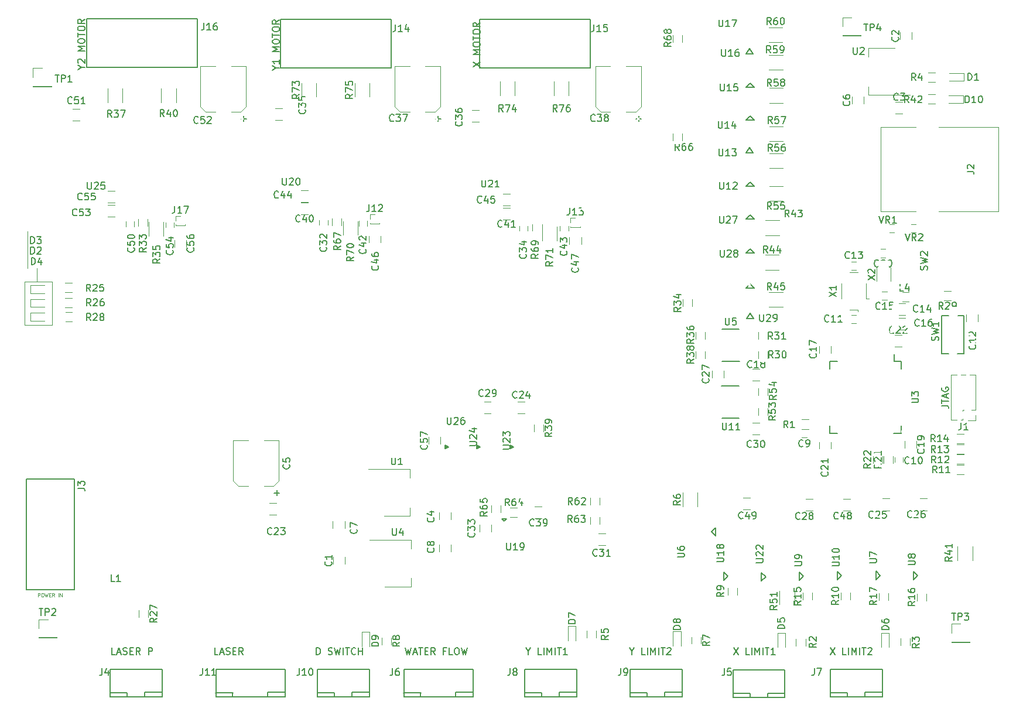
<source format=gto>
G04 #@! TF.FileFunction,Legend,Top*
%FSLAX46Y46*%
G04 Gerber Fmt 4.6, Leading zero omitted, Abs format (unit mm)*
G04 Created by KiCad (PCBNEW 4.0.1-stable) date 2018/04/26 15:04:28*
%MOMM*%
G01*
G04 APERTURE LIST*
%ADD10C,0.150000*%
%ADD11C,0.100000*%
%ADD12C,0.120000*%
%ADD13C,0.400000*%
%ADD14C,1.900000*%
%ADD15R,1.900000X1.900000*%
%ADD16R,2.000000X3.200000*%
%ADD17R,2.000000X1.000000*%
%ADD18R,1.200000X0.800000*%
%ADD19R,1.200000X1.500000*%
%ADD20R,0.250000X1.000000*%
%ADD21R,1.000000X0.250000*%
%ADD22C,1.520000*%
%ADD23C,2.700000*%
%ADD24R,0.900000X1.700000*%
%ADD25R,1.600000X3.500000*%
%ADD26R,3.800000X2.500000*%
%ADD27R,7.900000X2.300000*%
%ADD28R,1.000000X1.250000*%
%ADD29R,0.750000X0.800000*%
%ADD30R,1.250000X1.000000*%
%ADD31R,0.850000X0.850000*%
%ADD32R,0.800000X0.750000*%
%ADD33R,0.600000X0.800000*%
%ADD34R,0.800000X0.600000*%
%ADD35R,0.500000X0.900000*%
%ADD36R,0.900000X0.500000*%
%ADD37R,1.700000X0.900000*%
%ADD38R,1.000000X2.500000*%
%ADD39R,1.500000X3.000000*%
%ADD40R,2.000000X0.530000*%
%ADD41R,1.200000X0.500000*%
%ADD42R,1.600000X1.000000*%
%ADD43R,0.800000X1.200000*%
%ADD44R,0.450000X1.650000*%
%ADD45R,4.320000X3.000000*%
%ADD46C,3.200000*%
%ADD47R,1.700000X1.700000*%
%ADD48R,1.000000X1.000000*%
%ADD49O,1.000000X1.000000*%
%ADD50C,1.524000*%
%ADD51R,1.524000X1.524000*%
%ADD52R,2.000000X0.800000*%
G04 APERTURE END LIST*
D10*
D11*
X134240000Y-103570000D02*
X134190000Y-103570000D01*
X134240000Y-101620000D02*
X134240000Y-103570000D01*
X132490000Y-109770000D02*
X132790000Y-109770000D01*
X132490000Y-103570000D02*
X132490000Y-109770000D01*
X136440000Y-103570000D02*
X132490000Y-103570000D01*
X136440000Y-109770000D02*
X136440000Y-103570000D01*
X132790000Y-109770000D02*
X136440000Y-109770000D01*
X132890000Y-96220000D02*
X132890000Y-101620000D01*
D10*
X141460000Y-65530000D02*
X141460000Y-72530000D01*
X141460000Y-72530000D02*
X157460000Y-72530000D01*
X157460000Y-72530000D02*
X157460000Y-65530000D01*
X157460000Y-65530000D02*
X141460000Y-65530000D01*
D12*
X254490000Y-69740000D02*
X254490000Y-71000000D01*
X254490000Y-76560000D02*
X254490000Y-75300000D01*
X258250000Y-69740000D02*
X254490000Y-69740000D01*
X260500000Y-76560000D02*
X254490000Y-76560000D01*
D10*
X237350000Y-103875000D02*
X237950000Y-104475000D01*
X237950000Y-104475000D02*
X236750000Y-104475000D01*
X236750000Y-104475000D02*
X237350000Y-103875000D01*
D12*
X252975000Y-107875000D02*
X252975000Y-107575000D01*
X252975000Y-107575000D02*
X251775000Y-107575000D01*
X251775000Y-102175000D02*
X252975000Y-102175000D01*
X250575000Y-105975000D02*
X250575000Y-103775000D01*
X254175000Y-103775000D02*
X254175000Y-105975000D01*
X254175000Y-105975000D02*
X254575000Y-105975000D01*
D10*
X259225000Y-115075000D02*
X258225000Y-115075000D01*
X259225000Y-125425000D02*
X258150000Y-125425000D01*
X248875000Y-125425000D02*
X249950000Y-125425000D01*
X248875000Y-115075000D02*
X249950000Y-115075000D01*
X259225000Y-115075000D02*
X259225000Y-116150000D01*
X248875000Y-115075000D02*
X248875000Y-116150000D01*
X248875000Y-125425000D02*
X248875000Y-124350000D01*
X259225000Y-125425000D02*
X259225000Y-124350000D01*
X258225000Y-115075000D02*
X258225000Y-114050000D01*
D12*
X264600000Y-93370000D02*
X273240000Y-93370000D01*
X256220000Y-93370000D02*
X261300000Y-93370000D01*
X264600000Y-81170000D02*
X273240000Y-81170000D01*
X256220000Y-81170000D02*
X261300000Y-81170000D01*
X273240000Y-81170000D02*
X273240000Y-93370000D01*
X256220000Y-93370000D02*
X256220000Y-81170000D01*
X242050000Y-68945000D02*
X240050000Y-68945000D01*
X240050000Y-66805000D02*
X242050000Y-66805000D01*
D10*
X237360000Y-79605000D02*
X237960000Y-80205000D01*
X237960000Y-80205000D02*
X236760000Y-80205000D01*
X236760000Y-80205000D02*
X237360000Y-79605000D01*
D12*
X188190000Y-137440000D02*
X188190000Y-136180000D01*
X188190000Y-130620000D02*
X188190000Y-131880000D01*
X184430000Y-137440000D02*
X188190000Y-137440000D01*
X182180000Y-130620000D02*
X188190000Y-130620000D01*
X168490000Y-133100000D02*
X167070000Y-133100000D01*
X169250000Y-126500000D02*
X167070000Y-126500000D01*
X162650000Y-126500000D02*
X164830000Y-126500000D01*
X163410000Y-133100000D02*
X164830000Y-133100000D01*
X169250000Y-126500000D02*
X169250000Y-132340000D01*
X169250000Y-132340000D02*
X168490000Y-133100000D01*
X163410000Y-133100000D02*
X162650000Y-132340000D01*
X162650000Y-132340000D02*
X162650000Y-126500000D01*
X220840000Y-79000000D02*
X219420000Y-79000000D01*
X221600000Y-72400000D02*
X219420000Y-72400000D01*
X215000000Y-72400000D02*
X217180000Y-72400000D01*
X215760000Y-79000000D02*
X217180000Y-79000000D01*
X221600000Y-72400000D02*
X221600000Y-78240000D01*
X221600000Y-78240000D02*
X220840000Y-79000000D01*
X215760000Y-79000000D02*
X215000000Y-78240000D01*
X215000000Y-78240000D02*
X215000000Y-72400000D01*
D10*
X139700000Y-132050000D02*
X132700000Y-132050000D01*
X132700000Y-132050000D02*
X132700000Y-148050000D01*
X132700000Y-148050000D02*
X139700000Y-148050000D01*
X139700000Y-148050000D02*
X139700000Y-132050000D01*
D12*
X237400000Y-134800000D02*
X236400000Y-134800000D01*
X236400000Y-136500000D02*
X237400000Y-136500000D01*
X147100000Y-95550000D02*
X147100000Y-94850000D01*
X148300000Y-94850000D02*
X148300000Y-95550000D01*
X140400000Y-78550000D02*
X139400000Y-78550000D01*
X139400000Y-80250000D02*
X140400000Y-80250000D01*
X163740000Y-79000000D02*
X162320000Y-79000000D01*
X164500000Y-72400000D02*
X162320000Y-72400000D01*
X157900000Y-72400000D02*
X160080000Y-72400000D01*
X158660000Y-79000000D02*
X160080000Y-79000000D01*
X164500000Y-72400000D02*
X164500000Y-78240000D01*
X164500000Y-78240000D02*
X163740000Y-79000000D01*
X158660000Y-79000000D02*
X157900000Y-78240000D01*
X157900000Y-78240000D02*
X157900000Y-72400000D01*
X144478000Y-94138000D02*
X145478000Y-94138000D01*
X145478000Y-92438000D02*
X144478000Y-92438000D01*
X152900000Y-95650000D02*
X152900000Y-94950000D01*
X154100000Y-94950000D02*
X154100000Y-95650000D01*
X145478000Y-90406000D02*
X144478000Y-90406000D01*
X144478000Y-92106000D02*
X145478000Y-92106000D01*
X155850000Y-98500000D02*
X155850000Y-97500000D01*
X154150000Y-97500000D02*
X154150000Y-98500000D01*
X154305000Y-95385000D02*
X155695000Y-95385000D01*
X154305000Y-95385000D02*
X154305000Y-95260000D01*
X155695000Y-95385000D02*
X155695000Y-95260000D01*
X154305000Y-95385000D02*
X154391724Y-95385000D01*
X155608276Y-95385000D02*
X155695000Y-95385000D01*
X154305000Y-94700000D02*
X154305000Y-94015000D01*
X154305000Y-94015000D02*
X155000000Y-94015000D01*
X177100000Y-143350000D02*
X177100000Y-144350000D01*
X178800000Y-144350000D02*
X178800000Y-143350000D01*
X259050000Y-67500000D02*
X259050000Y-68500000D01*
X260750000Y-68500000D02*
X260750000Y-67500000D01*
X192390000Y-136890000D02*
X192390000Y-137890000D01*
X194090000Y-137890000D02*
X194090000Y-136890000D01*
X253800000Y-77800000D02*
X253800000Y-76800000D01*
X252100000Y-76800000D02*
X252100000Y-77800000D01*
X178750000Y-139200000D02*
X178750000Y-138200000D01*
X177050000Y-138200000D02*
X177050000Y-139200000D01*
X192380000Y-141570000D02*
X192380000Y-142570000D01*
X194080000Y-142570000D02*
X194080000Y-141570000D01*
X244850000Y-124850000D02*
X245550000Y-124850000D01*
X245550000Y-126050000D02*
X244850000Y-126050000D01*
X258250000Y-129650000D02*
X258250000Y-128950000D01*
X259450000Y-128950000D02*
X259450000Y-129650000D01*
X252025000Y-108325000D02*
X252725000Y-108325000D01*
X252725000Y-109525000D02*
X252025000Y-109525000D01*
X270300000Y-109250000D02*
X270300000Y-108250000D01*
X268600000Y-108250000D02*
X268600000Y-109250000D01*
X252725000Y-101825000D02*
X252025000Y-101825000D01*
X252025000Y-100625000D02*
X252725000Y-100625000D01*
X258850000Y-108400000D02*
X259850000Y-108400000D01*
X259850000Y-106700000D02*
X258850000Y-106700000D01*
X256450000Y-104980000D02*
X257150000Y-104980000D01*
X257150000Y-106180000D02*
X256450000Y-106180000D01*
X258850000Y-110450000D02*
X259850000Y-110450000D01*
X259850000Y-108750000D02*
X258850000Y-108750000D01*
X247400000Y-112850000D02*
X247400000Y-113850000D01*
X249100000Y-113850000D02*
X249100000Y-112850000D01*
X238750000Y-116150000D02*
X237750000Y-116150000D01*
X237750000Y-117850000D02*
X238750000Y-117850000D01*
X261400000Y-127550000D02*
X261400000Y-126550000D01*
X259700000Y-126550000D02*
X259700000Y-127550000D01*
X256250000Y-98830000D02*
X256950000Y-98830000D01*
X256950000Y-100030000D02*
X256250000Y-100030000D01*
X249100000Y-127700000D02*
X249100000Y-126700000D01*
X247400000Y-126700000D02*
X247400000Y-127700000D01*
X259300000Y-111200000D02*
X258300000Y-111200000D01*
X258300000Y-112900000D02*
X259300000Y-112900000D01*
X168900000Y-135550000D02*
X167900000Y-135550000D01*
X167900000Y-137250000D02*
X168900000Y-137250000D01*
X204800000Y-120850000D02*
X203800000Y-120850000D01*
X203800000Y-122550000D02*
X204800000Y-122550000D01*
X256500000Y-136600000D02*
X257500000Y-136600000D01*
X257500000Y-134900000D02*
X256500000Y-134900000D01*
X261950000Y-136600000D02*
X262950000Y-136600000D01*
X262950000Y-134900000D02*
X261950000Y-134900000D01*
X231850000Y-116400000D02*
X231850000Y-117400000D01*
X233550000Y-117400000D02*
X233550000Y-116400000D01*
X245450000Y-136650000D02*
X246450000Y-136650000D01*
X246450000Y-134950000D02*
X245450000Y-134950000D01*
X199900000Y-120850000D02*
X198900000Y-120850000D01*
X198900000Y-122550000D02*
X199900000Y-122550000D01*
X238700000Y-123900000D02*
X237700000Y-123900000D01*
X237700000Y-125600000D02*
X238700000Y-125600000D01*
X215450000Y-141650000D02*
X216450000Y-141650000D01*
X216450000Y-139950000D02*
X215450000Y-139950000D01*
X175100000Y-95350000D02*
X175100000Y-94650000D01*
X176300000Y-94650000D02*
X176300000Y-95350000D01*
X199986000Y-139692000D02*
X199986000Y-138692000D01*
X198286000Y-138692000D02*
X198286000Y-139692000D01*
X204000000Y-96150000D02*
X204000000Y-95450000D01*
X205200000Y-95450000D02*
X205200000Y-96150000D01*
X169700000Y-78450000D02*
X168700000Y-78450000D01*
X168700000Y-80150000D02*
X169700000Y-80150000D01*
X198200000Y-78750000D02*
X197200000Y-78750000D01*
X197200000Y-80450000D02*
X198200000Y-80450000D01*
X191840000Y-79000000D02*
X190420000Y-79000000D01*
X192600000Y-72400000D02*
X190420000Y-72400000D01*
X186000000Y-72400000D02*
X188180000Y-72400000D01*
X186760000Y-79000000D02*
X188180000Y-79000000D01*
X192600000Y-72400000D02*
X192600000Y-78240000D01*
X192600000Y-78240000D02*
X191840000Y-79000000D01*
X186760000Y-79000000D02*
X186000000Y-78240000D01*
X186000000Y-78240000D02*
X186000000Y-72400000D01*
X206256000Y-137756000D02*
X207256000Y-137756000D01*
X207256000Y-136056000D02*
X206256000Y-136056000D01*
X172446000Y-93792000D02*
X173446000Y-93792000D01*
X173446000Y-92092000D02*
X172446000Y-92092000D01*
X201662000Y-94546000D02*
X202662000Y-94546000D01*
X202662000Y-92846000D02*
X201662000Y-92846000D01*
X180800000Y-95450000D02*
X180800000Y-94750000D01*
X182000000Y-94750000D02*
X182000000Y-95450000D01*
X209900000Y-96150000D02*
X209900000Y-95450000D01*
X211100000Y-95450000D02*
X211100000Y-96150000D01*
X173446000Y-90314000D02*
X172446000Y-90314000D01*
X172446000Y-92014000D02*
X173446000Y-92014000D01*
X202662000Y-90814000D02*
X201662000Y-90814000D01*
X201662000Y-92514000D02*
X202662000Y-92514000D01*
X183950000Y-97900000D02*
X183950000Y-96900000D01*
X182250000Y-96900000D02*
X182250000Y-97900000D01*
X212950000Y-98100000D02*
X212950000Y-97100000D01*
X211250000Y-97100000D02*
X211250000Y-98100000D01*
X250850000Y-136650000D02*
X251850000Y-136650000D01*
X251850000Y-134950000D02*
X250850000Y-134950000D01*
X268250000Y-74520000D02*
X268250000Y-73380000D01*
X268250000Y-73380000D02*
X266150000Y-73380000D01*
X268250000Y-74520000D02*
X266150000Y-74520000D01*
X133290000Y-106050000D02*
X133290000Y-107190000D01*
X133290000Y-107190000D02*
X135390000Y-107190000D01*
X133290000Y-106050000D02*
X135390000Y-106050000D01*
X133290000Y-104050000D02*
X133290000Y-105190000D01*
X133290000Y-105190000D02*
X135390000Y-105190000D01*
X133290000Y-104050000D02*
X135390000Y-104050000D01*
X133290000Y-108050000D02*
X133290000Y-109190000D01*
X133290000Y-109190000D02*
X135390000Y-109190000D01*
X133290000Y-108050000D02*
X135390000Y-108050000D01*
X242470000Y-154300000D02*
X241330000Y-154300000D01*
X241330000Y-154300000D02*
X241330000Y-156400000D01*
X242470000Y-154300000D02*
X242470000Y-156400000D01*
X257470000Y-154300000D02*
X256330000Y-154300000D01*
X256330000Y-154300000D02*
X256330000Y-156400000D01*
X257470000Y-154300000D02*
X257470000Y-156400000D01*
X212170000Y-153300000D02*
X211030000Y-153300000D01*
X211030000Y-153300000D02*
X211030000Y-155400000D01*
X212170000Y-153300000D02*
X212170000Y-155400000D01*
X227370000Y-154100000D02*
X226230000Y-154100000D01*
X226230000Y-154100000D02*
X226230000Y-156200000D01*
X227370000Y-154100000D02*
X227370000Y-156200000D01*
X182370000Y-154200000D02*
X181230000Y-154200000D01*
X181230000Y-154200000D02*
X181230000Y-156300000D01*
X182370000Y-154200000D02*
X182370000Y-156300000D01*
X182405000Y-95185000D02*
X183795000Y-95185000D01*
X182405000Y-95185000D02*
X182405000Y-95060000D01*
X183795000Y-95185000D02*
X183795000Y-95060000D01*
X182405000Y-95185000D02*
X182491724Y-95185000D01*
X183708276Y-95185000D02*
X183795000Y-95185000D01*
X182405000Y-94500000D02*
X182405000Y-93815000D01*
X182405000Y-93815000D02*
X183100000Y-93815000D01*
X211405000Y-95685000D02*
X212795000Y-95685000D01*
X211405000Y-95685000D02*
X211405000Y-95560000D01*
X212795000Y-95685000D02*
X212795000Y-95560000D01*
X211405000Y-95685000D02*
X211491724Y-95685000D01*
X212708276Y-95685000D02*
X212795000Y-95685000D01*
X211405000Y-95000000D02*
X211405000Y-94315000D01*
X211405000Y-94315000D02*
X212100000Y-94315000D01*
X260350000Y-106380000D02*
X259350000Y-106380000D01*
X259350000Y-105020000D02*
X260350000Y-105020000D01*
X244850000Y-123470000D02*
X245850000Y-123470000D01*
X245850000Y-124830000D02*
X244850000Y-124830000D01*
X245380000Y-155200000D02*
X245380000Y-156200000D01*
X244020000Y-156200000D02*
X244020000Y-155200000D01*
X260480000Y-155100000D02*
X260480000Y-156100000D01*
X259120000Y-156100000D02*
X259120000Y-155100000D01*
X213720000Y-155000000D02*
X213720000Y-154000000D01*
X215080000Y-154000000D02*
X215080000Y-155000000D01*
X229770000Y-134050000D02*
X229770000Y-136050000D01*
X227630000Y-136050000D02*
X227630000Y-134050000D01*
X228920000Y-155900000D02*
X228920000Y-154900000D01*
X230280000Y-154900000D02*
X230280000Y-155900000D01*
X184120000Y-156000000D02*
X184120000Y-155000000D01*
X185480000Y-155000000D02*
X185480000Y-156000000D01*
X267250000Y-130040000D02*
X268250000Y-130040000D01*
X268250000Y-131400000D02*
X267250000Y-131400000D01*
X267250000Y-128540000D02*
X268250000Y-128540000D01*
X268250000Y-129900000D02*
X267250000Y-129900000D01*
X267250000Y-127040000D02*
X268250000Y-127040000D01*
X268250000Y-128400000D02*
X267250000Y-128400000D01*
X267250000Y-125540000D02*
X268250000Y-125540000D01*
X268250000Y-126900000D02*
X267250000Y-126900000D01*
X258030000Y-128750000D02*
X258030000Y-129750000D01*
X256670000Y-129750000D02*
X256670000Y-128750000D01*
X256480000Y-128750000D02*
X256480000Y-129750000D01*
X255120000Y-129750000D02*
X255120000Y-128750000D01*
X139340000Y-107300000D02*
X138340000Y-107300000D01*
X138340000Y-105940000D02*
X139340000Y-105940000D01*
X138340000Y-103690000D02*
X139340000Y-103690000D01*
X139340000Y-105050000D02*
X138340000Y-105050000D01*
X149020000Y-152050000D02*
X149020000Y-151050000D01*
X150380000Y-151050000D02*
X150380000Y-152050000D01*
X265400000Y-104920000D02*
X266400000Y-104920000D01*
X266400000Y-106280000D02*
X265400000Y-106280000D01*
X239930000Y-113600000D02*
X239930000Y-114600000D01*
X238570000Y-114600000D02*
X238570000Y-113600000D01*
X238520000Y-111850000D02*
X238520000Y-110850000D01*
X239880000Y-110850000D02*
X239880000Y-111850000D01*
X150280000Y-94500000D02*
X150280000Y-95500000D01*
X148920000Y-95500000D02*
X148920000Y-94500000D01*
X227620000Y-107100000D02*
X227620000Y-106100000D01*
X228980000Y-106100000D02*
X228980000Y-107100000D01*
X146620000Y-75600000D02*
X146620000Y-77600000D01*
X144480000Y-77600000D02*
X144480000Y-75600000D01*
X206120000Y-125200000D02*
X206120000Y-124200000D01*
X207480000Y-124200000D02*
X207480000Y-125200000D01*
X154370000Y-75600000D02*
X154370000Y-77600000D01*
X152230000Y-77600000D02*
X152230000Y-75600000D01*
X267380000Y-143800000D02*
X267380000Y-141800000D01*
X269520000Y-141800000D02*
X269520000Y-143800000D01*
X243770000Y-148200000D02*
X243770000Y-150200000D01*
X241630000Y-150200000D02*
X241630000Y-148200000D01*
X239930000Y-121800000D02*
X239930000Y-122800000D01*
X238570000Y-122800000D02*
X238570000Y-121800000D01*
X238570000Y-119950000D02*
X238570000Y-118950000D01*
X239930000Y-118950000D02*
X239930000Y-119950000D01*
X242150000Y-91845000D02*
X240150000Y-91845000D01*
X240150000Y-89705000D02*
X242150000Y-89705000D01*
X242150000Y-87145000D02*
X240150000Y-87145000D01*
X240150000Y-85005000D02*
X242150000Y-85005000D01*
X242150000Y-83245000D02*
X240150000Y-83245000D01*
X240150000Y-81105000D02*
X242150000Y-81105000D01*
X242150000Y-77670000D02*
X240150000Y-77670000D01*
X240150000Y-75530000D02*
X242150000Y-75530000D01*
X242100000Y-72870000D02*
X240100000Y-72870000D01*
X240100000Y-70730000D02*
X242100000Y-70730000D01*
X214220000Y-135800000D02*
X214220000Y-134800000D01*
X215580000Y-134800000D02*
X215580000Y-135800000D01*
X215580000Y-137600000D02*
X215580000Y-138600000D01*
X214220000Y-138600000D02*
X214220000Y-137600000D01*
X203700000Y-137586000D02*
X202700000Y-137586000D01*
X202700000Y-136226000D02*
X203700000Y-136226000D01*
X226220000Y-83100000D02*
X226220000Y-82100000D01*
X227580000Y-82100000D02*
X227580000Y-83100000D01*
X178280000Y-94400000D02*
X178280000Y-95400000D01*
X176920000Y-95400000D02*
X176920000Y-94400000D01*
X226220000Y-68900000D02*
X226220000Y-67900000D01*
X227580000Y-67900000D02*
X227580000Y-68900000D01*
X207280000Y-95200000D02*
X207280000Y-96200000D01*
X205920000Y-96200000D02*
X205920000Y-95200000D01*
X178530000Y-96800000D02*
X178530000Y-94800000D01*
X180670000Y-94800000D02*
X180670000Y-96800000D01*
X207330000Y-97600000D02*
X207330000Y-95600000D01*
X209470000Y-95600000D02*
X209470000Y-97600000D01*
X174670000Y-74800000D02*
X174670000Y-76800000D01*
X172530000Y-76800000D02*
X172530000Y-74800000D01*
X203370000Y-74600000D02*
X203370000Y-76600000D01*
X201230000Y-76600000D02*
X201230000Y-74600000D01*
X182370000Y-74800000D02*
X182370000Y-76800000D01*
X180230000Y-76800000D02*
X180230000Y-74800000D01*
X211170000Y-74600000D02*
X211170000Y-76600000D01*
X209030000Y-76600000D02*
X209030000Y-74600000D01*
D10*
X267350000Y-113950000D02*
X268300000Y-113950000D01*
X268300000Y-113950000D02*
X268300000Y-108450000D01*
X268300000Y-108450000D02*
X267400000Y-108450000D01*
X266100000Y-113950000D02*
X265100000Y-113950000D01*
X265100000Y-113950000D02*
X265100000Y-108450000D01*
X265100000Y-108450000D02*
X266050000Y-108450000D01*
X233240000Y-118590000D02*
X235730000Y-118600000D01*
X233290000Y-123250000D02*
X235780000Y-123260000D01*
X201878000Y-138114000D02*
X202178000Y-137834000D01*
X202178000Y-137834000D02*
X201478000Y-137834000D01*
X201478000Y-137834000D02*
X201818000Y-138164000D01*
D12*
X260650000Y-95250000D02*
X261350000Y-95250000D01*
X261350000Y-96450000D02*
X260650000Y-96450000D01*
X258200000Y-96400000D02*
X257500000Y-96400000D01*
X257500000Y-95200000D02*
X258200000Y-95200000D01*
X255680000Y-101480000D02*
X255680000Y-103480000D01*
X257720000Y-103480000D02*
X257720000Y-101480000D01*
D10*
X233290000Y-110415000D02*
X235780000Y-110425000D01*
X233340000Y-115075000D02*
X235830000Y-115085000D01*
X169460000Y-65630000D02*
X169460000Y-72630000D01*
X169460000Y-72630000D02*
X185460000Y-72630000D01*
X185460000Y-72630000D02*
X185460000Y-65630000D01*
X185460000Y-65630000D02*
X169460000Y-65630000D01*
X198300000Y-65600000D02*
X198300000Y-72600000D01*
X198300000Y-72600000D02*
X214300000Y-72600000D01*
X214300000Y-72600000D02*
X214300000Y-65600000D01*
X214300000Y-65600000D02*
X198300000Y-65600000D01*
X231750000Y-139700000D02*
X232350000Y-139100000D01*
X232350000Y-139100000D02*
X232350000Y-140300000D01*
X232350000Y-140300000D02*
X231750000Y-139700000D01*
X237360000Y-93855000D02*
X237960000Y-94455000D01*
X237960000Y-94455000D02*
X236760000Y-94455000D01*
X236760000Y-94455000D02*
X237360000Y-93855000D01*
X237360000Y-89105000D02*
X237960000Y-89705000D01*
X237960000Y-89705000D02*
X236760000Y-89705000D01*
X236760000Y-89705000D02*
X237360000Y-89105000D01*
X237360000Y-74855000D02*
X237960000Y-75455000D01*
X237960000Y-75455000D02*
X236760000Y-75455000D01*
X236760000Y-75455000D02*
X237360000Y-74855000D01*
X234150000Y-146100000D02*
X233550000Y-146700000D01*
X233550000Y-146700000D02*
X233550000Y-145500000D01*
X233550000Y-145500000D02*
X234150000Y-146100000D01*
D12*
X150430000Y-96900000D02*
X150430000Y-94900000D01*
X152570000Y-94900000D02*
X152570000Y-96900000D01*
X188330000Y-147660000D02*
X188330000Y-146400000D01*
X188330000Y-140840000D02*
X188330000Y-142100000D01*
X184570000Y-147660000D02*
X188330000Y-147660000D01*
X182320000Y-140840000D02*
X188330000Y-140840000D01*
X268200000Y-77720000D02*
X268200000Y-76580000D01*
X268200000Y-76580000D02*
X266100000Y-76580000D01*
X268200000Y-77720000D02*
X266100000Y-77720000D01*
X263100000Y-76470000D02*
X264100000Y-76470000D01*
X264100000Y-77830000D02*
X263100000Y-77830000D01*
D10*
X256175000Y-146000000D02*
X255575000Y-146600000D01*
X255575000Y-146600000D02*
X255575000Y-145400000D01*
X255575000Y-145400000D02*
X256175000Y-146000000D01*
X261625000Y-146050000D02*
X261025000Y-146650000D01*
X261025000Y-146650000D02*
X261025000Y-145450000D01*
X261025000Y-145450000D02*
X261625000Y-146050000D01*
X245100000Y-146125000D02*
X244500000Y-146725000D01*
X244500000Y-146725000D02*
X244500000Y-145525000D01*
X244500000Y-145525000D02*
X245100000Y-146125000D01*
X250625000Y-146025000D02*
X250025000Y-146625000D01*
X250025000Y-146625000D02*
X250025000Y-145425000D01*
X250025000Y-145425000D02*
X250625000Y-146025000D01*
X239625000Y-146175000D02*
X239025000Y-146775000D01*
X239025000Y-146775000D02*
X239025000Y-145575000D01*
X239025000Y-145575000D02*
X239625000Y-146175000D01*
D12*
X263100000Y-73270000D02*
X264100000Y-73270000D01*
X264100000Y-74630000D02*
X263100000Y-74630000D01*
X139365000Y-109300000D02*
X138365000Y-109300000D01*
X138365000Y-107940000D02*
X139365000Y-107940000D01*
X201340000Y-135898000D02*
X201340000Y-136898000D01*
X199980000Y-136898000D02*
X199980000Y-135898000D01*
X235480000Y-147850000D02*
X235480000Y-148850000D01*
X234120000Y-148850000D02*
X234120000Y-147850000D01*
X251855000Y-148475000D02*
X251855000Y-149475000D01*
X250495000Y-149475000D02*
X250495000Y-148475000D01*
X246380000Y-148525000D02*
X246380000Y-149525000D01*
X245020000Y-149525000D02*
X245020000Y-148525000D01*
X262880000Y-148650000D02*
X262880000Y-149650000D01*
X261520000Y-149650000D02*
X261520000Y-148650000D01*
X257380000Y-148600000D02*
X257380000Y-149600000D01*
X256020000Y-149600000D02*
X256020000Y-148600000D01*
X229520000Y-111800000D02*
X229520000Y-110800000D01*
X230880000Y-110800000D02*
X230880000Y-111800000D01*
X230880000Y-113600000D02*
X230880000Y-114600000D01*
X229520000Y-114600000D02*
X229520000Y-113600000D01*
X133670000Y-75330000D02*
X136330000Y-75330000D01*
X133670000Y-75270000D02*
X133670000Y-75330000D01*
X136330000Y-75270000D02*
X136330000Y-75330000D01*
X133670000Y-75270000D02*
X136330000Y-75270000D01*
X133670000Y-74000000D02*
X133670000Y-72670000D01*
X133670000Y-72670000D02*
X135000000Y-72670000D01*
X134495000Y-155005000D02*
X137155000Y-155005000D01*
X134495000Y-154945000D02*
X134495000Y-155005000D01*
X137155000Y-154945000D02*
X137155000Y-155005000D01*
X134495000Y-154945000D02*
X137155000Y-154945000D01*
X134495000Y-153675000D02*
X134495000Y-152345000D01*
X134495000Y-152345000D02*
X135825000Y-152345000D01*
X266470000Y-155680000D02*
X269130000Y-155680000D01*
X266470000Y-155620000D02*
X266470000Y-155680000D01*
X269130000Y-155620000D02*
X269130000Y-155680000D01*
X266470000Y-155620000D02*
X269130000Y-155620000D01*
X266470000Y-154350000D02*
X266470000Y-153020000D01*
X266470000Y-153020000D02*
X267800000Y-153020000D01*
X250720000Y-67980000D02*
X253380000Y-67980000D01*
X250720000Y-67920000D02*
X250720000Y-67980000D01*
X253380000Y-67920000D02*
X253380000Y-67980000D01*
X250720000Y-67920000D02*
X253380000Y-67920000D01*
X250720000Y-66650000D02*
X250720000Y-65320000D01*
X250720000Y-65320000D02*
X252050000Y-65320000D01*
X269980000Y-117025000D02*
X269157530Y-117025000D01*
X267272470Y-117025000D02*
X266450000Y-117025000D01*
X268542470Y-117025000D02*
X267887530Y-117025000D01*
X269980000Y-122040000D02*
X269980000Y-117025000D01*
X266450000Y-123495000D02*
X266450000Y-117025000D01*
X269980000Y-122040000D02*
X269413471Y-122040000D01*
X268286529Y-122040000D02*
X268143471Y-122040000D01*
X268090000Y-122093471D02*
X268090000Y-122236529D01*
X268090000Y-123363471D02*
X268090000Y-123495000D01*
X268090000Y-123495000D02*
X267887530Y-123495000D01*
X267272470Y-123495000D02*
X266450000Y-123495000D01*
X269980000Y-122800000D02*
X269980000Y-123560000D01*
X269980000Y-123560000D02*
X268850000Y-123560000D01*
D10*
X189798000Y-163544000D02*
X187298000Y-163544000D01*
X189798000Y-159544000D02*
X187298000Y-159544000D01*
X189739900Y-162941000D02*
X189739900Y-163525200D01*
X194792600Y-162915600D02*
X194792600Y-163525200D01*
X194779900Y-162915600D02*
X197256400Y-162915600D01*
X187276100Y-162941000D02*
X189752600Y-162941000D01*
X191048000Y-163544000D02*
X196048000Y-163544000D01*
X189798000Y-163544000D02*
X197298000Y-163544000D01*
X197298000Y-163544000D02*
X197298000Y-159544000D01*
X197298000Y-159544000D02*
X189798000Y-159544000D01*
X187298000Y-159544000D02*
X187298000Y-163544000D01*
X162620000Y-163544000D02*
X160120000Y-163544000D01*
X162620000Y-159544000D02*
X160120000Y-159544000D01*
X162561900Y-162941000D02*
X162561900Y-163525200D01*
X167614600Y-162915600D02*
X167614600Y-163525200D01*
X167601900Y-162915600D02*
X170078400Y-162915600D01*
X160098100Y-162941000D02*
X162574600Y-162941000D01*
X163870000Y-163544000D02*
X168870000Y-163544000D01*
X162620000Y-163544000D02*
X170120000Y-163544000D01*
X170120000Y-163544000D02*
X170120000Y-159544000D01*
X170120000Y-159544000D02*
X162620000Y-159544000D01*
X160120000Y-159544000D02*
X160120000Y-163544000D01*
X177253900Y-162941000D02*
X177253900Y-163525200D01*
X179806600Y-162915600D02*
X179806600Y-163525200D01*
X179793900Y-162915600D02*
X182270400Y-162915600D01*
X174790100Y-162941000D02*
X177266600Y-162941000D01*
X176062000Y-163544000D02*
X181062000Y-163544000D01*
X174812000Y-163544000D02*
X182312000Y-163544000D01*
X182312000Y-163544000D02*
X182312000Y-159544000D01*
X182312000Y-159544000D02*
X174812000Y-159544000D01*
X174812000Y-159544000D02*
X174812000Y-163544000D01*
X222465900Y-162941000D02*
X222465900Y-163525200D01*
X225018600Y-162915600D02*
X225018600Y-163525200D01*
X225005900Y-162915600D02*
X227482400Y-162915600D01*
X220002100Y-162941000D02*
X222478600Y-162941000D01*
X221274000Y-163544000D02*
X226274000Y-163544000D01*
X220024000Y-163544000D02*
X227524000Y-163544000D01*
X227524000Y-163544000D02*
X227524000Y-159544000D01*
X227524000Y-159544000D02*
X220024000Y-159544000D01*
X220024000Y-159544000D02*
X220024000Y-163544000D01*
X207225900Y-162941000D02*
X207225900Y-163525200D01*
X209778600Y-162915600D02*
X209778600Y-163525200D01*
X209765900Y-162915600D02*
X212242400Y-162915600D01*
X204762100Y-162941000D02*
X207238600Y-162941000D01*
X206034000Y-163544000D02*
X211034000Y-163544000D01*
X204784000Y-163544000D02*
X212284000Y-163544000D01*
X212284000Y-163544000D02*
X212284000Y-159544000D01*
X212284000Y-159544000D02*
X204784000Y-159544000D01*
X204784000Y-159544000D02*
X204784000Y-163544000D01*
X237351900Y-163047000D02*
X237351900Y-163631200D01*
X239904600Y-163021600D02*
X239904600Y-163631200D01*
X239891900Y-163021600D02*
X242368400Y-163021600D01*
X234888100Y-163047000D02*
X237364600Y-163047000D01*
X236160000Y-163650000D02*
X241160000Y-163650000D01*
X234910000Y-163650000D02*
X242410000Y-163650000D01*
X242410000Y-163650000D02*
X242410000Y-159650000D01*
X242410000Y-159650000D02*
X234910000Y-159650000D01*
X234910000Y-159650000D02*
X234910000Y-163650000D01*
X147281900Y-162941000D02*
X147281900Y-163525200D01*
X149834600Y-162915600D02*
X149834600Y-163525200D01*
X149821900Y-162915600D02*
X152298400Y-162915600D01*
X144818100Y-162941000D02*
X147294600Y-162941000D01*
X146090000Y-163544000D02*
X151090000Y-163544000D01*
X144840000Y-163544000D02*
X152340000Y-163544000D01*
X152340000Y-163544000D02*
X152340000Y-159544000D01*
X152340000Y-159544000D02*
X144840000Y-159544000D01*
X144840000Y-159544000D02*
X144840000Y-163544000D01*
X251421900Y-162941000D02*
X251421900Y-163525200D01*
X253974600Y-162915600D02*
X253974600Y-163525200D01*
X253961900Y-162915600D02*
X256438400Y-162915600D01*
X248958100Y-162941000D02*
X251434600Y-162941000D01*
X250230000Y-163544000D02*
X255230000Y-163544000D01*
X248980000Y-163544000D02*
X256480000Y-163544000D01*
X256480000Y-163544000D02*
X256480000Y-159544000D01*
X256480000Y-159544000D02*
X248980000Y-159544000D01*
X248980000Y-159544000D02*
X248980000Y-163544000D01*
D12*
X190920000Y-125992000D02*
X190920000Y-126992000D01*
X192620000Y-126992000D02*
X192620000Y-125992000D01*
X241600000Y-96820000D02*
X239600000Y-96820000D01*
X239600000Y-94680000D02*
X241600000Y-94680000D01*
X241550000Y-101820000D02*
X239550000Y-101820000D01*
X239550000Y-99680000D02*
X241550000Y-99680000D01*
X242100000Y-107170000D02*
X240100000Y-107170000D01*
X240100000Y-105030000D02*
X242100000Y-105030000D01*
D10*
X237350000Y-98775000D02*
X237950000Y-99375000D01*
X237950000Y-99375000D02*
X236750000Y-99375000D01*
X236750000Y-99375000D02*
X237350000Y-98775000D01*
D12*
X258400000Y-79200000D02*
X259400000Y-79200000D01*
X259400000Y-77500000D02*
X258400000Y-77500000D01*
D10*
X237800000Y-84875000D02*
X236800000Y-84875000D01*
X236800000Y-84875000D02*
X237300000Y-84125000D01*
X237300000Y-84125000D02*
X237800000Y-84875000D01*
X237825000Y-70600000D02*
X236825000Y-70600000D01*
X236825000Y-70600000D02*
X237325000Y-69850000D01*
X237325000Y-69850000D02*
X237825000Y-70600000D01*
X237900000Y-108875000D02*
X236900000Y-108875000D01*
X236900000Y-108875000D02*
X237400000Y-108125000D01*
X237400000Y-108125000D02*
X237900000Y-108875000D01*
X158390477Y-66152381D02*
X158390477Y-66866667D01*
X158342857Y-67009524D01*
X158247619Y-67104762D01*
X158104762Y-67152381D01*
X158009524Y-67152381D01*
X159390477Y-67152381D02*
X158819048Y-67152381D01*
X159104762Y-67152381D02*
X159104762Y-66152381D01*
X159009524Y-66295238D01*
X158914286Y-66390476D01*
X158819048Y-66438095D01*
X160247620Y-66152381D02*
X160057143Y-66152381D01*
X159961905Y-66200000D01*
X159914286Y-66247619D01*
X159819048Y-66390476D01*
X159771429Y-66580952D01*
X159771429Y-66961905D01*
X159819048Y-67057143D01*
X159866667Y-67104762D01*
X159961905Y-67152381D01*
X160152382Y-67152381D01*
X160247620Y-67104762D01*
X160295239Y-67057143D01*
X160342858Y-66961905D01*
X160342858Y-66723810D01*
X160295239Y-66628571D01*
X160247620Y-66580952D01*
X160152382Y-66533333D01*
X159961905Y-66533333D01*
X159866667Y-66580952D01*
X159819048Y-66628571D01*
X159771429Y-66723810D01*
X140690190Y-72535143D02*
X141166381Y-72535143D01*
X140166381Y-72868476D02*
X140690190Y-72535143D01*
X140166381Y-72201809D01*
X140261619Y-71916095D02*
X140214000Y-71868476D01*
X140166381Y-71773238D01*
X140166381Y-71535142D01*
X140214000Y-71439904D01*
X140261619Y-71392285D01*
X140356857Y-71344666D01*
X140452095Y-71344666D01*
X140594952Y-71392285D01*
X141166381Y-71963714D01*
X141166381Y-71344666D01*
X141166381Y-70154190D02*
X140166381Y-70154190D01*
X140880667Y-69820856D01*
X140166381Y-69487523D01*
X141166381Y-69487523D01*
X140166381Y-68820857D02*
X140166381Y-68630380D01*
X140214000Y-68535142D01*
X140309238Y-68439904D01*
X140499714Y-68392285D01*
X140833048Y-68392285D01*
X141023524Y-68439904D01*
X141118762Y-68535142D01*
X141166381Y-68630380D01*
X141166381Y-68820857D01*
X141118762Y-68916095D01*
X141023524Y-69011333D01*
X140833048Y-69058952D01*
X140499714Y-69058952D01*
X140309238Y-69011333D01*
X140214000Y-68916095D01*
X140166381Y-68820857D01*
X140166381Y-68106571D02*
X140166381Y-67535142D01*
X141166381Y-67820857D02*
X140166381Y-67820857D01*
X140166381Y-67011333D02*
X140166381Y-66820856D01*
X140214000Y-66725618D01*
X140309238Y-66630380D01*
X140499714Y-66582761D01*
X140833048Y-66582761D01*
X141023524Y-66630380D01*
X141118762Y-66725618D01*
X141166381Y-66820856D01*
X141166381Y-67011333D01*
X141118762Y-67106571D01*
X141023524Y-67201809D01*
X140833048Y-67249428D01*
X140499714Y-67249428D01*
X140309238Y-67201809D01*
X140214000Y-67106571D01*
X140166381Y-67011333D01*
X141166381Y-65582761D02*
X140690190Y-65916095D01*
X141166381Y-66154190D02*
X140166381Y-66154190D01*
X140166381Y-65773237D01*
X140214000Y-65677999D01*
X140261619Y-65630380D01*
X140356857Y-65582761D01*
X140499714Y-65582761D01*
X140594952Y-65630380D01*
X140642571Y-65677999D01*
X140690190Y-65773237D01*
X140690190Y-66154190D01*
X252288095Y-69652381D02*
X252288095Y-70461905D01*
X252335714Y-70557143D01*
X252383333Y-70604762D01*
X252478571Y-70652381D01*
X252669048Y-70652381D01*
X252764286Y-70604762D01*
X252811905Y-70557143D01*
X252859524Y-70461905D01*
X252859524Y-69652381D01*
X253288095Y-69747619D02*
X253335714Y-69700000D01*
X253430952Y-69652381D01*
X253669048Y-69652381D01*
X253764286Y-69700000D01*
X253811905Y-69747619D01*
X253859524Y-69842857D01*
X253859524Y-69938095D01*
X253811905Y-70080952D01*
X253240476Y-70652381D01*
X253859524Y-70652381D01*
X233061905Y-98952381D02*
X233061905Y-99761905D01*
X233109524Y-99857143D01*
X233157143Y-99904762D01*
X233252381Y-99952381D01*
X233442858Y-99952381D01*
X233538096Y-99904762D01*
X233585715Y-99857143D01*
X233633334Y-99761905D01*
X233633334Y-98952381D01*
X234061905Y-99047619D02*
X234109524Y-99000000D01*
X234204762Y-98952381D01*
X234442858Y-98952381D01*
X234538096Y-99000000D01*
X234585715Y-99047619D01*
X234633334Y-99142857D01*
X234633334Y-99238095D01*
X234585715Y-99380952D01*
X234014286Y-99952381D01*
X234633334Y-99952381D01*
X235204762Y-99380952D02*
X235109524Y-99333333D01*
X235061905Y-99285714D01*
X235014286Y-99190476D01*
X235014286Y-99142857D01*
X235061905Y-99047619D01*
X235109524Y-99000000D01*
X235204762Y-98952381D01*
X235395239Y-98952381D01*
X235490477Y-99000000D01*
X235538096Y-99047619D01*
X235585715Y-99142857D01*
X235585715Y-99190476D01*
X235538096Y-99285714D01*
X235490477Y-99333333D01*
X235395239Y-99380952D01*
X235204762Y-99380952D01*
X235109524Y-99428571D01*
X235061905Y-99476190D01*
X235014286Y-99571429D01*
X235014286Y-99761905D01*
X235061905Y-99857143D01*
X235109524Y-99904762D01*
X235204762Y-99952381D01*
X235395239Y-99952381D01*
X235490477Y-99904762D01*
X235538096Y-99857143D01*
X235585715Y-99761905D01*
X235585715Y-99571429D01*
X235538096Y-99476190D01*
X235490477Y-99428571D01*
X235395239Y-99380952D01*
X248827381Y-105684524D02*
X249827381Y-105017857D01*
X248827381Y-105017857D02*
X249827381Y-105684524D01*
X249827381Y-104113095D02*
X249827381Y-104684524D01*
X249827381Y-104398810D02*
X248827381Y-104398810D01*
X248970238Y-104494048D01*
X249065476Y-104589286D01*
X249113095Y-104684524D01*
X260702381Y-121011905D02*
X261511905Y-121011905D01*
X261607143Y-120964286D01*
X261654762Y-120916667D01*
X261702381Y-120821429D01*
X261702381Y-120630952D01*
X261654762Y-120535714D01*
X261607143Y-120488095D01*
X261511905Y-120440476D01*
X260702381Y-120440476D01*
X260702381Y-120059524D02*
X260702381Y-119440476D01*
X261083333Y-119773810D01*
X261083333Y-119630952D01*
X261130952Y-119535714D01*
X261178571Y-119488095D01*
X261273810Y-119440476D01*
X261511905Y-119440476D01*
X261607143Y-119488095D01*
X261654762Y-119535714D01*
X261702381Y-119630952D01*
X261702381Y-119916667D01*
X261654762Y-120011905D01*
X261607143Y-120059524D01*
X268752381Y-87603333D02*
X269466667Y-87603333D01*
X269609524Y-87650953D01*
X269704762Y-87746191D01*
X269752381Y-87889048D01*
X269752381Y-87984286D01*
X268847619Y-87174762D02*
X268800000Y-87127143D01*
X268752381Y-87031905D01*
X268752381Y-86793809D01*
X268800000Y-86698571D01*
X268847619Y-86650952D01*
X268942857Y-86603333D01*
X269038095Y-86603333D01*
X269180952Y-86650952D01*
X269752381Y-87222381D01*
X269752381Y-86603333D01*
X240407143Y-66352381D02*
X240073809Y-65876190D01*
X239835714Y-66352381D02*
X239835714Y-65352381D01*
X240216667Y-65352381D01*
X240311905Y-65400000D01*
X240359524Y-65447619D01*
X240407143Y-65542857D01*
X240407143Y-65685714D01*
X240359524Y-65780952D01*
X240311905Y-65828571D01*
X240216667Y-65876190D01*
X239835714Y-65876190D01*
X241264286Y-65352381D02*
X241073809Y-65352381D01*
X240978571Y-65400000D01*
X240930952Y-65447619D01*
X240835714Y-65590476D01*
X240788095Y-65780952D01*
X240788095Y-66161905D01*
X240835714Y-66257143D01*
X240883333Y-66304762D01*
X240978571Y-66352381D01*
X241169048Y-66352381D01*
X241264286Y-66304762D01*
X241311905Y-66257143D01*
X241359524Y-66161905D01*
X241359524Y-65923810D01*
X241311905Y-65828571D01*
X241264286Y-65780952D01*
X241169048Y-65733333D01*
X240978571Y-65733333D01*
X240883333Y-65780952D01*
X240835714Y-65828571D01*
X240788095Y-65923810D01*
X241978571Y-65352381D02*
X242073810Y-65352381D01*
X242169048Y-65400000D01*
X242216667Y-65447619D01*
X242264286Y-65542857D01*
X242311905Y-65733333D01*
X242311905Y-65971429D01*
X242264286Y-66161905D01*
X242216667Y-66257143D01*
X242169048Y-66304762D01*
X242073810Y-66352381D01*
X241978571Y-66352381D01*
X241883333Y-66304762D01*
X241835714Y-66257143D01*
X241788095Y-66161905D01*
X241740476Y-65971429D01*
X241740476Y-65733333D01*
X241788095Y-65542857D01*
X241835714Y-65447619D01*
X241883333Y-65400000D01*
X241978571Y-65352381D01*
X233061905Y-74952381D02*
X233061905Y-75761905D01*
X233109524Y-75857143D01*
X233157143Y-75904762D01*
X233252381Y-75952381D01*
X233442858Y-75952381D01*
X233538096Y-75904762D01*
X233585715Y-75857143D01*
X233633334Y-75761905D01*
X233633334Y-74952381D01*
X234633334Y-75952381D02*
X234061905Y-75952381D01*
X234347619Y-75952381D02*
X234347619Y-74952381D01*
X234252381Y-75095238D01*
X234157143Y-75190476D01*
X234061905Y-75238095D01*
X235538096Y-74952381D02*
X235061905Y-74952381D01*
X235014286Y-75428571D01*
X235061905Y-75380952D01*
X235157143Y-75333333D01*
X235395239Y-75333333D01*
X235490477Y-75380952D01*
X235538096Y-75428571D01*
X235585715Y-75523810D01*
X235585715Y-75761905D01*
X235538096Y-75857143D01*
X235490477Y-75904762D01*
X235395239Y-75952381D01*
X235157143Y-75952381D01*
X235061905Y-75904762D01*
X235014286Y-75857143D01*
X185518095Y-128982381D02*
X185518095Y-129791905D01*
X185565714Y-129887143D01*
X185613333Y-129934762D01*
X185708571Y-129982381D01*
X185899048Y-129982381D01*
X185994286Y-129934762D01*
X186041905Y-129887143D01*
X186089524Y-129791905D01*
X186089524Y-128982381D01*
X187089524Y-129982381D02*
X186518095Y-129982381D01*
X186803809Y-129982381D02*
X186803809Y-128982381D01*
X186708571Y-129125238D01*
X186613333Y-129220476D01*
X186518095Y-129268095D01*
X170737143Y-129966666D02*
X170784762Y-130014285D01*
X170832381Y-130157142D01*
X170832381Y-130252380D01*
X170784762Y-130395238D01*
X170689524Y-130490476D01*
X170594286Y-130538095D01*
X170403810Y-130585714D01*
X170260952Y-130585714D01*
X170070476Y-130538095D01*
X169975238Y-130490476D01*
X169880000Y-130395238D01*
X169832381Y-130252380D01*
X169832381Y-130157142D01*
X169880000Y-130014285D01*
X169927619Y-129966666D01*
X169832381Y-129061904D02*
X169832381Y-129538095D01*
X170308571Y-129585714D01*
X170260952Y-129538095D01*
X170213333Y-129442857D01*
X170213333Y-129204761D01*
X170260952Y-129109523D01*
X170308571Y-129061904D01*
X170403810Y-129014285D01*
X170641905Y-129014285D01*
X170737143Y-129061904D01*
X170784762Y-129109523D01*
X170832381Y-129204761D01*
X170832381Y-129442857D01*
X170784762Y-129538095D01*
X170737143Y-129585714D01*
X168931429Y-134460952D02*
X168931429Y-133699047D01*
X169312381Y-134079999D02*
X168550476Y-134079999D01*
X145483334Y-146902381D02*
X145007143Y-146902381D01*
X145007143Y-145902381D01*
X146340477Y-146902381D02*
X145769048Y-146902381D01*
X146054762Y-146902381D02*
X146054762Y-145902381D01*
X145959524Y-146045238D01*
X145864286Y-146140476D01*
X145769048Y-146188095D01*
X214957143Y-80257143D02*
X214909524Y-80304762D01*
X214766667Y-80352381D01*
X214671429Y-80352381D01*
X214528571Y-80304762D01*
X214433333Y-80209524D01*
X214385714Y-80114286D01*
X214338095Y-79923810D01*
X214338095Y-79780952D01*
X214385714Y-79590476D01*
X214433333Y-79495238D01*
X214528571Y-79400000D01*
X214671429Y-79352381D01*
X214766667Y-79352381D01*
X214909524Y-79400000D01*
X214957143Y-79447619D01*
X215290476Y-79352381D02*
X215909524Y-79352381D01*
X215576190Y-79733333D01*
X215719048Y-79733333D01*
X215814286Y-79780952D01*
X215861905Y-79828571D01*
X215909524Y-79923810D01*
X215909524Y-80161905D01*
X215861905Y-80257143D01*
X215814286Y-80304762D01*
X215719048Y-80352381D01*
X215433333Y-80352381D01*
X215338095Y-80304762D01*
X215290476Y-80257143D01*
X216480952Y-79780952D02*
X216385714Y-79733333D01*
X216338095Y-79685714D01*
X216290476Y-79590476D01*
X216290476Y-79542857D01*
X216338095Y-79447619D01*
X216385714Y-79400000D01*
X216480952Y-79352381D01*
X216671429Y-79352381D01*
X216766667Y-79400000D01*
X216814286Y-79447619D01*
X216861905Y-79542857D01*
X216861905Y-79590476D01*
X216814286Y-79685714D01*
X216766667Y-79733333D01*
X216671429Y-79780952D01*
X216480952Y-79780952D01*
X216385714Y-79828571D01*
X216338095Y-79876190D01*
X216290476Y-79971429D01*
X216290476Y-80161905D01*
X216338095Y-80257143D01*
X216385714Y-80304762D01*
X216480952Y-80352381D01*
X216671429Y-80352381D01*
X216766667Y-80304762D01*
X216814286Y-80257143D01*
X216861905Y-80161905D01*
X216861905Y-79971429D01*
X216814286Y-79876190D01*
X216766667Y-79828571D01*
X216671429Y-79780952D01*
X221281429Y-80360952D02*
X221281429Y-79599047D01*
X221662381Y-79979999D02*
X220900476Y-79979999D01*
X140152381Y-133383333D02*
X140866667Y-133383333D01*
X141009524Y-133430953D01*
X141104762Y-133526191D01*
X141152381Y-133669048D01*
X141152381Y-133764286D01*
X140152381Y-133002381D02*
X140152381Y-132383333D01*
X140533333Y-132716667D01*
X140533333Y-132573809D01*
X140580952Y-132478571D01*
X140628571Y-132430952D01*
X140723810Y-132383333D01*
X140961905Y-132383333D01*
X141057143Y-132430952D01*
X141104762Y-132478571D01*
X141152381Y-132573809D01*
X141152381Y-132859524D01*
X141104762Y-132954762D01*
X141057143Y-133002381D01*
D11*
X134417810Y-149070190D02*
X134417810Y-148570190D01*
X134608286Y-148570190D01*
X134655905Y-148594000D01*
X134679714Y-148617810D01*
X134703524Y-148665429D01*
X134703524Y-148736857D01*
X134679714Y-148784476D01*
X134655905Y-148808286D01*
X134608286Y-148832095D01*
X134417810Y-148832095D01*
X135013048Y-148570190D02*
X135108286Y-148570190D01*
X135155905Y-148594000D01*
X135203524Y-148641619D01*
X135227333Y-148736857D01*
X135227333Y-148903524D01*
X135203524Y-148998762D01*
X135155905Y-149046381D01*
X135108286Y-149070190D01*
X135013048Y-149070190D01*
X134965429Y-149046381D01*
X134917810Y-148998762D01*
X134894000Y-148903524D01*
X134894000Y-148736857D01*
X134917810Y-148641619D01*
X134965429Y-148594000D01*
X135013048Y-148570190D01*
X135394001Y-148570190D02*
X135513048Y-149070190D01*
X135608286Y-148713048D01*
X135703524Y-149070190D01*
X135822572Y-148570190D01*
X136013049Y-148808286D02*
X136179715Y-148808286D01*
X136251144Y-149070190D02*
X136013049Y-149070190D01*
X136013049Y-148570190D01*
X136251144Y-148570190D01*
X136751144Y-149070190D02*
X136584477Y-148832095D01*
X136465430Y-149070190D02*
X136465430Y-148570190D01*
X136655906Y-148570190D01*
X136703525Y-148594000D01*
X136727334Y-148617810D01*
X136751144Y-148665429D01*
X136751144Y-148736857D01*
X136727334Y-148784476D01*
X136703525Y-148808286D01*
X136655906Y-148832095D01*
X136465430Y-148832095D01*
X137346382Y-149070190D02*
X137346382Y-148570190D01*
X137584477Y-149070190D02*
X137584477Y-148570190D01*
X137870191Y-149070190D01*
X137870191Y-148570190D01*
D10*
X236337143Y-137727143D02*
X236289524Y-137774762D01*
X236146667Y-137822381D01*
X236051429Y-137822381D01*
X235908571Y-137774762D01*
X235813333Y-137679524D01*
X235765714Y-137584286D01*
X235718095Y-137393810D01*
X235718095Y-137250952D01*
X235765714Y-137060476D01*
X235813333Y-136965238D01*
X235908571Y-136870000D01*
X236051429Y-136822381D01*
X236146667Y-136822381D01*
X236289524Y-136870000D01*
X236337143Y-136917619D01*
X237194286Y-137155714D02*
X237194286Y-137822381D01*
X236956190Y-136774762D02*
X236718095Y-137489048D01*
X237337143Y-137489048D01*
X237765714Y-137822381D02*
X237956190Y-137822381D01*
X238051429Y-137774762D01*
X238099048Y-137727143D01*
X238194286Y-137584286D01*
X238241905Y-137393810D01*
X238241905Y-137012857D01*
X238194286Y-136917619D01*
X238146667Y-136870000D01*
X238051429Y-136822381D01*
X237860952Y-136822381D01*
X237765714Y-136870000D01*
X237718095Y-136917619D01*
X237670476Y-137012857D01*
X237670476Y-137250952D01*
X237718095Y-137346190D01*
X237765714Y-137393810D01*
X237860952Y-137441429D01*
X238051429Y-137441429D01*
X238146667Y-137393810D01*
X238194286Y-137346190D01*
X238241905Y-137250952D01*
X148257143Y-98642857D02*
X148304762Y-98690476D01*
X148352381Y-98833333D01*
X148352381Y-98928571D01*
X148304762Y-99071429D01*
X148209524Y-99166667D01*
X148114286Y-99214286D01*
X147923810Y-99261905D01*
X147780952Y-99261905D01*
X147590476Y-99214286D01*
X147495238Y-99166667D01*
X147400000Y-99071429D01*
X147352381Y-98928571D01*
X147352381Y-98833333D01*
X147400000Y-98690476D01*
X147447619Y-98642857D01*
X147352381Y-97738095D02*
X147352381Y-98214286D01*
X147828571Y-98261905D01*
X147780952Y-98214286D01*
X147733333Y-98119048D01*
X147733333Y-97880952D01*
X147780952Y-97785714D01*
X147828571Y-97738095D01*
X147923810Y-97690476D01*
X148161905Y-97690476D01*
X148257143Y-97738095D01*
X148304762Y-97785714D01*
X148352381Y-97880952D01*
X148352381Y-98119048D01*
X148304762Y-98214286D01*
X148257143Y-98261905D01*
X147352381Y-97071429D02*
X147352381Y-96976190D01*
X147400000Y-96880952D01*
X147447619Y-96833333D01*
X147542857Y-96785714D01*
X147733333Y-96738095D01*
X147971429Y-96738095D01*
X148161905Y-96785714D01*
X148257143Y-96833333D01*
X148304762Y-96880952D01*
X148352381Y-96976190D01*
X148352381Y-97071429D01*
X148304762Y-97166667D01*
X148257143Y-97214286D01*
X148161905Y-97261905D01*
X147971429Y-97309524D01*
X147733333Y-97309524D01*
X147542857Y-97261905D01*
X147447619Y-97214286D01*
X147400000Y-97166667D01*
X147352381Y-97071429D01*
X139327143Y-77717143D02*
X139279524Y-77764762D01*
X139136667Y-77812381D01*
X139041429Y-77812381D01*
X138898571Y-77764762D01*
X138803333Y-77669524D01*
X138755714Y-77574286D01*
X138708095Y-77383810D01*
X138708095Y-77240952D01*
X138755714Y-77050476D01*
X138803333Y-76955238D01*
X138898571Y-76860000D01*
X139041429Y-76812381D01*
X139136667Y-76812381D01*
X139279524Y-76860000D01*
X139327143Y-76907619D01*
X140231905Y-76812381D02*
X139755714Y-76812381D01*
X139708095Y-77288571D01*
X139755714Y-77240952D01*
X139850952Y-77193333D01*
X140089048Y-77193333D01*
X140184286Y-77240952D01*
X140231905Y-77288571D01*
X140279524Y-77383810D01*
X140279524Y-77621905D01*
X140231905Y-77717143D01*
X140184286Y-77764762D01*
X140089048Y-77812381D01*
X139850952Y-77812381D01*
X139755714Y-77764762D01*
X139708095Y-77717143D01*
X141231905Y-77812381D02*
X140660476Y-77812381D01*
X140946190Y-77812381D02*
X140946190Y-76812381D01*
X140850952Y-76955238D01*
X140755714Y-77050476D01*
X140660476Y-77098095D01*
X157557143Y-80557143D02*
X157509524Y-80604762D01*
X157366667Y-80652381D01*
X157271429Y-80652381D01*
X157128571Y-80604762D01*
X157033333Y-80509524D01*
X156985714Y-80414286D01*
X156938095Y-80223810D01*
X156938095Y-80080952D01*
X156985714Y-79890476D01*
X157033333Y-79795238D01*
X157128571Y-79700000D01*
X157271429Y-79652381D01*
X157366667Y-79652381D01*
X157509524Y-79700000D01*
X157557143Y-79747619D01*
X158461905Y-79652381D02*
X157985714Y-79652381D01*
X157938095Y-80128571D01*
X157985714Y-80080952D01*
X158080952Y-80033333D01*
X158319048Y-80033333D01*
X158414286Y-80080952D01*
X158461905Y-80128571D01*
X158509524Y-80223810D01*
X158509524Y-80461905D01*
X158461905Y-80557143D01*
X158414286Y-80604762D01*
X158319048Y-80652381D01*
X158080952Y-80652381D01*
X157985714Y-80604762D01*
X157938095Y-80557143D01*
X158890476Y-79747619D02*
X158938095Y-79700000D01*
X159033333Y-79652381D01*
X159271429Y-79652381D01*
X159366667Y-79700000D01*
X159414286Y-79747619D01*
X159461905Y-79842857D01*
X159461905Y-79938095D01*
X159414286Y-80080952D01*
X158842857Y-80652381D01*
X159461905Y-80652381D01*
X164181429Y-80360952D02*
X164181429Y-79599047D01*
X164562381Y-79979999D02*
X163800476Y-79979999D01*
X140017143Y-93899143D02*
X139969524Y-93946762D01*
X139826667Y-93994381D01*
X139731429Y-93994381D01*
X139588571Y-93946762D01*
X139493333Y-93851524D01*
X139445714Y-93756286D01*
X139398095Y-93565810D01*
X139398095Y-93422952D01*
X139445714Y-93232476D01*
X139493333Y-93137238D01*
X139588571Y-93042000D01*
X139731429Y-92994381D01*
X139826667Y-92994381D01*
X139969524Y-93042000D01*
X140017143Y-93089619D01*
X140921905Y-92994381D02*
X140445714Y-92994381D01*
X140398095Y-93470571D01*
X140445714Y-93422952D01*
X140540952Y-93375333D01*
X140779048Y-93375333D01*
X140874286Y-93422952D01*
X140921905Y-93470571D01*
X140969524Y-93565810D01*
X140969524Y-93803905D01*
X140921905Y-93899143D01*
X140874286Y-93946762D01*
X140779048Y-93994381D01*
X140540952Y-93994381D01*
X140445714Y-93946762D01*
X140398095Y-93899143D01*
X141302857Y-92994381D02*
X141921905Y-92994381D01*
X141588571Y-93375333D01*
X141731429Y-93375333D01*
X141826667Y-93422952D01*
X141874286Y-93470571D01*
X141921905Y-93565810D01*
X141921905Y-93803905D01*
X141874286Y-93899143D01*
X141826667Y-93946762D01*
X141731429Y-93994381D01*
X141445714Y-93994381D01*
X141350476Y-93946762D01*
X141302857Y-93899143D01*
X153857143Y-98990857D02*
X153904762Y-99038476D01*
X153952381Y-99181333D01*
X153952381Y-99276571D01*
X153904762Y-99419429D01*
X153809524Y-99514667D01*
X153714286Y-99562286D01*
X153523810Y-99609905D01*
X153380952Y-99609905D01*
X153190476Y-99562286D01*
X153095238Y-99514667D01*
X153000000Y-99419429D01*
X152952381Y-99276571D01*
X152952381Y-99181333D01*
X153000000Y-99038476D01*
X153047619Y-98990857D01*
X152952381Y-98086095D02*
X152952381Y-98562286D01*
X153428571Y-98609905D01*
X153380952Y-98562286D01*
X153333333Y-98467048D01*
X153333333Y-98228952D01*
X153380952Y-98133714D01*
X153428571Y-98086095D01*
X153523810Y-98038476D01*
X153761905Y-98038476D01*
X153857143Y-98086095D01*
X153904762Y-98133714D01*
X153952381Y-98228952D01*
X153952381Y-98467048D01*
X153904762Y-98562286D01*
X153857143Y-98609905D01*
X153285714Y-97181333D02*
X153952381Y-97181333D01*
X152904762Y-97419429D02*
X153619048Y-97657524D01*
X153619048Y-97038476D01*
X140779143Y-91613143D02*
X140731524Y-91660762D01*
X140588667Y-91708381D01*
X140493429Y-91708381D01*
X140350571Y-91660762D01*
X140255333Y-91565524D01*
X140207714Y-91470286D01*
X140160095Y-91279810D01*
X140160095Y-91136952D01*
X140207714Y-90946476D01*
X140255333Y-90851238D01*
X140350571Y-90756000D01*
X140493429Y-90708381D01*
X140588667Y-90708381D01*
X140731524Y-90756000D01*
X140779143Y-90803619D01*
X141683905Y-90708381D02*
X141207714Y-90708381D01*
X141160095Y-91184571D01*
X141207714Y-91136952D01*
X141302952Y-91089333D01*
X141541048Y-91089333D01*
X141636286Y-91136952D01*
X141683905Y-91184571D01*
X141731524Y-91279810D01*
X141731524Y-91517905D01*
X141683905Y-91613143D01*
X141636286Y-91660762D01*
X141541048Y-91708381D01*
X141302952Y-91708381D01*
X141207714Y-91660762D01*
X141160095Y-91613143D01*
X142636286Y-90708381D02*
X142160095Y-90708381D01*
X142112476Y-91184571D01*
X142160095Y-91136952D01*
X142255333Y-91089333D01*
X142493429Y-91089333D01*
X142588667Y-91136952D01*
X142636286Y-91184571D01*
X142683905Y-91279810D01*
X142683905Y-91517905D01*
X142636286Y-91613143D01*
X142588667Y-91660762D01*
X142493429Y-91708381D01*
X142255333Y-91708381D01*
X142160095Y-91660762D01*
X142112476Y-91613143D01*
X156857143Y-98642857D02*
X156904762Y-98690476D01*
X156952381Y-98833333D01*
X156952381Y-98928571D01*
X156904762Y-99071429D01*
X156809524Y-99166667D01*
X156714286Y-99214286D01*
X156523810Y-99261905D01*
X156380952Y-99261905D01*
X156190476Y-99214286D01*
X156095238Y-99166667D01*
X156000000Y-99071429D01*
X155952381Y-98928571D01*
X155952381Y-98833333D01*
X156000000Y-98690476D01*
X156047619Y-98642857D01*
X155952381Y-97738095D02*
X155952381Y-98214286D01*
X156428571Y-98261905D01*
X156380952Y-98214286D01*
X156333333Y-98119048D01*
X156333333Y-97880952D01*
X156380952Y-97785714D01*
X156428571Y-97738095D01*
X156523810Y-97690476D01*
X156761905Y-97690476D01*
X156857143Y-97738095D01*
X156904762Y-97785714D01*
X156952381Y-97880952D01*
X156952381Y-98119048D01*
X156904762Y-98214286D01*
X156857143Y-98261905D01*
X155952381Y-96833333D02*
X155952381Y-97023810D01*
X156000000Y-97119048D01*
X156047619Y-97166667D01*
X156190476Y-97261905D01*
X156380952Y-97309524D01*
X156761905Y-97309524D01*
X156857143Y-97261905D01*
X156904762Y-97214286D01*
X156952381Y-97119048D01*
X156952381Y-96928571D01*
X156904762Y-96833333D01*
X156857143Y-96785714D01*
X156761905Y-96738095D01*
X156523810Y-96738095D01*
X156428571Y-96785714D01*
X156380952Y-96833333D01*
X156333333Y-96928571D01*
X156333333Y-97119048D01*
X156380952Y-97214286D01*
X156428571Y-97261905D01*
X156523810Y-97309524D01*
X154190477Y-92592381D02*
X154190477Y-93306667D01*
X154142857Y-93449524D01*
X154047619Y-93544762D01*
X153904762Y-93592381D01*
X153809524Y-93592381D01*
X155190477Y-93592381D02*
X154619048Y-93592381D01*
X154904762Y-93592381D02*
X154904762Y-92592381D01*
X154809524Y-92735238D01*
X154714286Y-92830476D01*
X154619048Y-92878095D01*
X155523810Y-92592381D02*
X156190477Y-92592381D01*
X155761905Y-93592381D01*
X176807143Y-144016666D02*
X176854762Y-144064285D01*
X176902381Y-144207142D01*
X176902381Y-144302380D01*
X176854762Y-144445238D01*
X176759524Y-144540476D01*
X176664286Y-144588095D01*
X176473810Y-144635714D01*
X176330952Y-144635714D01*
X176140476Y-144588095D01*
X176045238Y-144540476D01*
X175950000Y-144445238D01*
X175902381Y-144302380D01*
X175902381Y-144207142D01*
X175950000Y-144064285D01*
X175997619Y-144016666D01*
X176902381Y-143064285D02*
X176902381Y-143635714D01*
X176902381Y-143350000D02*
X175902381Y-143350000D01*
X176045238Y-143445238D01*
X176140476Y-143540476D01*
X176188095Y-143635714D01*
X258757143Y-68166666D02*
X258804762Y-68214285D01*
X258852381Y-68357142D01*
X258852381Y-68452380D01*
X258804762Y-68595238D01*
X258709524Y-68690476D01*
X258614286Y-68738095D01*
X258423810Y-68785714D01*
X258280952Y-68785714D01*
X258090476Y-68738095D01*
X257995238Y-68690476D01*
X257900000Y-68595238D01*
X257852381Y-68452380D01*
X257852381Y-68357142D01*
X257900000Y-68214285D01*
X257947619Y-68166666D01*
X257947619Y-67785714D02*
X257900000Y-67738095D01*
X257852381Y-67642857D01*
X257852381Y-67404761D01*
X257900000Y-67309523D01*
X257947619Y-67261904D01*
X258042857Y-67214285D01*
X258138095Y-67214285D01*
X258280952Y-67261904D01*
X258852381Y-67833333D01*
X258852381Y-67214285D01*
X191597143Y-137656666D02*
X191644762Y-137704285D01*
X191692381Y-137847142D01*
X191692381Y-137942380D01*
X191644762Y-138085238D01*
X191549524Y-138180476D01*
X191454286Y-138228095D01*
X191263810Y-138275714D01*
X191120952Y-138275714D01*
X190930476Y-138228095D01*
X190835238Y-138180476D01*
X190740000Y-138085238D01*
X190692381Y-137942380D01*
X190692381Y-137847142D01*
X190740000Y-137704285D01*
X190787619Y-137656666D01*
X191025714Y-136799523D02*
X191692381Y-136799523D01*
X190644762Y-137037619D02*
X191359048Y-137275714D01*
X191359048Y-136656666D01*
X251707143Y-77466666D02*
X251754762Y-77514285D01*
X251802381Y-77657142D01*
X251802381Y-77752380D01*
X251754762Y-77895238D01*
X251659524Y-77990476D01*
X251564286Y-78038095D01*
X251373810Y-78085714D01*
X251230952Y-78085714D01*
X251040476Y-78038095D01*
X250945238Y-77990476D01*
X250850000Y-77895238D01*
X250802381Y-77752380D01*
X250802381Y-77657142D01*
X250850000Y-77514285D01*
X250897619Y-77466666D01*
X250802381Y-76609523D02*
X250802381Y-76800000D01*
X250850000Y-76895238D01*
X250897619Y-76942857D01*
X251040476Y-77038095D01*
X251230952Y-77085714D01*
X251611905Y-77085714D01*
X251707143Y-77038095D01*
X251754762Y-76990476D01*
X251802381Y-76895238D01*
X251802381Y-76704761D01*
X251754762Y-76609523D01*
X251707143Y-76561904D01*
X251611905Y-76514285D01*
X251373810Y-76514285D01*
X251278571Y-76561904D01*
X251230952Y-76609523D01*
X251183333Y-76704761D01*
X251183333Y-76895238D01*
X251230952Y-76990476D01*
X251278571Y-77038095D01*
X251373810Y-77085714D01*
X180457143Y-139316666D02*
X180504762Y-139364285D01*
X180552381Y-139507142D01*
X180552381Y-139602380D01*
X180504762Y-139745238D01*
X180409524Y-139840476D01*
X180314286Y-139888095D01*
X180123810Y-139935714D01*
X179980952Y-139935714D01*
X179790476Y-139888095D01*
X179695238Y-139840476D01*
X179600000Y-139745238D01*
X179552381Y-139602380D01*
X179552381Y-139507142D01*
X179600000Y-139364285D01*
X179647619Y-139316666D01*
X179552381Y-138983333D02*
X179552381Y-138316666D01*
X180552381Y-138745238D01*
X191587143Y-142036666D02*
X191634762Y-142084285D01*
X191682381Y-142227142D01*
X191682381Y-142322380D01*
X191634762Y-142465238D01*
X191539524Y-142560476D01*
X191444286Y-142608095D01*
X191253810Y-142655714D01*
X191110952Y-142655714D01*
X190920476Y-142608095D01*
X190825238Y-142560476D01*
X190730000Y-142465238D01*
X190682381Y-142322380D01*
X190682381Y-142227142D01*
X190730000Y-142084285D01*
X190777619Y-142036666D01*
X191110952Y-141465238D02*
X191063333Y-141560476D01*
X191015714Y-141608095D01*
X190920476Y-141655714D01*
X190872857Y-141655714D01*
X190777619Y-141608095D01*
X190730000Y-141560476D01*
X190682381Y-141465238D01*
X190682381Y-141274761D01*
X190730000Y-141179523D01*
X190777619Y-141131904D01*
X190872857Y-141084285D01*
X190920476Y-141084285D01*
X191015714Y-141131904D01*
X191063333Y-141179523D01*
X191110952Y-141274761D01*
X191110952Y-141465238D01*
X191158571Y-141560476D01*
X191206190Y-141608095D01*
X191301429Y-141655714D01*
X191491905Y-141655714D01*
X191587143Y-141608095D01*
X191634762Y-141560476D01*
X191682381Y-141465238D01*
X191682381Y-141274761D01*
X191634762Y-141179523D01*
X191587143Y-141131904D01*
X191491905Y-141084285D01*
X191301429Y-141084285D01*
X191206190Y-141131904D01*
X191158571Y-141179523D01*
X191110952Y-141274761D01*
X245033334Y-127307143D02*
X244985715Y-127354762D01*
X244842858Y-127402381D01*
X244747620Y-127402381D01*
X244604762Y-127354762D01*
X244509524Y-127259524D01*
X244461905Y-127164286D01*
X244414286Y-126973810D01*
X244414286Y-126830952D01*
X244461905Y-126640476D01*
X244509524Y-126545238D01*
X244604762Y-126450000D01*
X244747620Y-126402381D01*
X244842858Y-126402381D01*
X244985715Y-126450000D01*
X245033334Y-126497619D01*
X245509524Y-127402381D02*
X245700000Y-127402381D01*
X245795239Y-127354762D01*
X245842858Y-127307143D01*
X245938096Y-127164286D01*
X245985715Y-126973810D01*
X245985715Y-126592857D01*
X245938096Y-126497619D01*
X245890477Y-126450000D01*
X245795239Y-126402381D01*
X245604762Y-126402381D01*
X245509524Y-126450000D01*
X245461905Y-126497619D01*
X245414286Y-126592857D01*
X245414286Y-126830952D01*
X245461905Y-126926190D01*
X245509524Y-126973810D01*
X245604762Y-127021429D01*
X245795239Y-127021429D01*
X245890477Y-126973810D01*
X245938096Y-126926190D01*
X245985715Y-126830952D01*
X260357143Y-129757143D02*
X260309524Y-129804762D01*
X260166667Y-129852381D01*
X260071429Y-129852381D01*
X259928571Y-129804762D01*
X259833333Y-129709524D01*
X259785714Y-129614286D01*
X259738095Y-129423810D01*
X259738095Y-129280952D01*
X259785714Y-129090476D01*
X259833333Y-128995238D01*
X259928571Y-128900000D01*
X260071429Y-128852381D01*
X260166667Y-128852381D01*
X260309524Y-128900000D01*
X260357143Y-128947619D01*
X261309524Y-129852381D02*
X260738095Y-129852381D01*
X261023809Y-129852381D02*
X261023809Y-128852381D01*
X260928571Y-128995238D01*
X260833333Y-129090476D01*
X260738095Y-129138095D01*
X261928571Y-128852381D02*
X262023810Y-128852381D01*
X262119048Y-128900000D01*
X262166667Y-128947619D01*
X262214286Y-129042857D01*
X262261905Y-129233333D01*
X262261905Y-129471429D01*
X262214286Y-129661905D01*
X262166667Y-129757143D01*
X262119048Y-129804762D01*
X262023810Y-129852381D01*
X261928571Y-129852381D01*
X261833333Y-129804762D01*
X261785714Y-129757143D01*
X261738095Y-129661905D01*
X261690476Y-129471429D01*
X261690476Y-129233333D01*
X261738095Y-129042857D01*
X261785714Y-128947619D01*
X261833333Y-128900000D01*
X261928571Y-128852381D01*
X248757143Y-109257143D02*
X248709524Y-109304762D01*
X248566667Y-109352381D01*
X248471429Y-109352381D01*
X248328571Y-109304762D01*
X248233333Y-109209524D01*
X248185714Y-109114286D01*
X248138095Y-108923810D01*
X248138095Y-108780952D01*
X248185714Y-108590476D01*
X248233333Y-108495238D01*
X248328571Y-108400000D01*
X248471429Y-108352381D01*
X248566667Y-108352381D01*
X248709524Y-108400000D01*
X248757143Y-108447619D01*
X249709524Y-109352381D02*
X249138095Y-109352381D01*
X249423809Y-109352381D02*
X249423809Y-108352381D01*
X249328571Y-108495238D01*
X249233333Y-108590476D01*
X249138095Y-108638095D01*
X250661905Y-109352381D02*
X250090476Y-109352381D01*
X250376190Y-109352381D02*
X250376190Y-108352381D01*
X250280952Y-108495238D01*
X250185714Y-108590476D01*
X250090476Y-108638095D01*
X269907143Y-112692857D02*
X269954762Y-112740476D01*
X270002381Y-112883333D01*
X270002381Y-112978571D01*
X269954762Y-113121429D01*
X269859524Y-113216667D01*
X269764286Y-113264286D01*
X269573810Y-113311905D01*
X269430952Y-113311905D01*
X269240476Y-113264286D01*
X269145238Y-113216667D01*
X269050000Y-113121429D01*
X269002381Y-112978571D01*
X269002381Y-112883333D01*
X269050000Y-112740476D01*
X269097619Y-112692857D01*
X270002381Y-111740476D02*
X270002381Y-112311905D01*
X270002381Y-112026191D02*
X269002381Y-112026191D01*
X269145238Y-112121429D01*
X269240476Y-112216667D01*
X269288095Y-112311905D01*
X269097619Y-111359524D02*
X269050000Y-111311905D01*
X269002381Y-111216667D01*
X269002381Y-110978571D01*
X269050000Y-110883333D01*
X269097619Y-110835714D01*
X269192857Y-110788095D01*
X269288095Y-110788095D01*
X269430952Y-110835714D01*
X270002381Y-111407143D01*
X270002381Y-110788095D01*
X251732143Y-100082143D02*
X251684524Y-100129762D01*
X251541667Y-100177381D01*
X251446429Y-100177381D01*
X251303571Y-100129762D01*
X251208333Y-100034524D01*
X251160714Y-99939286D01*
X251113095Y-99748810D01*
X251113095Y-99605952D01*
X251160714Y-99415476D01*
X251208333Y-99320238D01*
X251303571Y-99225000D01*
X251446429Y-99177381D01*
X251541667Y-99177381D01*
X251684524Y-99225000D01*
X251732143Y-99272619D01*
X252684524Y-100177381D02*
X252113095Y-100177381D01*
X252398809Y-100177381D02*
X252398809Y-99177381D01*
X252303571Y-99320238D01*
X252208333Y-99415476D01*
X252113095Y-99463095D01*
X253017857Y-99177381D02*
X253636905Y-99177381D01*
X253303571Y-99558333D01*
X253446429Y-99558333D01*
X253541667Y-99605952D01*
X253589286Y-99653571D01*
X253636905Y-99748810D01*
X253636905Y-99986905D01*
X253589286Y-100082143D01*
X253541667Y-100129762D01*
X253446429Y-100177381D01*
X253160714Y-100177381D01*
X253065476Y-100129762D01*
X253017857Y-100082143D01*
X261607143Y-107807143D02*
X261559524Y-107854762D01*
X261416667Y-107902381D01*
X261321429Y-107902381D01*
X261178571Y-107854762D01*
X261083333Y-107759524D01*
X261035714Y-107664286D01*
X260988095Y-107473810D01*
X260988095Y-107330952D01*
X261035714Y-107140476D01*
X261083333Y-107045238D01*
X261178571Y-106950000D01*
X261321429Y-106902381D01*
X261416667Y-106902381D01*
X261559524Y-106950000D01*
X261607143Y-106997619D01*
X262559524Y-107902381D02*
X261988095Y-107902381D01*
X262273809Y-107902381D02*
X262273809Y-106902381D01*
X262178571Y-107045238D01*
X262083333Y-107140476D01*
X261988095Y-107188095D01*
X263416667Y-107235714D02*
X263416667Y-107902381D01*
X263178571Y-106854762D02*
X262940476Y-107569048D01*
X263559524Y-107569048D01*
X256157143Y-107437143D02*
X256109524Y-107484762D01*
X255966667Y-107532381D01*
X255871429Y-107532381D01*
X255728571Y-107484762D01*
X255633333Y-107389524D01*
X255585714Y-107294286D01*
X255538095Y-107103810D01*
X255538095Y-106960952D01*
X255585714Y-106770476D01*
X255633333Y-106675238D01*
X255728571Y-106580000D01*
X255871429Y-106532381D01*
X255966667Y-106532381D01*
X256109524Y-106580000D01*
X256157143Y-106627619D01*
X257109524Y-107532381D02*
X256538095Y-107532381D01*
X256823809Y-107532381D02*
X256823809Y-106532381D01*
X256728571Y-106675238D01*
X256633333Y-106770476D01*
X256538095Y-106818095D01*
X258014286Y-106532381D02*
X257538095Y-106532381D01*
X257490476Y-107008571D01*
X257538095Y-106960952D01*
X257633333Y-106913333D01*
X257871429Y-106913333D01*
X257966667Y-106960952D01*
X258014286Y-107008571D01*
X258061905Y-107103810D01*
X258061905Y-107341905D01*
X258014286Y-107437143D01*
X257966667Y-107484762D01*
X257871429Y-107532381D01*
X257633333Y-107532381D01*
X257538095Y-107484762D01*
X257490476Y-107437143D01*
X261807143Y-109857143D02*
X261759524Y-109904762D01*
X261616667Y-109952381D01*
X261521429Y-109952381D01*
X261378571Y-109904762D01*
X261283333Y-109809524D01*
X261235714Y-109714286D01*
X261188095Y-109523810D01*
X261188095Y-109380952D01*
X261235714Y-109190476D01*
X261283333Y-109095238D01*
X261378571Y-109000000D01*
X261521429Y-108952381D01*
X261616667Y-108952381D01*
X261759524Y-109000000D01*
X261807143Y-109047619D01*
X262759524Y-109952381D02*
X262188095Y-109952381D01*
X262473809Y-109952381D02*
X262473809Y-108952381D01*
X262378571Y-109095238D01*
X262283333Y-109190476D01*
X262188095Y-109238095D01*
X263616667Y-108952381D02*
X263426190Y-108952381D01*
X263330952Y-109000000D01*
X263283333Y-109047619D01*
X263188095Y-109190476D01*
X263140476Y-109380952D01*
X263140476Y-109761905D01*
X263188095Y-109857143D01*
X263235714Y-109904762D01*
X263330952Y-109952381D01*
X263521429Y-109952381D01*
X263616667Y-109904762D01*
X263664286Y-109857143D01*
X263711905Y-109761905D01*
X263711905Y-109523810D01*
X263664286Y-109428571D01*
X263616667Y-109380952D01*
X263521429Y-109333333D01*
X263330952Y-109333333D01*
X263235714Y-109380952D01*
X263188095Y-109428571D01*
X263140476Y-109523810D01*
X246857143Y-113942857D02*
X246904762Y-113990476D01*
X246952381Y-114133333D01*
X246952381Y-114228571D01*
X246904762Y-114371429D01*
X246809524Y-114466667D01*
X246714286Y-114514286D01*
X246523810Y-114561905D01*
X246380952Y-114561905D01*
X246190476Y-114514286D01*
X246095238Y-114466667D01*
X246000000Y-114371429D01*
X245952381Y-114228571D01*
X245952381Y-114133333D01*
X246000000Y-113990476D01*
X246047619Y-113942857D01*
X246952381Y-112990476D02*
X246952381Y-113561905D01*
X246952381Y-113276191D02*
X245952381Y-113276191D01*
X246095238Y-113371429D01*
X246190476Y-113466667D01*
X246238095Y-113561905D01*
X245952381Y-112657143D02*
X245952381Y-111990476D01*
X246952381Y-112419048D01*
X237607143Y-115857143D02*
X237559524Y-115904762D01*
X237416667Y-115952381D01*
X237321429Y-115952381D01*
X237178571Y-115904762D01*
X237083333Y-115809524D01*
X237035714Y-115714286D01*
X236988095Y-115523810D01*
X236988095Y-115380952D01*
X237035714Y-115190476D01*
X237083333Y-115095238D01*
X237178571Y-115000000D01*
X237321429Y-114952381D01*
X237416667Y-114952381D01*
X237559524Y-115000000D01*
X237607143Y-115047619D01*
X238559524Y-115952381D02*
X237988095Y-115952381D01*
X238273809Y-115952381D02*
X238273809Y-114952381D01*
X238178571Y-115095238D01*
X238083333Y-115190476D01*
X237988095Y-115238095D01*
X239130952Y-115380952D02*
X239035714Y-115333333D01*
X238988095Y-115285714D01*
X238940476Y-115190476D01*
X238940476Y-115142857D01*
X238988095Y-115047619D01*
X239035714Y-115000000D01*
X239130952Y-114952381D01*
X239321429Y-114952381D01*
X239416667Y-115000000D01*
X239464286Y-115047619D01*
X239511905Y-115142857D01*
X239511905Y-115190476D01*
X239464286Y-115285714D01*
X239416667Y-115333333D01*
X239321429Y-115380952D01*
X239130952Y-115380952D01*
X239035714Y-115428571D01*
X238988095Y-115476190D01*
X238940476Y-115571429D01*
X238940476Y-115761905D01*
X238988095Y-115857143D01*
X239035714Y-115904762D01*
X239130952Y-115952381D01*
X239321429Y-115952381D01*
X239416667Y-115904762D01*
X239464286Y-115857143D01*
X239511905Y-115761905D01*
X239511905Y-115571429D01*
X239464286Y-115476190D01*
X239416667Y-115428571D01*
X239321429Y-115380952D01*
X262457143Y-127742857D02*
X262504762Y-127790476D01*
X262552381Y-127933333D01*
X262552381Y-128028571D01*
X262504762Y-128171429D01*
X262409524Y-128266667D01*
X262314286Y-128314286D01*
X262123810Y-128361905D01*
X261980952Y-128361905D01*
X261790476Y-128314286D01*
X261695238Y-128266667D01*
X261600000Y-128171429D01*
X261552381Y-128028571D01*
X261552381Y-127933333D01*
X261600000Y-127790476D01*
X261647619Y-127742857D01*
X262552381Y-126790476D02*
X262552381Y-127361905D01*
X262552381Y-127076191D02*
X261552381Y-127076191D01*
X261695238Y-127171429D01*
X261790476Y-127266667D01*
X261838095Y-127361905D01*
X262552381Y-126314286D02*
X262552381Y-126123810D01*
X262504762Y-126028571D01*
X262457143Y-125980952D01*
X262314286Y-125885714D01*
X262123810Y-125838095D01*
X261742857Y-125838095D01*
X261647619Y-125885714D01*
X261600000Y-125933333D01*
X261552381Y-126028571D01*
X261552381Y-126219048D01*
X261600000Y-126314286D01*
X261647619Y-126361905D01*
X261742857Y-126409524D01*
X261980952Y-126409524D01*
X262076190Y-126361905D01*
X262123810Y-126314286D01*
X262171429Y-126219048D01*
X262171429Y-126028571D01*
X262123810Y-125933333D01*
X262076190Y-125885714D01*
X261980952Y-125838095D01*
X255957143Y-101287143D02*
X255909524Y-101334762D01*
X255766667Y-101382381D01*
X255671429Y-101382381D01*
X255528571Y-101334762D01*
X255433333Y-101239524D01*
X255385714Y-101144286D01*
X255338095Y-100953810D01*
X255338095Y-100810952D01*
X255385714Y-100620476D01*
X255433333Y-100525238D01*
X255528571Y-100430000D01*
X255671429Y-100382381D01*
X255766667Y-100382381D01*
X255909524Y-100430000D01*
X255957143Y-100477619D01*
X256338095Y-100477619D02*
X256385714Y-100430000D01*
X256480952Y-100382381D01*
X256719048Y-100382381D01*
X256814286Y-100430000D01*
X256861905Y-100477619D01*
X256909524Y-100572857D01*
X256909524Y-100668095D01*
X256861905Y-100810952D01*
X256290476Y-101382381D01*
X256909524Y-101382381D01*
X257528571Y-100382381D02*
X257623810Y-100382381D01*
X257719048Y-100430000D01*
X257766667Y-100477619D01*
X257814286Y-100572857D01*
X257861905Y-100763333D01*
X257861905Y-101001429D01*
X257814286Y-101191905D01*
X257766667Y-101287143D01*
X257719048Y-101334762D01*
X257623810Y-101382381D01*
X257528571Y-101382381D01*
X257433333Y-101334762D01*
X257385714Y-101287143D01*
X257338095Y-101191905D01*
X257290476Y-101001429D01*
X257290476Y-100763333D01*
X257338095Y-100572857D01*
X257385714Y-100477619D01*
X257433333Y-100430000D01*
X257528571Y-100382381D01*
X248557143Y-131042857D02*
X248604762Y-131090476D01*
X248652381Y-131233333D01*
X248652381Y-131328571D01*
X248604762Y-131471429D01*
X248509524Y-131566667D01*
X248414286Y-131614286D01*
X248223810Y-131661905D01*
X248080952Y-131661905D01*
X247890476Y-131614286D01*
X247795238Y-131566667D01*
X247700000Y-131471429D01*
X247652381Y-131328571D01*
X247652381Y-131233333D01*
X247700000Y-131090476D01*
X247747619Y-131042857D01*
X247747619Y-130661905D02*
X247700000Y-130614286D01*
X247652381Y-130519048D01*
X247652381Y-130280952D01*
X247700000Y-130185714D01*
X247747619Y-130138095D01*
X247842857Y-130090476D01*
X247938095Y-130090476D01*
X248080952Y-130138095D01*
X248652381Y-130709524D01*
X248652381Y-130090476D01*
X248652381Y-129138095D02*
X248652381Y-129709524D01*
X248652381Y-129423810D02*
X247652381Y-129423810D01*
X247795238Y-129519048D01*
X247890476Y-129614286D01*
X247938095Y-129709524D01*
X258157143Y-110907143D02*
X258109524Y-110954762D01*
X257966667Y-111002381D01*
X257871429Y-111002381D01*
X257728571Y-110954762D01*
X257633333Y-110859524D01*
X257585714Y-110764286D01*
X257538095Y-110573810D01*
X257538095Y-110430952D01*
X257585714Y-110240476D01*
X257633333Y-110145238D01*
X257728571Y-110050000D01*
X257871429Y-110002381D01*
X257966667Y-110002381D01*
X258109524Y-110050000D01*
X258157143Y-110097619D01*
X258538095Y-110097619D02*
X258585714Y-110050000D01*
X258680952Y-110002381D01*
X258919048Y-110002381D01*
X259014286Y-110050000D01*
X259061905Y-110097619D01*
X259109524Y-110192857D01*
X259109524Y-110288095D01*
X259061905Y-110430952D01*
X258490476Y-111002381D01*
X259109524Y-111002381D01*
X259490476Y-110097619D02*
X259538095Y-110050000D01*
X259633333Y-110002381D01*
X259871429Y-110002381D01*
X259966667Y-110050000D01*
X260014286Y-110097619D01*
X260061905Y-110192857D01*
X260061905Y-110288095D01*
X260014286Y-110430952D01*
X259442857Y-111002381D01*
X260061905Y-111002381D01*
X168207143Y-140007143D02*
X168159524Y-140054762D01*
X168016667Y-140102381D01*
X167921429Y-140102381D01*
X167778571Y-140054762D01*
X167683333Y-139959524D01*
X167635714Y-139864286D01*
X167588095Y-139673810D01*
X167588095Y-139530952D01*
X167635714Y-139340476D01*
X167683333Y-139245238D01*
X167778571Y-139150000D01*
X167921429Y-139102381D01*
X168016667Y-139102381D01*
X168159524Y-139150000D01*
X168207143Y-139197619D01*
X168588095Y-139197619D02*
X168635714Y-139150000D01*
X168730952Y-139102381D01*
X168969048Y-139102381D01*
X169064286Y-139150000D01*
X169111905Y-139197619D01*
X169159524Y-139292857D01*
X169159524Y-139388095D01*
X169111905Y-139530952D01*
X168540476Y-140102381D01*
X169159524Y-140102381D01*
X169492857Y-139102381D02*
X170111905Y-139102381D01*
X169778571Y-139483333D01*
X169921429Y-139483333D01*
X170016667Y-139530952D01*
X170064286Y-139578571D01*
X170111905Y-139673810D01*
X170111905Y-139911905D01*
X170064286Y-140007143D01*
X170016667Y-140054762D01*
X169921429Y-140102381D01*
X169635714Y-140102381D01*
X169540476Y-140054762D01*
X169492857Y-140007143D01*
X203657143Y-120279143D02*
X203609524Y-120326762D01*
X203466667Y-120374381D01*
X203371429Y-120374381D01*
X203228571Y-120326762D01*
X203133333Y-120231524D01*
X203085714Y-120136286D01*
X203038095Y-119945810D01*
X203038095Y-119802952D01*
X203085714Y-119612476D01*
X203133333Y-119517238D01*
X203228571Y-119422000D01*
X203371429Y-119374381D01*
X203466667Y-119374381D01*
X203609524Y-119422000D01*
X203657143Y-119469619D01*
X204038095Y-119469619D02*
X204085714Y-119422000D01*
X204180952Y-119374381D01*
X204419048Y-119374381D01*
X204514286Y-119422000D01*
X204561905Y-119469619D01*
X204609524Y-119564857D01*
X204609524Y-119660095D01*
X204561905Y-119802952D01*
X203990476Y-120374381D01*
X204609524Y-120374381D01*
X205466667Y-119707714D02*
X205466667Y-120374381D01*
X205228571Y-119326762D02*
X204990476Y-120041048D01*
X205609524Y-120041048D01*
X255157143Y-137607143D02*
X255109524Y-137654762D01*
X254966667Y-137702381D01*
X254871429Y-137702381D01*
X254728571Y-137654762D01*
X254633333Y-137559524D01*
X254585714Y-137464286D01*
X254538095Y-137273810D01*
X254538095Y-137130952D01*
X254585714Y-136940476D01*
X254633333Y-136845238D01*
X254728571Y-136750000D01*
X254871429Y-136702381D01*
X254966667Y-136702381D01*
X255109524Y-136750000D01*
X255157143Y-136797619D01*
X255538095Y-136797619D02*
X255585714Y-136750000D01*
X255680952Y-136702381D01*
X255919048Y-136702381D01*
X256014286Y-136750000D01*
X256061905Y-136797619D01*
X256109524Y-136892857D01*
X256109524Y-136988095D01*
X256061905Y-137130952D01*
X255490476Y-137702381D01*
X256109524Y-137702381D01*
X257014286Y-136702381D02*
X256538095Y-136702381D01*
X256490476Y-137178571D01*
X256538095Y-137130952D01*
X256633333Y-137083333D01*
X256871429Y-137083333D01*
X256966667Y-137130952D01*
X257014286Y-137178571D01*
X257061905Y-137273810D01*
X257061905Y-137511905D01*
X257014286Y-137607143D01*
X256966667Y-137654762D01*
X256871429Y-137702381D01*
X256633333Y-137702381D01*
X256538095Y-137654762D01*
X256490476Y-137607143D01*
X260757143Y-137557143D02*
X260709524Y-137604762D01*
X260566667Y-137652381D01*
X260471429Y-137652381D01*
X260328571Y-137604762D01*
X260233333Y-137509524D01*
X260185714Y-137414286D01*
X260138095Y-137223810D01*
X260138095Y-137080952D01*
X260185714Y-136890476D01*
X260233333Y-136795238D01*
X260328571Y-136700000D01*
X260471429Y-136652381D01*
X260566667Y-136652381D01*
X260709524Y-136700000D01*
X260757143Y-136747619D01*
X261138095Y-136747619D02*
X261185714Y-136700000D01*
X261280952Y-136652381D01*
X261519048Y-136652381D01*
X261614286Y-136700000D01*
X261661905Y-136747619D01*
X261709524Y-136842857D01*
X261709524Y-136938095D01*
X261661905Y-137080952D01*
X261090476Y-137652381D01*
X261709524Y-137652381D01*
X262566667Y-136652381D02*
X262376190Y-136652381D01*
X262280952Y-136700000D01*
X262233333Y-136747619D01*
X262138095Y-136890476D01*
X262090476Y-137080952D01*
X262090476Y-137461905D01*
X262138095Y-137557143D01*
X262185714Y-137604762D01*
X262280952Y-137652381D01*
X262471429Y-137652381D01*
X262566667Y-137604762D01*
X262614286Y-137557143D01*
X262661905Y-137461905D01*
X262661905Y-137223810D01*
X262614286Y-137128571D01*
X262566667Y-137080952D01*
X262471429Y-137033333D01*
X262280952Y-137033333D01*
X262185714Y-137080952D01*
X262138095Y-137128571D01*
X262090476Y-137223810D01*
X231357143Y-117542857D02*
X231404762Y-117590476D01*
X231452381Y-117733333D01*
X231452381Y-117828571D01*
X231404762Y-117971429D01*
X231309524Y-118066667D01*
X231214286Y-118114286D01*
X231023810Y-118161905D01*
X230880952Y-118161905D01*
X230690476Y-118114286D01*
X230595238Y-118066667D01*
X230500000Y-117971429D01*
X230452381Y-117828571D01*
X230452381Y-117733333D01*
X230500000Y-117590476D01*
X230547619Y-117542857D01*
X230547619Y-117161905D02*
X230500000Y-117114286D01*
X230452381Y-117019048D01*
X230452381Y-116780952D01*
X230500000Y-116685714D01*
X230547619Y-116638095D01*
X230642857Y-116590476D01*
X230738095Y-116590476D01*
X230880952Y-116638095D01*
X231452381Y-117209524D01*
X231452381Y-116590476D01*
X230452381Y-116257143D02*
X230452381Y-115590476D01*
X231452381Y-116019048D01*
X244557143Y-137807143D02*
X244509524Y-137854762D01*
X244366667Y-137902381D01*
X244271429Y-137902381D01*
X244128571Y-137854762D01*
X244033333Y-137759524D01*
X243985714Y-137664286D01*
X243938095Y-137473810D01*
X243938095Y-137330952D01*
X243985714Y-137140476D01*
X244033333Y-137045238D01*
X244128571Y-136950000D01*
X244271429Y-136902381D01*
X244366667Y-136902381D01*
X244509524Y-136950000D01*
X244557143Y-136997619D01*
X244938095Y-136997619D02*
X244985714Y-136950000D01*
X245080952Y-136902381D01*
X245319048Y-136902381D01*
X245414286Y-136950000D01*
X245461905Y-136997619D01*
X245509524Y-137092857D01*
X245509524Y-137188095D01*
X245461905Y-137330952D01*
X244890476Y-137902381D01*
X245509524Y-137902381D01*
X246080952Y-137330952D02*
X245985714Y-137283333D01*
X245938095Y-137235714D01*
X245890476Y-137140476D01*
X245890476Y-137092857D01*
X245938095Y-136997619D01*
X245985714Y-136950000D01*
X246080952Y-136902381D01*
X246271429Y-136902381D01*
X246366667Y-136950000D01*
X246414286Y-136997619D01*
X246461905Y-137092857D01*
X246461905Y-137140476D01*
X246414286Y-137235714D01*
X246366667Y-137283333D01*
X246271429Y-137330952D01*
X246080952Y-137330952D01*
X245985714Y-137378571D01*
X245938095Y-137426190D01*
X245890476Y-137521429D01*
X245890476Y-137711905D01*
X245938095Y-137807143D01*
X245985714Y-137854762D01*
X246080952Y-137902381D01*
X246271429Y-137902381D01*
X246366667Y-137854762D01*
X246414286Y-137807143D01*
X246461905Y-137711905D01*
X246461905Y-137521429D01*
X246414286Y-137426190D01*
X246366667Y-137378571D01*
X246271429Y-137330952D01*
X198757143Y-120025143D02*
X198709524Y-120072762D01*
X198566667Y-120120381D01*
X198471429Y-120120381D01*
X198328571Y-120072762D01*
X198233333Y-119977524D01*
X198185714Y-119882286D01*
X198138095Y-119691810D01*
X198138095Y-119548952D01*
X198185714Y-119358476D01*
X198233333Y-119263238D01*
X198328571Y-119168000D01*
X198471429Y-119120381D01*
X198566667Y-119120381D01*
X198709524Y-119168000D01*
X198757143Y-119215619D01*
X199138095Y-119215619D02*
X199185714Y-119168000D01*
X199280952Y-119120381D01*
X199519048Y-119120381D01*
X199614286Y-119168000D01*
X199661905Y-119215619D01*
X199709524Y-119310857D01*
X199709524Y-119406095D01*
X199661905Y-119548952D01*
X199090476Y-120120381D01*
X199709524Y-120120381D01*
X200185714Y-120120381D02*
X200376190Y-120120381D01*
X200471429Y-120072762D01*
X200519048Y-120025143D01*
X200614286Y-119882286D01*
X200661905Y-119691810D01*
X200661905Y-119310857D01*
X200614286Y-119215619D01*
X200566667Y-119168000D01*
X200471429Y-119120381D01*
X200280952Y-119120381D01*
X200185714Y-119168000D01*
X200138095Y-119215619D01*
X200090476Y-119310857D01*
X200090476Y-119548952D01*
X200138095Y-119644190D01*
X200185714Y-119691810D01*
X200280952Y-119739429D01*
X200471429Y-119739429D01*
X200566667Y-119691810D01*
X200614286Y-119644190D01*
X200661905Y-119548952D01*
X237557143Y-127393143D02*
X237509524Y-127440762D01*
X237366667Y-127488381D01*
X237271429Y-127488381D01*
X237128571Y-127440762D01*
X237033333Y-127345524D01*
X236985714Y-127250286D01*
X236938095Y-127059810D01*
X236938095Y-126916952D01*
X236985714Y-126726476D01*
X237033333Y-126631238D01*
X237128571Y-126536000D01*
X237271429Y-126488381D01*
X237366667Y-126488381D01*
X237509524Y-126536000D01*
X237557143Y-126583619D01*
X237890476Y-126488381D02*
X238509524Y-126488381D01*
X238176190Y-126869333D01*
X238319048Y-126869333D01*
X238414286Y-126916952D01*
X238461905Y-126964571D01*
X238509524Y-127059810D01*
X238509524Y-127297905D01*
X238461905Y-127393143D01*
X238414286Y-127440762D01*
X238319048Y-127488381D01*
X238033333Y-127488381D01*
X237938095Y-127440762D01*
X237890476Y-127393143D01*
X239128571Y-126488381D02*
X239223810Y-126488381D01*
X239319048Y-126536000D01*
X239366667Y-126583619D01*
X239414286Y-126678857D01*
X239461905Y-126869333D01*
X239461905Y-127107429D01*
X239414286Y-127297905D01*
X239366667Y-127393143D01*
X239319048Y-127440762D01*
X239223810Y-127488381D01*
X239128571Y-127488381D01*
X239033333Y-127440762D01*
X238985714Y-127393143D01*
X238938095Y-127297905D01*
X238890476Y-127107429D01*
X238890476Y-126869333D01*
X238938095Y-126678857D01*
X238985714Y-126583619D01*
X239033333Y-126536000D01*
X239128571Y-126488381D01*
X215257143Y-143105143D02*
X215209524Y-143152762D01*
X215066667Y-143200381D01*
X214971429Y-143200381D01*
X214828571Y-143152762D01*
X214733333Y-143057524D01*
X214685714Y-142962286D01*
X214638095Y-142771810D01*
X214638095Y-142628952D01*
X214685714Y-142438476D01*
X214733333Y-142343238D01*
X214828571Y-142248000D01*
X214971429Y-142200381D01*
X215066667Y-142200381D01*
X215209524Y-142248000D01*
X215257143Y-142295619D01*
X215590476Y-142200381D02*
X216209524Y-142200381D01*
X215876190Y-142581333D01*
X216019048Y-142581333D01*
X216114286Y-142628952D01*
X216161905Y-142676571D01*
X216209524Y-142771810D01*
X216209524Y-143009905D01*
X216161905Y-143105143D01*
X216114286Y-143152762D01*
X216019048Y-143200381D01*
X215733333Y-143200381D01*
X215638095Y-143152762D01*
X215590476Y-143105143D01*
X217161905Y-143200381D02*
X216590476Y-143200381D01*
X216876190Y-143200381D02*
X216876190Y-142200381D01*
X216780952Y-142343238D01*
X216685714Y-142438476D01*
X216590476Y-142486095D01*
X176057143Y-98542857D02*
X176104762Y-98590476D01*
X176152381Y-98733333D01*
X176152381Y-98828571D01*
X176104762Y-98971429D01*
X176009524Y-99066667D01*
X175914286Y-99114286D01*
X175723810Y-99161905D01*
X175580952Y-99161905D01*
X175390476Y-99114286D01*
X175295238Y-99066667D01*
X175200000Y-98971429D01*
X175152381Y-98828571D01*
X175152381Y-98733333D01*
X175200000Y-98590476D01*
X175247619Y-98542857D01*
X175152381Y-98209524D02*
X175152381Y-97590476D01*
X175533333Y-97923810D01*
X175533333Y-97780952D01*
X175580952Y-97685714D01*
X175628571Y-97638095D01*
X175723810Y-97590476D01*
X175961905Y-97590476D01*
X176057143Y-97638095D01*
X176104762Y-97685714D01*
X176152381Y-97780952D01*
X176152381Y-98066667D01*
X176104762Y-98161905D01*
X176057143Y-98209524D01*
X175247619Y-97209524D02*
X175200000Y-97161905D01*
X175152381Y-97066667D01*
X175152381Y-96828571D01*
X175200000Y-96733333D01*
X175247619Y-96685714D01*
X175342857Y-96638095D01*
X175438095Y-96638095D01*
X175580952Y-96685714D01*
X176152381Y-97257143D01*
X176152381Y-96638095D01*
X197461143Y-139834857D02*
X197508762Y-139882476D01*
X197556381Y-140025333D01*
X197556381Y-140120571D01*
X197508762Y-140263429D01*
X197413524Y-140358667D01*
X197318286Y-140406286D01*
X197127810Y-140453905D01*
X196984952Y-140453905D01*
X196794476Y-140406286D01*
X196699238Y-140358667D01*
X196604000Y-140263429D01*
X196556381Y-140120571D01*
X196556381Y-140025333D01*
X196604000Y-139882476D01*
X196651619Y-139834857D01*
X196556381Y-139501524D02*
X196556381Y-138882476D01*
X196937333Y-139215810D01*
X196937333Y-139072952D01*
X196984952Y-138977714D01*
X197032571Y-138930095D01*
X197127810Y-138882476D01*
X197365905Y-138882476D01*
X197461143Y-138930095D01*
X197508762Y-138977714D01*
X197556381Y-139072952D01*
X197556381Y-139358667D01*
X197508762Y-139453905D01*
X197461143Y-139501524D01*
X196556381Y-138549143D02*
X196556381Y-137930095D01*
X196937333Y-138263429D01*
X196937333Y-138120571D01*
X196984952Y-138025333D01*
X197032571Y-137977714D01*
X197127810Y-137930095D01*
X197365905Y-137930095D01*
X197461143Y-137977714D01*
X197508762Y-138025333D01*
X197556381Y-138120571D01*
X197556381Y-138406286D01*
X197508762Y-138501524D01*
X197461143Y-138549143D01*
X204932143Y-99567857D02*
X204979762Y-99615476D01*
X205027381Y-99758333D01*
X205027381Y-99853571D01*
X204979762Y-99996429D01*
X204884524Y-100091667D01*
X204789286Y-100139286D01*
X204598810Y-100186905D01*
X204455952Y-100186905D01*
X204265476Y-100139286D01*
X204170238Y-100091667D01*
X204075000Y-99996429D01*
X204027381Y-99853571D01*
X204027381Y-99758333D01*
X204075000Y-99615476D01*
X204122619Y-99567857D01*
X204027381Y-99234524D02*
X204027381Y-98615476D01*
X204408333Y-98948810D01*
X204408333Y-98805952D01*
X204455952Y-98710714D01*
X204503571Y-98663095D01*
X204598810Y-98615476D01*
X204836905Y-98615476D01*
X204932143Y-98663095D01*
X204979762Y-98710714D01*
X205027381Y-98805952D01*
X205027381Y-99091667D01*
X204979762Y-99186905D01*
X204932143Y-99234524D01*
X204360714Y-97758333D02*
X205027381Y-97758333D01*
X203979762Y-97996429D02*
X204694048Y-98234524D01*
X204694048Y-97615476D01*
X173007143Y-78642857D02*
X173054762Y-78690476D01*
X173102381Y-78833333D01*
X173102381Y-78928571D01*
X173054762Y-79071429D01*
X172959524Y-79166667D01*
X172864286Y-79214286D01*
X172673810Y-79261905D01*
X172530952Y-79261905D01*
X172340476Y-79214286D01*
X172245238Y-79166667D01*
X172150000Y-79071429D01*
X172102381Y-78928571D01*
X172102381Y-78833333D01*
X172150000Y-78690476D01*
X172197619Y-78642857D01*
X172102381Y-78309524D02*
X172102381Y-77690476D01*
X172483333Y-78023810D01*
X172483333Y-77880952D01*
X172530952Y-77785714D01*
X172578571Y-77738095D01*
X172673810Y-77690476D01*
X172911905Y-77690476D01*
X173007143Y-77738095D01*
X173054762Y-77785714D01*
X173102381Y-77880952D01*
X173102381Y-78166667D01*
X173054762Y-78261905D01*
X173007143Y-78309524D01*
X172102381Y-76785714D02*
X172102381Y-77261905D01*
X172578571Y-77309524D01*
X172530952Y-77261905D01*
X172483333Y-77166667D01*
X172483333Y-76928571D01*
X172530952Y-76833333D01*
X172578571Y-76785714D01*
X172673810Y-76738095D01*
X172911905Y-76738095D01*
X173007143Y-76785714D01*
X173054762Y-76833333D01*
X173102381Y-76928571D01*
X173102381Y-77166667D01*
X173054762Y-77261905D01*
X173007143Y-77309524D01*
X195657143Y-80392857D02*
X195704762Y-80440476D01*
X195752381Y-80583333D01*
X195752381Y-80678571D01*
X195704762Y-80821429D01*
X195609524Y-80916667D01*
X195514286Y-80964286D01*
X195323810Y-81011905D01*
X195180952Y-81011905D01*
X194990476Y-80964286D01*
X194895238Y-80916667D01*
X194800000Y-80821429D01*
X194752381Y-80678571D01*
X194752381Y-80583333D01*
X194800000Y-80440476D01*
X194847619Y-80392857D01*
X194752381Y-80059524D02*
X194752381Y-79440476D01*
X195133333Y-79773810D01*
X195133333Y-79630952D01*
X195180952Y-79535714D01*
X195228571Y-79488095D01*
X195323810Y-79440476D01*
X195561905Y-79440476D01*
X195657143Y-79488095D01*
X195704762Y-79535714D01*
X195752381Y-79630952D01*
X195752381Y-79916667D01*
X195704762Y-80011905D01*
X195657143Y-80059524D01*
X194752381Y-78583333D02*
X194752381Y-78773810D01*
X194800000Y-78869048D01*
X194847619Y-78916667D01*
X194990476Y-79011905D01*
X195180952Y-79059524D01*
X195561905Y-79059524D01*
X195657143Y-79011905D01*
X195704762Y-78964286D01*
X195752381Y-78869048D01*
X195752381Y-78678571D01*
X195704762Y-78583333D01*
X195657143Y-78535714D01*
X195561905Y-78488095D01*
X195323810Y-78488095D01*
X195228571Y-78535714D01*
X195180952Y-78583333D01*
X195133333Y-78678571D01*
X195133333Y-78869048D01*
X195180952Y-78964286D01*
X195228571Y-79011905D01*
X195323810Y-79059524D01*
X185857143Y-80257143D02*
X185809524Y-80304762D01*
X185666667Y-80352381D01*
X185571429Y-80352381D01*
X185428571Y-80304762D01*
X185333333Y-80209524D01*
X185285714Y-80114286D01*
X185238095Y-79923810D01*
X185238095Y-79780952D01*
X185285714Y-79590476D01*
X185333333Y-79495238D01*
X185428571Y-79400000D01*
X185571429Y-79352381D01*
X185666667Y-79352381D01*
X185809524Y-79400000D01*
X185857143Y-79447619D01*
X186190476Y-79352381D02*
X186809524Y-79352381D01*
X186476190Y-79733333D01*
X186619048Y-79733333D01*
X186714286Y-79780952D01*
X186761905Y-79828571D01*
X186809524Y-79923810D01*
X186809524Y-80161905D01*
X186761905Y-80257143D01*
X186714286Y-80304762D01*
X186619048Y-80352381D01*
X186333333Y-80352381D01*
X186238095Y-80304762D01*
X186190476Y-80257143D01*
X187142857Y-79352381D02*
X187809524Y-79352381D01*
X187380952Y-80352381D01*
X192281429Y-80360952D02*
X192281429Y-79599047D01*
X192662381Y-79979999D02*
X191900476Y-79979999D01*
X206113143Y-138763143D02*
X206065524Y-138810762D01*
X205922667Y-138858381D01*
X205827429Y-138858381D01*
X205684571Y-138810762D01*
X205589333Y-138715524D01*
X205541714Y-138620286D01*
X205494095Y-138429810D01*
X205494095Y-138286952D01*
X205541714Y-138096476D01*
X205589333Y-138001238D01*
X205684571Y-137906000D01*
X205827429Y-137858381D01*
X205922667Y-137858381D01*
X206065524Y-137906000D01*
X206113143Y-137953619D01*
X206446476Y-137858381D02*
X207065524Y-137858381D01*
X206732190Y-138239333D01*
X206875048Y-138239333D01*
X206970286Y-138286952D01*
X207017905Y-138334571D01*
X207065524Y-138429810D01*
X207065524Y-138667905D01*
X207017905Y-138763143D01*
X206970286Y-138810762D01*
X206875048Y-138858381D01*
X206589333Y-138858381D01*
X206494095Y-138810762D01*
X206446476Y-138763143D01*
X207541714Y-138858381D02*
X207732190Y-138858381D01*
X207827429Y-138810762D01*
X207875048Y-138763143D01*
X207970286Y-138620286D01*
X208017905Y-138429810D01*
X208017905Y-138048857D01*
X207970286Y-137953619D01*
X207922667Y-137906000D01*
X207827429Y-137858381D01*
X207636952Y-137858381D01*
X207541714Y-137906000D01*
X207494095Y-137953619D01*
X207446476Y-138048857D01*
X207446476Y-138286952D01*
X207494095Y-138382190D01*
X207541714Y-138429810D01*
X207636952Y-138477429D01*
X207827429Y-138477429D01*
X207922667Y-138429810D01*
X207970286Y-138382190D01*
X208017905Y-138286952D01*
X172303143Y-94799143D02*
X172255524Y-94846762D01*
X172112667Y-94894381D01*
X172017429Y-94894381D01*
X171874571Y-94846762D01*
X171779333Y-94751524D01*
X171731714Y-94656286D01*
X171684095Y-94465810D01*
X171684095Y-94322952D01*
X171731714Y-94132476D01*
X171779333Y-94037238D01*
X171874571Y-93942000D01*
X172017429Y-93894381D01*
X172112667Y-93894381D01*
X172255524Y-93942000D01*
X172303143Y-93989619D01*
X173160286Y-94227714D02*
X173160286Y-94894381D01*
X172922190Y-93846762D02*
X172684095Y-94561048D01*
X173303143Y-94561048D01*
X173874571Y-93894381D02*
X173969810Y-93894381D01*
X174065048Y-93942000D01*
X174112667Y-93989619D01*
X174160286Y-94084857D01*
X174207905Y-94275333D01*
X174207905Y-94513429D01*
X174160286Y-94703905D01*
X174112667Y-94799143D01*
X174065048Y-94846762D01*
X173969810Y-94894381D01*
X173874571Y-94894381D01*
X173779333Y-94846762D01*
X173731714Y-94799143D01*
X173684095Y-94703905D01*
X173636476Y-94513429D01*
X173636476Y-94275333D01*
X173684095Y-94084857D01*
X173731714Y-93989619D01*
X173779333Y-93942000D01*
X173874571Y-93894381D01*
X201519143Y-95553143D02*
X201471524Y-95600762D01*
X201328667Y-95648381D01*
X201233429Y-95648381D01*
X201090571Y-95600762D01*
X200995333Y-95505524D01*
X200947714Y-95410286D01*
X200900095Y-95219810D01*
X200900095Y-95076952D01*
X200947714Y-94886476D01*
X200995333Y-94791238D01*
X201090571Y-94696000D01*
X201233429Y-94648381D01*
X201328667Y-94648381D01*
X201471524Y-94696000D01*
X201519143Y-94743619D01*
X202376286Y-94981714D02*
X202376286Y-95648381D01*
X202138190Y-94600762D02*
X201900095Y-95315048D01*
X202519143Y-95315048D01*
X203423905Y-95648381D02*
X202852476Y-95648381D01*
X203138190Y-95648381D02*
X203138190Y-94648381D01*
X203042952Y-94791238D01*
X202947714Y-94886476D01*
X202852476Y-94934095D01*
X181757143Y-98842857D02*
X181804762Y-98890476D01*
X181852381Y-99033333D01*
X181852381Y-99128571D01*
X181804762Y-99271429D01*
X181709524Y-99366667D01*
X181614286Y-99414286D01*
X181423810Y-99461905D01*
X181280952Y-99461905D01*
X181090476Y-99414286D01*
X180995238Y-99366667D01*
X180900000Y-99271429D01*
X180852381Y-99128571D01*
X180852381Y-99033333D01*
X180900000Y-98890476D01*
X180947619Y-98842857D01*
X181185714Y-97985714D02*
X181852381Y-97985714D01*
X180804762Y-98223810D02*
X181519048Y-98461905D01*
X181519048Y-97842857D01*
X180947619Y-97509524D02*
X180900000Y-97461905D01*
X180852381Y-97366667D01*
X180852381Y-97128571D01*
X180900000Y-97033333D01*
X180947619Y-96985714D01*
X181042857Y-96938095D01*
X181138095Y-96938095D01*
X181280952Y-96985714D01*
X181852381Y-97557143D01*
X181852381Y-96938095D01*
X210807143Y-99102857D02*
X210854762Y-99150476D01*
X210902381Y-99293333D01*
X210902381Y-99388571D01*
X210854762Y-99531429D01*
X210759524Y-99626667D01*
X210664286Y-99674286D01*
X210473810Y-99721905D01*
X210330952Y-99721905D01*
X210140476Y-99674286D01*
X210045238Y-99626667D01*
X209950000Y-99531429D01*
X209902381Y-99388571D01*
X209902381Y-99293333D01*
X209950000Y-99150476D01*
X209997619Y-99102857D01*
X210235714Y-98245714D02*
X210902381Y-98245714D01*
X209854762Y-98483810D02*
X210569048Y-98721905D01*
X210569048Y-98102857D01*
X209902381Y-97817143D02*
X209902381Y-97198095D01*
X210283333Y-97531429D01*
X210283333Y-97388571D01*
X210330952Y-97293333D01*
X210378571Y-97245714D01*
X210473810Y-97198095D01*
X210711905Y-97198095D01*
X210807143Y-97245714D01*
X210854762Y-97293333D01*
X210902381Y-97388571D01*
X210902381Y-97674286D01*
X210854762Y-97769524D01*
X210807143Y-97817143D01*
X169157143Y-91357143D02*
X169109524Y-91404762D01*
X168966667Y-91452381D01*
X168871429Y-91452381D01*
X168728571Y-91404762D01*
X168633333Y-91309524D01*
X168585714Y-91214286D01*
X168538095Y-91023810D01*
X168538095Y-90880952D01*
X168585714Y-90690476D01*
X168633333Y-90595238D01*
X168728571Y-90500000D01*
X168871429Y-90452381D01*
X168966667Y-90452381D01*
X169109524Y-90500000D01*
X169157143Y-90547619D01*
X170014286Y-90785714D02*
X170014286Y-91452381D01*
X169776190Y-90404762D02*
X169538095Y-91119048D01*
X170157143Y-91119048D01*
X170966667Y-90785714D02*
X170966667Y-91452381D01*
X170728571Y-90404762D02*
X170490476Y-91119048D01*
X171109524Y-91119048D01*
X198557143Y-92057143D02*
X198509524Y-92104762D01*
X198366667Y-92152381D01*
X198271429Y-92152381D01*
X198128571Y-92104762D01*
X198033333Y-92009524D01*
X197985714Y-91914286D01*
X197938095Y-91723810D01*
X197938095Y-91580952D01*
X197985714Y-91390476D01*
X198033333Y-91295238D01*
X198128571Y-91200000D01*
X198271429Y-91152381D01*
X198366667Y-91152381D01*
X198509524Y-91200000D01*
X198557143Y-91247619D01*
X199414286Y-91485714D02*
X199414286Y-92152381D01*
X199176190Y-91104762D02*
X198938095Y-91819048D01*
X199557143Y-91819048D01*
X200414286Y-91152381D02*
X199938095Y-91152381D01*
X199890476Y-91628571D01*
X199938095Y-91580952D01*
X200033333Y-91533333D01*
X200271429Y-91533333D01*
X200366667Y-91580952D01*
X200414286Y-91628571D01*
X200461905Y-91723810D01*
X200461905Y-91961905D01*
X200414286Y-92057143D01*
X200366667Y-92104762D01*
X200271429Y-92152381D01*
X200033333Y-92152381D01*
X199938095Y-92104762D01*
X199890476Y-92057143D01*
X183557143Y-101242857D02*
X183604762Y-101290476D01*
X183652381Y-101433333D01*
X183652381Y-101528571D01*
X183604762Y-101671429D01*
X183509524Y-101766667D01*
X183414286Y-101814286D01*
X183223810Y-101861905D01*
X183080952Y-101861905D01*
X182890476Y-101814286D01*
X182795238Y-101766667D01*
X182700000Y-101671429D01*
X182652381Y-101528571D01*
X182652381Y-101433333D01*
X182700000Y-101290476D01*
X182747619Y-101242857D01*
X182985714Y-100385714D02*
X183652381Y-100385714D01*
X182604762Y-100623810D02*
X183319048Y-100861905D01*
X183319048Y-100242857D01*
X182652381Y-99433333D02*
X182652381Y-99623810D01*
X182700000Y-99719048D01*
X182747619Y-99766667D01*
X182890476Y-99861905D01*
X183080952Y-99909524D01*
X183461905Y-99909524D01*
X183557143Y-99861905D01*
X183604762Y-99814286D01*
X183652381Y-99719048D01*
X183652381Y-99528571D01*
X183604762Y-99433333D01*
X183557143Y-99385714D01*
X183461905Y-99338095D01*
X183223810Y-99338095D01*
X183128571Y-99385714D01*
X183080952Y-99433333D01*
X183033333Y-99528571D01*
X183033333Y-99719048D01*
X183080952Y-99814286D01*
X183128571Y-99861905D01*
X183223810Y-99909524D01*
X212457143Y-101542857D02*
X212504762Y-101590476D01*
X212552381Y-101733333D01*
X212552381Y-101828571D01*
X212504762Y-101971429D01*
X212409524Y-102066667D01*
X212314286Y-102114286D01*
X212123810Y-102161905D01*
X211980952Y-102161905D01*
X211790476Y-102114286D01*
X211695238Y-102066667D01*
X211600000Y-101971429D01*
X211552381Y-101828571D01*
X211552381Y-101733333D01*
X211600000Y-101590476D01*
X211647619Y-101542857D01*
X211885714Y-100685714D02*
X212552381Y-100685714D01*
X211504762Y-100923810D02*
X212219048Y-101161905D01*
X212219048Y-100542857D01*
X211552381Y-100257143D02*
X211552381Y-99590476D01*
X212552381Y-100019048D01*
X250107143Y-137757143D02*
X250059524Y-137804762D01*
X249916667Y-137852381D01*
X249821429Y-137852381D01*
X249678571Y-137804762D01*
X249583333Y-137709524D01*
X249535714Y-137614286D01*
X249488095Y-137423810D01*
X249488095Y-137280952D01*
X249535714Y-137090476D01*
X249583333Y-136995238D01*
X249678571Y-136900000D01*
X249821429Y-136852381D01*
X249916667Y-136852381D01*
X250059524Y-136900000D01*
X250107143Y-136947619D01*
X250964286Y-137185714D02*
X250964286Y-137852381D01*
X250726190Y-136804762D02*
X250488095Y-137519048D01*
X251107143Y-137519048D01*
X251630952Y-137280952D02*
X251535714Y-137233333D01*
X251488095Y-137185714D01*
X251440476Y-137090476D01*
X251440476Y-137042857D01*
X251488095Y-136947619D01*
X251535714Y-136900000D01*
X251630952Y-136852381D01*
X251821429Y-136852381D01*
X251916667Y-136900000D01*
X251964286Y-136947619D01*
X252011905Y-137042857D01*
X252011905Y-137090476D01*
X251964286Y-137185714D01*
X251916667Y-137233333D01*
X251821429Y-137280952D01*
X251630952Y-137280952D01*
X251535714Y-137328571D01*
X251488095Y-137376190D01*
X251440476Y-137471429D01*
X251440476Y-137661905D01*
X251488095Y-137757143D01*
X251535714Y-137804762D01*
X251630952Y-137852381D01*
X251821429Y-137852381D01*
X251916667Y-137804762D01*
X251964286Y-137757143D01*
X252011905Y-137661905D01*
X252011905Y-137471429D01*
X251964286Y-137376190D01*
X251916667Y-137328571D01*
X251821429Y-137280952D01*
X268861905Y-74402381D02*
X268861905Y-73402381D01*
X269100000Y-73402381D01*
X269242858Y-73450000D01*
X269338096Y-73545238D01*
X269385715Y-73640476D01*
X269433334Y-73830952D01*
X269433334Y-73973810D01*
X269385715Y-74164286D01*
X269338096Y-74259524D01*
X269242858Y-74354762D01*
X269100000Y-74402381D01*
X268861905Y-74402381D01*
X270385715Y-74402381D02*
X269814286Y-74402381D01*
X270100000Y-74402381D02*
X270100000Y-73402381D01*
X270004762Y-73545238D01*
X269909524Y-73640476D01*
X269814286Y-73688095D01*
X133351905Y-99522381D02*
X133351905Y-98522381D01*
X133590000Y-98522381D01*
X133732858Y-98570000D01*
X133828096Y-98665238D01*
X133875715Y-98760476D01*
X133923334Y-98950952D01*
X133923334Y-99093810D01*
X133875715Y-99284286D01*
X133828096Y-99379524D01*
X133732858Y-99474762D01*
X133590000Y-99522381D01*
X133351905Y-99522381D01*
X134304286Y-98617619D02*
X134351905Y-98570000D01*
X134447143Y-98522381D01*
X134685239Y-98522381D01*
X134780477Y-98570000D01*
X134828096Y-98617619D01*
X134875715Y-98712857D01*
X134875715Y-98808095D01*
X134828096Y-98950952D01*
X134256667Y-99522381D01*
X134875715Y-99522381D01*
X133351905Y-98022381D02*
X133351905Y-97022381D01*
X133590000Y-97022381D01*
X133732858Y-97070000D01*
X133828096Y-97165238D01*
X133875715Y-97260476D01*
X133923334Y-97450952D01*
X133923334Y-97593810D01*
X133875715Y-97784286D01*
X133828096Y-97879524D01*
X133732858Y-97974762D01*
X133590000Y-98022381D01*
X133351905Y-98022381D01*
X134256667Y-97022381D02*
X134875715Y-97022381D01*
X134542381Y-97403333D01*
X134685239Y-97403333D01*
X134780477Y-97450952D01*
X134828096Y-97498571D01*
X134875715Y-97593810D01*
X134875715Y-97831905D01*
X134828096Y-97927143D01*
X134780477Y-97974762D01*
X134685239Y-98022381D01*
X134399524Y-98022381D01*
X134304286Y-97974762D01*
X134256667Y-97927143D01*
X133451905Y-101072381D02*
X133451905Y-100072381D01*
X133690000Y-100072381D01*
X133832858Y-100120000D01*
X133928096Y-100215238D01*
X133975715Y-100310476D01*
X134023334Y-100500952D01*
X134023334Y-100643810D01*
X133975715Y-100834286D01*
X133928096Y-100929524D01*
X133832858Y-101024762D01*
X133690000Y-101072381D01*
X133451905Y-101072381D01*
X134880477Y-100405714D02*
X134880477Y-101072381D01*
X134642381Y-100024762D02*
X134404286Y-100739048D01*
X135023334Y-100739048D01*
X242352381Y-153688095D02*
X241352381Y-153688095D01*
X241352381Y-153450000D01*
X241400000Y-153307142D01*
X241495238Y-153211904D01*
X241590476Y-153164285D01*
X241780952Y-153116666D01*
X241923810Y-153116666D01*
X242114286Y-153164285D01*
X242209524Y-153211904D01*
X242304762Y-153307142D01*
X242352381Y-153450000D01*
X242352381Y-153688095D01*
X241352381Y-152211904D02*
X241352381Y-152688095D01*
X241828571Y-152735714D01*
X241780952Y-152688095D01*
X241733333Y-152592857D01*
X241733333Y-152354761D01*
X241780952Y-152259523D01*
X241828571Y-152211904D01*
X241923810Y-152164285D01*
X242161905Y-152164285D01*
X242257143Y-152211904D01*
X242304762Y-152259523D01*
X242352381Y-152354761D01*
X242352381Y-152592857D01*
X242304762Y-152688095D01*
X242257143Y-152735714D01*
X257402381Y-153838095D02*
X256402381Y-153838095D01*
X256402381Y-153600000D01*
X256450000Y-153457142D01*
X256545238Y-153361904D01*
X256640476Y-153314285D01*
X256830952Y-153266666D01*
X256973810Y-153266666D01*
X257164286Y-153314285D01*
X257259524Y-153361904D01*
X257354762Y-153457142D01*
X257402381Y-153600000D01*
X257402381Y-153838095D01*
X256402381Y-152409523D02*
X256402381Y-152600000D01*
X256450000Y-152695238D01*
X256497619Y-152742857D01*
X256640476Y-152838095D01*
X256830952Y-152885714D01*
X257211905Y-152885714D01*
X257307143Y-152838095D01*
X257354762Y-152790476D01*
X257402381Y-152695238D01*
X257402381Y-152504761D01*
X257354762Y-152409523D01*
X257307143Y-152361904D01*
X257211905Y-152314285D01*
X256973810Y-152314285D01*
X256878571Y-152361904D01*
X256830952Y-152409523D01*
X256783333Y-152504761D01*
X256783333Y-152695238D01*
X256830952Y-152790476D01*
X256878571Y-152838095D01*
X256973810Y-152885714D01*
X212102381Y-152938095D02*
X211102381Y-152938095D01*
X211102381Y-152700000D01*
X211150000Y-152557142D01*
X211245238Y-152461904D01*
X211340476Y-152414285D01*
X211530952Y-152366666D01*
X211673810Y-152366666D01*
X211864286Y-152414285D01*
X211959524Y-152461904D01*
X212054762Y-152557142D01*
X212102381Y-152700000D01*
X212102381Y-152938095D01*
X211102381Y-152033333D02*
X211102381Y-151366666D01*
X212102381Y-151795238D01*
X227302381Y-153788095D02*
X226302381Y-153788095D01*
X226302381Y-153550000D01*
X226350000Y-153407142D01*
X226445238Y-153311904D01*
X226540476Y-153264285D01*
X226730952Y-153216666D01*
X226873810Y-153216666D01*
X227064286Y-153264285D01*
X227159524Y-153311904D01*
X227254762Y-153407142D01*
X227302381Y-153550000D01*
X227302381Y-153788095D01*
X226730952Y-152645238D02*
X226683333Y-152740476D01*
X226635714Y-152788095D01*
X226540476Y-152835714D01*
X226492857Y-152835714D01*
X226397619Y-152788095D01*
X226350000Y-152740476D01*
X226302381Y-152645238D01*
X226302381Y-152454761D01*
X226350000Y-152359523D01*
X226397619Y-152311904D01*
X226492857Y-152264285D01*
X226540476Y-152264285D01*
X226635714Y-152311904D01*
X226683333Y-152359523D01*
X226730952Y-152454761D01*
X226730952Y-152645238D01*
X226778571Y-152740476D01*
X226826190Y-152788095D01*
X226921429Y-152835714D01*
X227111905Y-152835714D01*
X227207143Y-152788095D01*
X227254762Y-152740476D01*
X227302381Y-152645238D01*
X227302381Y-152454761D01*
X227254762Y-152359523D01*
X227207143Y-152311904D01*
X227111905Y-152264285D01*
X226921429Y-152264285D01*
X226826190Y-152311904D01*
X226778571Y-152359523D01*
X226730952Y-152454761D01*
X183652381Y-156238095D02*
X182652381Y-156238095D01*
X182652381Y-156000000D01*
X182700000Y-155857142D01*
X182795238Y-155761904D01*
X182890476Y-155714285D01*
X183080952Y-155666666D01*
X183223810Y-155666666D01*
X183414286Y-155714285D01*
X183509524Y-155761904D01*
X183604762Y-155857142D01*
X183652381Y-156000000D01*
X183652381Y-156238095D01*
X183652381Y-155190476D02*
X183652381Y-155000000D01*
X183604762Y-154904761D01*
X183557143Y-154857142D01*
X183414286Y-154761904D01*
X183223810Y-154714285D01*
X182842857Y-154714285D01*
X182747619Y-154761904D01*
X182700000Y-154809523D01*
X182652381Y-154904761D01*
X182652381Y-155095238D01*
X182700000Y-155190476D01*
X182747619Y-155238095D01*
X182842857Y-155285714D01*
X183080952Y-155285714D01*
X183176190Y-155238095D01*
X183223810Y-155190476D01*
X183271429Y-155095238D01*
X183271429Y-154904761D01*
X183223810Y-154809523D01*
X183176190Y-154761904D01*
X183080952Y-154714285D01*
X182290477Y-92392381D02*
X182290477Y-93106667D01*
X182242857Y-93249524D01*
X182147619Y-93344762D01*
X182004762Y-93392381D01*
X181909524Y-93392381D01*
X183290477Y-93392381D02*
X182719048Y-93392381D01*
X183004762Y-93392381D02*
X183004762Y-92392381D01*
X182909524Y-92535238D01*
X182814286Y-92630476D01*
X182719048Y-92678095D01*
X183671429Y-92487619D02*
X183719048Y-92440000D01*
X183814286Y-92392381D01*
X184052382Y-92392381D01*
X184147620Y-92440000D01*
X184195239Y-92487619D01*
X184242858Y-92582857D01*
X184242858Y-92678095D01*
X184195239Y-92820952D01*
X183623810Y-93392381D01*
X184242858Y-93392381D01*
X211290477Y-92892381D02*
X211290477Y-93606667D01*
X211242857Y-93749524D01*
X211147619Y-93844762D01*
X211004762Y-93892381D01*
X210909524Y-93892381D01*
X212290477Y-93892381D02*
X211719048Y-93892381D01*
X212004762Y-93892381D02*
X212004762Y-92892381D01*
X211909524Y-93035238D01*
X211814286Y-93130476D01*
X211719048Y-93178095D01*
X212623810Y-92892381D02*
X213242858Y-92892381D01*
X212909524Y-93273333D01*
X213052382Y-93273333D01*
X213147620Y-93320952D01*
X213195239Y-93368571D01*
X213242858Y-93463810D01*
X213242858Y-93701905D01*
X213195239Y-93797143D01*
X213147620Y-93844762D01*
X213052382Y-93892381D01*
X212766667Y-93892381D01*
X212671429Y-93844762D01*
X212623810Y-93797143D01*
X259533334Y-104852381D02*
X259057143Y-104852381D01*
X259057143Y-103852381D01*
X260295239Y-104185714D02*
X260295239Y-104852381D01*
X260057143Y-103804762D02*
X259819048Y-104519048D01*
X260438096Y-104519048D01*
X242833334Y-124652381D02*
X242500000Y-124176190D01*
X242261905Y-124652381D02*
X242261905Y-123652381D01*
X242642858Y-123652381D01*
X242738096Y-123700000D01*
X242785715Y-123747619D01*
X242833334Y-123842857D01*
X242833334Y-123985714D01*
X242785715Y-124080952D01*
X242738096Y-124128571D01*
X242642858Y-124176190D01*
X242261905Y-124176190D01*
X243785715Y-124652381D02*
X243214286Y-124652381D01*
X243500000Y-124652381D02*
X243500000Y-123652381D01*
X243404762Y-123795238D01*
X243309524Y-123890476D01*
X243214286Y-123938095D01*
X246902381Y-155816666D02*
X246426190Y-156150000D01*
X246902381Y-156388095D02*
X245902381Y-156388095D01*
X245902381Y-156007142D01*
X245950000Y-155911904D01*
X245997619Y-155864285D01*
X246092857Y-155816666D01*
X246235714Y-155816666D01*
X246330952Y-155864285D01*
X246378571Y-155911904D01*
X246426190Y-156007142D01*
X246426190Y-156388095D01*
X245997619Y-155435714D02*
X245950000Y-155388095D01*
X245902381Y-155292857D01*
X245902381Y-155054761D01*
X245950000Y-154959523D01*
X245997619Y-154911904D01*
X246092857Y-154864285D01*
X246188095Y-154864285D01*
X246330952Y-154911904D01*
X246902381Y-155483333D01*
X246902381Y-154864285D01*
X261802381Y-155866666D02*
X261326190Y-156200000D01*
X261802381Y-156438095D02*
X260802381Y-156438095D01*
X260802381Y-156057142D01*
X260850000Y-155961904D01*
X260897619Y-155914285D01*
X260992857Y-155866666D01*
X261135714Y-155866666D01*
X261230952Y-155914285D01*
X261278571Y-155961904D01*
X261326190Y-156057142D01*
X261326190Y-156438095D01*
X260802381Y-155533333D02*
X260802381Y-154914285D01*
X261183333Y-155247619D01*
X261183333Y-155104761D01*
X261230952Y-155009523D01*
X261278571Y-154961904D01*
X261373810Y-154914285D01*
X261611905Y-154914285D01*
X261707143Y-154961904D01*
X261754762Y-155009523D01*
X261802381Y-155104761D01*
X261802381Y-155390476D01*
X261754762Y-155485714D01*
X261707143Y-155533333D01*
X216852381Y-154666666D02*
X216376190Y-155000000D01*
X216852381Y-155238095D02*
X215852381Y-155238095D01*
X215852381Y-154857142D01*
X215900000Y-154761904D01*
X215947619Y-154714285D01*
X216042857Y-154666666D01*
X216185714Y-154666666D01*
X216280952Y-154714285D01*
X216328571Y-154761904D01*
X216376190Y-154857142D01*
X216376190Y-155238095D01*
X215852381Y-153761904D02*
X215852381Y-154238095D01*
X216328571Y-154285714D01*
X216280952Y-154238095D01*
X216233333Y-154142857D01*
X216233333Y-153904761D01*
X216280952Y-153809523D01*
X216328571Y-153761904D01*
X216423810Y-153714285D01*
X216661905Y-153714285D01*
X216757143Y-153761904D01*
X216804762Y-153809523D01*
X216852381Y-153904761D01*
X216852381Y-154142857D01*
X216804762Y-154238095D01*
X216757143Y-154285714D01*
X227302381Y-135216666D02*
X226826190Y-135550000D01*
X227302381Y-135788095D02*
X226302381Y-135788095D01*
X226302381Y-135407142D01*
X226350000Y-135311904D01*
X226397619Y-135264285D01*
X226492857Y-135216666D01*
X226635714Y-135216666D01*
X226730952Y-135264285D01*
X226778571Y-135311904D01*
X226826190Y-135407142D01*
X226826190Y-135788095D01*
X226302381Y-134359523D02*
X226302381Y-134550000D01*
X226350000Y-134645238D01*
X226397619Y-134692857D01*
X226540476Y-134788095D01*
X226730952Y-134835714D01*
X227111905Y-134835714D01*
X227207143Y-134788095D01*
X227254762Y-134740476D01*
X227302381Y-134645238D01*
X227302381Y-134454761D01*
X227254762Y-134359523D01*
X227207143Y-134311904D01*
X227111905Y-134264285D01*
X226873810Y-134264285D01*
X226778571Y-134311904D01*
X226730952Y-134359523D01*
X226683333Y-134454761D01*
X226683333Y-134645238D01*
X226730952Y-134740476D01*
X226778571Y-134788095D01*
X226873810Y-134835714D01*
X231502381Y-155566666D02*
X231026190Y-155900000D01*
X231502381Y-156138095D02*
X230502381Y-156138095D01*
X230502381Y-155757142D01*
X230550000Y-155661904D01*
X230597619Y-155614285D01*
X230692857Y-155566666D01*
X230835714Y-155566666D01*
X230930952Y-155614285D01*
X230978571Y-155661904D01*
X231026190Y-155757142D01*
X231026190Y-156138095D01*
X230502381Y-155233333D02*
X230502381Y-154566666D01*
X231502381Y-154995238D01*
X186702381Y-155666666D02*
X186226190Y-156000000D01*
X186702381Y-156238095D02*
X185702381Y-156238095D01*
X185702381Y-155857142D01*
X185750000Y-155761904D01*
X185797619Y-155714285D01*
X185892857Y-155666666D01*
X186035714Y-155666666D01*
X186130952Y-155714285D01*
X186178571Y-155761904D01*
X186226190Y-155857142D01*
X186226190Y-156238095D01*
X186130952Y-155095238D02*
X186083333Y-155190476D01*
X186035714Y-155238095D01*
X185940476Y-155285714D01*
X185892857Y-155285714D01*
X185797619Y-155238095D01*
X185750000Y-155190476D01*
X185702381Y-155095238D01*
X185702381Y-154904761D01*
X185750000Y-154809523D01*
X185797619Y-154761904D01*
X185892857Y-154714285D01*
X185940476Y-154714285D01*
X186035714Y-154761904D01*
X186083333Y-154809523D01*
X186130952Y-154904761D01*
X186130952Y-155095238D01*
X186178571Y-155190476D01*
X186226190Y-155238095D01*
X186321429Y-155285714D01*
X186511905Y-155285714D01*
X186607143Y-155238095D01*
X186654762Y-155190476D01*
X186702381Y-155095238D01*
X186702381Y-154904761D01*
X186654762Y-154809523D01*
X186607143Y-154761904D01*
X186511905Y-154714285D01*
X186321429Y-154714285D01*
X186226190Y-154761904D01*
X186178571Y-154809523D01*
X186130952Y-154904761D01*
X264357143Y-131172381D02*
X264023809Y-130696190D01*
X263785714Y-131172381D02*
X263785714Y-130172381D01*
X264166667Y-130172381D01*
X264261905Y-130220000D01*
X264309524Y-130267619D01*
X264357143Y-130362857D01*
X264357143Y-130505714D01*
X264309524Y-130600952D01*
X264261905Y-130648571D01*
X264166667Y-130696190D01*
X263785714Y-130696190D01*
X265309524Y-131172381D02*
X264738095Y-131172381D01*
X265023809Y-131172381D02*
X265023809Y-130172381D01*
X264928571Y-130315238D01*
X264833333Y-130410476D01*
X264738095Y-130458095D01*
X266261905Y-131172381D02*
X265690476Y-131172381D01*
X265976190Y-131172381D02*
X265976190Y-130172381D01*
X265880952Y-130315238D01*
X265785714Y-130410476D01*
X265690476Y-130458095D01*
X264207143Y-129722381D02*
X263873809Y-129246190D01*
X263635714Y-129722381D02*
X263635714Y-128722381D01*
X264016667Y-128722381D01*
X264111905Y-128770000D01*
X264159524Y-128817619D01*
X264207143Y-128912857D01*
X264207143Y-129055714D01*
X264159524Y-129150952D01*
X264111905Y-129198571D01*
X264016667Y-129246190D01*
X263635714Y-129246190D01*
X265159524Y-129722381D02*
X264588095Y-129722381D01*
X264873809Y-129722381D02*
X264873809Y-128722381D01*
X264778571Y-128865238D01*
X264683333Y-128960476D01*
X264588095Y-129008095D01*
X265540476Y-128817619D02*
X265588095Y-128770000D01*
X265683333Y-128722381D01*
X265921429Y-128722381D01*
X266016667Y-128770000D01*
X266064286Y-128817619D01*
X266111905Y-128912857D01*
X266111905Y-129008095D01*
X266064286Y-129150952D01*
X265492857Y-129722381D01*
X266111905Y-129722381D01*
X264157143Y-128222381D02*
X263823809Y-127746190D01*
X263585714Y-128222381D02*
X263585714Y-127222381D01*
X263966667Y-127222381D01*
X264061905Y-127270000D01*
X264109524Y-127317619D01*
X264157143Y-127412857D01*
X264157143Y-127555714D01*
X264109524Y-127650952D01*
X264061905Y-127698571D01*
X263966667Y-127746190D01*
X263585714Y-127746190D01*
X265109524Y-128222381D02*
X264538095Y-128222381D01*
X264823809Y-128222381D02*
X264823809Y-127222381D01*
X264728571Y-127365238D01*
X264633333Y-127460476D01*
X264538095Y-127508095D01*
X265442857Y-127222381D02*
X266061905Y-127222381D01*
X265728571Y-127603333D01*
X265871429Y-127603333D01*
X265966667Y-127650952D01*
X266014286Y-127698571D01*
X266061905Y-127793810D01*
X266061905Y-128031905D01*
X266014286Y-128127143D01*
X265966667Y-128174762D01*
X265871429Y-128222381D01*
X265585714Y-128222381D01*
X265490476Y-128174762D01*
X265442857Y-128127143D01*
X264107143Y-126672381D02*
X263773809Y-126196190D01*
X263535714Y-126672381D02*
X263535714Y-125672381D01*
X263916667Y-125672381D01*
X264011905Y-125720000D01*
X264059524Y-125767619D01*
X264107143Y-125862857D01*
X264107143Y-126005714D01*
X264059524Y-126100952D01*
X264011905Y-126148571D01*
X263916667Y-126196190D01*
X263535714Y-126196190D01*
X265059524Y-126672381D02*
X264488095Y-126672381D01*
X264773809Y-126672381D02*
X264773809Y-125672381D01*
X264678571Y-125815238D01*
X264583333Y-125910476D01*
X264488095Y-125958095D01*
X265916667Y-126005714D02*
X265916667Y-126672381D01*
X265678571Y-125624762D02*
X265440476Y-126339048D01*
X266059524Y-126339048D01*
X256352381Y-129892857D02*
X255876190Y-130226191D01*
X256352381Y-130464286D02*
X255352381Y-130464286D01*
X255352381Y-130083333D01*
X255400000Y-129988095D01*
X255447619Y-129940476D01*
X255542857Y-129892857D01*
X255685714Y-129892857D01*
X255780952Y-129940476D01*
X255828571Y-129988095D01*
X255876190Y-130083333D01*
X255876190Y-130464286D01*
X255447619Y-129511905D02*
X255400000Y-129464286D01*
X255352381Y-129369048D01*
X255352381Y-129130952D01*
X255400000Y-129035714D01*
X255447619Y-128988095D01*
X255542857Y-128940476D01*
X255638095Y-128940476D01*
X255780952Y-128988095D01*
X256352381Y-129559524D01*
X256352381Y-128940476D01*
X256352381Y-127988095D02*
X256352381Y-128559524D01*
X256352381Y-128273810D02*
X255352381Y-128273810D01*
X255495238Y-128369048D01*
X255590476Y-128464286D01*
X255638095Y-128559524D01*
X254802381Y-129892857D02*
X254326190Y-130226191D01*
X254802381Y-130464286D02*
X253802381Y-130464286D01*
X253802381Y-130083333D01*
X253850000Y-129988095D01*
X253897619Y-129940476D01*
X253992857Y-129892857D01*
X254135714Y-129892857D01*
X254230952Y-129940476D01*
X254278571Y-129988095D01*
X254326190Y-130083333D01*
X254326190Y-130464286D01*
X253897619Y-129511905D02*
X253850000Y-129464286D01*
X253802381Y-129369048D01*
X253802381Y-129130952D01*
X253850000Y-129035714D01*
X253897619Y-128988095D01*
X253992857Y-128940476D01*
X254088095Y-128940476D01*
X254230952Y-128988095D01*
X254802381Y-129559524D01*
X254802381Y-128940476D01*
X253897619Y-128559524D02*
X253850000Y-128511905D01*
X253802381Y-128416667D01*
X253802381Y-128178571D01*
X253850000Y-128083333D01*
X253897619Y-128035714D01*
X253992857Y-127988095D01*
X254088095Y-127988095D01*
X254230952Y-128035714D01*
X254802381Y-128607143D01*
X254802381Y-127988095D01*
X141997143Y-104922381D02*
X141663809Y-104446190D01*
X141425714Y-104922381D02*
X141425714Y-103922381D01*
X141806667Y-103922381D01*
X141901905Y-103970000D01*
X141949524Y-104017619D01*
X141997143Y-104112857D01*
X141997143Y-104255714D01*
X141949524Y-104350952D01*
X141901905Y-104398571D01*
X141806667Y-104446190D01*
X141425714Y-104446190D01*
X142378095Y-104017619D02*
X142425714Y-103970000D01*
X142520952Y-103922381D01*
X142759048Y-103922381D01*
X142854286Y-103970000D01*
X142901905Y-104017619D01*
X142949524Y-104112857D01*
X142949524Y-104208095D01*
X142901905Y-104350952D01*
X142330476Y-104922381D01*
X142949524Y-104922381D01*
X143854286Y-103922381D02*
X143378095Y-103922381D01*
X143330476Y-104398571D01*
X143378095Y-104350952D01*
X143473333Y-104303333D01*
X143711429Y-104303333D01*
X143806667Y-104350952D01*
X143854286Y-104398571D01*
X143901905Y-104493810D01*
X143901905Y-104731905D01*
X143854286Y-104827143D01*
X143806667Y-104874762D01*
X143711429Y-104922381D01*
X143473333Y-104922381D01*
X143378095Y-104874762D01*
X143330476Y-104827143D01*
X142047143Y-107022381D02*
X141713809Y-106546190D01*
X141475714Y-107022381D02*
X141475714Y-106022381D01*
X141856667Y-106022381D01*
X141951905Y-106070000D01*
X141999524Y-106117619D01*
X142047143Y-106212857D01*
X142047143Y-106355714D01*
X141999524Y-106450952D01*
X141951905Y-106498571D01*
X141856667Y-106546190D01*
X141475714Y-106546190D01*
X142428095Y-106117619D02*
X142475714Y-106070000D01*
X142570952Y-106022381D01*
X142809048Y-106022381D01*
X142904286Y-106070000D01*
X142951905Y-106117619D01*
X142999524Y-106212857D01*
X142999524Y-106308095D01*
X142951905Y-106450952D01*
X142380476Y-107022381D01*
X142999524Y-107022381D01*
X143856667Y-106022381D02*
X143666190Y-106022381D01*
X143570952Y-106070000D01*
X143523333Y-106117619D01*
X143428095Y-106260476D01*
X143380476Y-106450952D01*
X143380476Y-106831905D01*
X143428095Y-106927143D01*
X143475714Y-106974762D01*
X143570952Y-107022381D01*
X143761429Y-107022381D01*
X143856667Y-106974762D01*
X143904286Y-106927143D01*
X143951905Y-106831905D01*
X143951905Y-106593810D01*
X143904286Y-106498571D01*
X143856667Y-106450952D01*
X143761429Y-106403333D01*
X143570952Y-106403333D01*
X143475714Y-106450952D01*
X143428095Y-106498571D01*
X143380476Y-106593810D01*
X151602381Y-152192857D02*
X151126190Y-152526191D01*
X151602381Y-152764286D02*
X150602381Y-152764286D01*
X150602381Y-152383333D01*
X150650000Y-152288095D01*
X150697619Y-152240476D01*
X150792857Y-152192857D01*
X150935714Y-152192857D01*
X151030952Y-152240476D01*
X151078571Y-152288095D01*
X151126190Y-152383333D01*
X151126190Y-152764286D01*
X150697619Y-151811905D02*
X150650000Y-151764286D01*
X150602381Y-151669048D01*
X150602381Y-151430952D01*
X150650000Y-151335714D01*
X150697619Y-151288095D01*
X150792857Y-151240476D01*
X150888095Y-151240476D01*
X151030952Y-151288095D01*
X151602381Y-151859524D01*
X151602381Y-151240476D01*
X150602381Y-150907143D02*
X150602381Y-150240476D01*
X151602381Y-150669048D01*
X265257143Y-107502381D02*
X264923809Y-107026190D01*
X264685714Y-107502381D02*
X264685714Y-106502381D01*
X265066667Y-106502381D01*
X265161905Y-106550000D01*
X265209524Y-106597619D01*
X265257143Y-106692857D01*
X265257143Y-106835714D01*
X265209524Y-106930952D01*
X265161905Y-106978571D01*
X265066667Y-107026190D01*
X264685714Y-107026190D01*
X265638095Y-106597619D02*
X265685714Y-106550000D01*
X265780952Y-106502381D01*
X266019048Y-106502381D01*
X266114286Y-106550000D01*
X266161905Y-106597619D01*
X266209524Y-106692857D01*
X266209524Y-106788095D01*
X266161905Y-106930952D01*
X265590476Y-107502381D01*
X266209524Y-107502381D01*
X266685714Y-107502381D02*
X266876190Y-107502381D01*
X266971429Y-107454762D01*
X267019048Y-107407143D01*
X267114286Y-107264286D01*
X267161905Y-107073810D01*
X267161905Y-106692857D01*
X267114286Y-106597619D01*
X267066667Y-106550000D01*
X266971429Y-106502381D01*
X266780952Y-106502381D01*
X266685714Y-106550000D01*
X266638095Y-106597619D01*
X266590476Y-106692857D01*
X266590476Y-106930952D01*
X266638095Y-107026190D01*
X266685714Y-107073810D01*
X266780952Y-107121429D01*
X266971429Y-107121429D01*
X267066667Y-107073810D01*
X267114286Y-107026190D01*
X267161905Y-106930952D01*
X240657143Y-114552381D02*
X240323809Y-114076190D01*
X240085714Y-114552381D02*
X240085714Y-113552381D01*
X240466667Y-113552381D01*
X240561905Y-113600000D01*
X240609524Y-113647619D01*
X240657143Y-113742857D01*
X240657143Y-113885714D01*
X240609524Y-113980952D01*
X240561905Y-114028571D01*
X240466667Y-114076190D01*
X240085714Y-114076190D01*
X240990476Y-113552381D02*
X241609524Y-113552381D01*
X241276190Y-113933333D01*
X241419048Y-113933333D01*
X241514286Y-113980952D01*
X241561905Y-114028571D01*
X241609524Y-114123810D01*
X241609524Y-114361905D01*
X241561905Y-114457143D01*
X241514286Y-114504762D01*
X241419048Y-114552381D01*
X241133333Y-114552381D01*
X241038095Y-114504762D01*
X240990476Y-114457143D01*
X242228571Y-113552381D02*
X242323810Y-113552381D01*
X242419048Y-113600000D01*
X242466667Y-113647619D01*
X242514286Y-113742857D01*
X242561905Y-113933333D01*
X242561905Y-114171429D01*
X242514286Y-114361905D01*
X242466667Y-114457143D01*
X242419048Y-114504762D01*
X242323810Y-114552381D01*
X242228571Y-114552381D01*
X242133333Y-114504762D01*
X242085714Y-114457143D01*
X242038095Y-114361905D01*
X241990476Y-114171429D01*
X241990476Y-113933333D01*
X242038095Y-113742857D01*
X242085714Y-113647619D01*
X242133333Y-113600000D01*
X242228571Y-113552381D01*
X240607143Y-111852381D02*
X240273809Y-111376190D01*
X240035714Y-111852381D02*
X240035714Y-110852381D01*
X240416667Y-110852381D01*
X240511905Y-110900000D01*
X240559524Y-110947619D01*
X240607143Y-111042857D01*
X240607143Y-111185714D01*
X240559524Y-111280952D01*
X240511905Y-111328571D01*
X240416667Y-111376190D01*
X240035714Y-111376190D01*
X240940476Y-110852381D02*
X241559524Y-110852381D01*
X241226190Y-111233333D01*
X241369048Y-111233333D01*
X241464286Y-111280952D01*
X241511905Y-111328571D01*
X241559524Y-111423810D01*
X241559524Y-111661905D01*
X241511905Y-111757143D01*
X241464286Y-111804762D01*
X241369048Y-111852381D01*
X241083333Y-111852381D01*
X240988095Y-111804762D01*
X240940476Y-111757143D01*
X242511905Y-111852381D02*
X241940476Y-111852381D01*
X242226190Y-111852381D02*
X242226190Y-110852381D01*
X242130952Y-110995238D01*
X242035714Y-111090476D01*
X241940476Y-111138095D01*
X150052381Y-98642857D02*
X149576190Y-98976191D01*
X150052381Y-99214286D02*
X149052381Y-99214286D01*
X149052381Y-98833333D01*
X149100000Y-98738095D01*
X149147619Y-98690476D01*
X149242857Y-98642857D01*
X149385714Y-98642857D01*
X149480952Y-98690476D01*
X149528571Y-98738095D01*
X149576190Y-98833333D01*
X149576190Y-99214286D01*
X149052381Y-98309524D02*
X149052381Y-97690476D01*
X149433333Y-98023810D01*
X149433333Y-97880952D01*
X149480952Y-97785714D01*
X149528571Y-97738095D01*
X149623810Y-97690476D01*
X149861905Y-97690476D01*
X149957143Y-97738095D01*
X150004762Y-97785714D01*
X150052381Y-97880952D01*
X150052381Y-98166667D01*
X150004762Y-98261905D01*
X149957143Y-98309524D01*
X149052381Y-97357143D02*
X149052381Y-96738095D01*
X149433333Y-97071429D01*
X149433333Y-96928571D01*
X149480952Y-96833333D01*
X149528571Y-96785714D01*
X149623810Y-96738095D01*
X149861905Y-96738095D01*
X149957143Y-96785714D01*
X150004762Y-96833333D01*
X150052381Y-96928571D01*
X150052381Y-97214286D01*
X150004762Y-97309524D01*
X149957143Y-97357143D01*
X227352381Y-107242857D02*
X226876190Y-107576191D01*
X227352381Y-107814286D02*
X226352381Y-107814286D01*
X226352381Y-107433333D01*
X226400000Y-107338095D01*
X226447619Y-107290476D01*
X226542857Y-107242857D01*
X226685714Y-107242857D01*
X226780952Y-107290476D01*
X226828571Y-107338095D01*
X226876190Y-107433333D01*
X226876190Y-107814286D01*
X226352381Y-106909524D02*
X226352381Y-106290476D01*
X226733333Y-106623810D01*
X226733333Y-106480952D01*
X226780952Y-106385714D01*
X226828571Y-106338095D01*
X226923810Y-106290476D01*
X227161905Y-106290476D01*
X227257143Y-106338095D01*
X227304762Y-106385714D01*
X227352381Y-106480952D01*
X227352381Y-106766667D01*
X227304762Y-106861905D01*
X227257143Y-106909524D01*
X226685714Y-105433333D02*
X227352381Y-105433333D01*
X226304762Y-105671429D02*
X227019048Y-105909524D01*
X227019048Y-105290476D01*
X145057143Y-79752381D02*
X144723809Y-79276190D01*
X144485714Y-79752381D02*
X144485714Y-78752381D01*
X144866667Y-78752381D01*
X144961905Y-78800000D01*
X145009524Y-78847619D01*
X145057143Y-78942857D01*
X145057143Y-79085714D01*
X145009524Y-79180952D01*
X144961905Y-79228571D01*
X144866667Y-79276190D01*
X144485714Y-79276190D01*
X145390476Y-78752381D02*
X146009524Y-78752381D01*
X145676190Y-79133333D01*
X145819048Y-79133333D01*
X145914286Y-79180952D01*
X145961905Y-79228571D01*
X146009524Y-79323810D01*
X146009524Y-79561905D01*
X145961905Y-79657143D01*
X145914286Y-79704762D01*
X145819048Y-79752381D01*
X145533333Y-79752381D01*
X145438095Y-79704762D01*
X145390476Y-79657143D01*
X146342857Y-78752381D02*
X147009524Y-78752381D01*
X146580952Y-79752381D01*
X208702381Y-125342857D02*
X208226190Y-125676191D01*
X208702381Y-125914286D02*
X207702381Y-125914286D01*
X207702381Y-125533333D01*
X207750000Y-125438095D01*
X207797619Y-125390476D01*
X207892857Y-125342857D01*
X208035714Y-125342857D01*
X208130952Y-125390476D01*
X208178571Y-125438095D01*
X208226190Y-125533333D01*
X208226190Y-125914286D01*
X207702381Y-125009524D02*
X207702381Y-124390476D01*
X208083333Y-124723810D01*
X208083333Y-124580952D01*
X208130952Y-124485714D01*
X208178571Y-124438095D01*
X208273810Y-124390476D01*
X208511905Y-124390476D01*
X208607143Y-124438095D01*
X208654762Y-124485714D01*
X208702381Y-124580952D01*
X208702381Y-124866667D01*
X208654762Y-124961905D01*
X208607143Y-125009524D01*
X208702381Y-123914286D02*
X208702381Y-123723810D01*
X208654762Y-123628571D01*
X208607143Y-123580952D01*
X208464286Y-123485714D01*
X208273810Y-123438095D01*
X207892857Y-123438095D01*
X207797619Y-123485714D01*
X207750000Y-123533333D01*
X207702381Y-123628571D01*
X207702381Y-123819048D01*
X207750000Y-123914286D01*
X207797619Y-123961905D01*
X207892857Y-124009524D01*
X208130952Y-124009524D01*
X208226190Y-123961905D01*
X208273810Y-123914286D01*
X208321429Y-123819048D01*
X208321429Y-123628571D01*
X208273810Y-123533333D01*
X208226190Y-123485714D01*
X208130952Y-123438095D01*
X152657143Y-79652381D02*
X152323809Y-79176190D01*
X152085714Y-79652381D02*
X152085714Y-78652381D01*
X152466667Y-78652381D01*
X152561905Y-78700000D01*
X152609524Y-78747619D01*
X152657143Y-78842857D01*
X152657143Y-78985714D01*
X152609524Y-79080952D01*
X152561905Y-79128571D01*
X152466667Y-79176190D01*
X152085714Y-79176190D01*
X153514286Y-78985714D02*
X153514286Y-79652381D01*
X153276190Y-78604762D02*
X153038095Y-79319048D01*
X153657143Y-79319048D01*
X154228571Y-78652381D02*
X154323810Y-78652381D01*
X154419048Y-78700000D01*
X154466667Y-78747619D01*
X154514286Y-78842857D01*
X154561905Y-79033333D01*
X154561905Y-79271429D01*
X154514286Y-79461905D01*
X154466667Y-79557143D01*
X154419048Y-79604762D01*
X154323810Y-79652381D01*
X154228571Y-79652381D01*
X154133333Y-79604762D01*
X154085714Y-79557143D01*
X154038095Y-79461905D01*
X153990476Y-79271429D01*
X153990476Y-79033333D01*
X154038095Y-78842857D01*
X154085714Y-78747619D01*
X154133333Y-78700000D01*
X154228571Y-78652381D01*
X266552381Y-143342857D02*
X266076190Y-143676191D01*
X266552381Y-143914286D02*
X265552381Y-143914286D01*
X265552381Y-143533333D01*
X265600000Y-143438095D01*
X265647619Y-143390476D01*
X265742857Y-143342857D01*
X265885714Y-143342857D01*
X265980952Y-143390476D01*
X266028571Y-143438095D01*
X266076190Y-143533333D01*
X266076190Y-143914286D01*
X265885714Y-142485714D02*
X266552381Y-142485714D01*
X265504762Y-142723810D02*
X266219048Y-142961905D01*
X266219048Y-142342857D01*
X266552381Y-141438095D02*
X266552381Y-142009524D01*
X266552381Y-141723810D02*
X265552381Y-141723810D01*
X265695238Y-141819048D01*
X265790476Y-141914286D01*
X265838095Y-142009524D01*
X241252381Y-150342857D02*
X240776190Y-150676191D01*
X241252381Y-150914286D02*
X240252381Y-150914286D01*
X240252381Y-150533333D01*
X240300000Y-150438095D01*
X240347619Y-150390476D01*
X240442857Y-150342857D01*
X240585714Y-150342857D01*
X240680952Y-150390476D01*
X240728571Y-150438095D01*
X240776190Y-150533333D01*
X240776190Y-150914286D01*
X240252381Y-149438095D02*
X240252381Y-149914286D01*
X240728571Y-149961905D01*
X240680952Y-149914286D01*
X240633333Y-149819048D01*
X240633333Y-149580952D01*
X240680952Y-149485714D01*
X240728571Y-149438095D01*
X240823810Y-149390476D01*
X241061905Y-149390476D01*
X241157143Y-149438095D01*
X241204762Y-149485714D01*
X241252381Y-149580952D01*
X241252381Y-149819048D01*
X241204762Y-149914286D01*
X241157143Y-149961905D01*
X241252381Y-148438095D02*
X241252381Y-149009524D01*
X241252381Y-148723810D02*
X240252381Y-148723810D01*
X240395238Y-148819048D01*
X240490476Y-148914286D01*
X240538095Y-149009524D01*
X241052381Y-122942857D02*
X240576190Y-123276191D01*
X241052381Y-123514286D02*
X240052381Y-123514286D01*
X240052381Y-123133333D01*
X240100000Y-123038095D01*
X240147619Y-122990476D01*
X240242857Y-122942857D01*
X240385714Y-122942857D01*
X240480952Y-122990476D01*
X240528571Y-123038095D01*
X240576190Y-123133333D01*
X240576190Y-123514286D01*
X240052381Y-122038095D02*
X240052381Y-122514286D01*
X240528571Y-122561905D01*
X240480952Y-122514286D01*
X240433333Y-122419048D01*
X240433333Y-122180952D01*
X240480952Y-122085714D01*
X240528571Y-122038095D01*
X240623810Y-121990476D01*
X240861905Y-121990476D01*
X240957143Y-122038095D01*
X241004762Y-122085714D01*
X241052381Y-122180952D01*
X241052381Y-122419048D01*
X241004762Y-122514286D01*
X240957143Y-122561905D01*
X240052381Y-121657143D02*
X240052381Y-121038095D01*
X240433333Y-121371429D01*
X240433333Y-121228571D01*
X240480952Y-121133333D01*
X240528571Y-121085714D01*
X240623810Y-121038095D01*
X240861905Y-121038095D01*
X240957143Y-121085714D01*
X241004762Y-121133333D01*
X241052381Y-121228571D01*
X241052381Y-121514286D01*
X241004762Y-121609524D01*
X240957143Y-121657143D01*
X241152381Y-119942857D02*
X240676190Y-120276191D01*
X241152381Y-120514286D02*
X240152381Y-120514286D01*
X240152381Y-120133333D01*
X240200000Y-120038095D01*
X240247619Y-119990476D01*
X240342857Y-119942857D01*
X240485714Y-119942857D01*
X240580952Y-119990476D01*
X240628571Y-120038095D01*
X240676190Y-120133333D01*
X240676190Y-120514286D01*
X240152381Y-119038095D02*
X240152381Y-119514286D01*
X240628571Y-119561905D01*
X240580952Y-119514286D01*
X240533333Y-119419048D01*
X240533333Y-119180952D01*
X240580952Y-119085714D01*
X240628571Y-119038095D01*
X240723810Y-118990476D01*
X240961905Y-118990476D01*
X241057143Y-119038095D01*
X241104762Y-119085714D01*
X241152381Y-119180952D01*
X241152381Y-119419048D01*
X241104762Y-119514286D01*
X241057143Y-119561905D01*
X240485714Y-118133333D02*
X241152381Y-118133333D01*
X240104762Y-118371429D02*
X240819048Y-118609524D01*
X240819048Y-117990476D01*
X240457143Y-93052381D02*
X240123809Y-92576190D01*
X239885714Y-93052381D02*
X239885714Y-92052381D01*
X240266667Y-92052381D01*
X240361905Y-92100000D01*
X240409524Y-92147619D01*
X240457143Y-92242857D01*
X240457143Y-92385714D01*
X240409524Y-92480952D01*
X240361905Y-92528571D01*
X240266667Y-92576190D01*
X239885714Y-92576190D01*
X241361905Y-92052381D02*
X240885714Y-92052381D01*
X240838095Y-92528571D01*
X240885714Y-92480952D01*
X240980952Y-92433333D01*
X241219048Y-92433333D01*
X241314286Y-92480952D01*
X241361905Y-92528571D01*
X241409524Y-92623810D01*
X241409524Y-92861905D01*
X241361905Y-92957143D01*
X241314286Y-93004762D01*
X241219048Y-93052381D01*
X240980952Y-93052381D01*
X240885714Y-93004762D01*
X240838095Y-92957143D01*
X242314286Y-92052381D02*
X241838095Y-92052381D01*
X241790476Y-92528571D01*
X241838095Y-92480952D01*
X241933333Y-92433333D01*
X242171429Y-92433333D01*
X242266667Y-92480952D01*
X242314286Y-92528571D01*
X242361905Y-92623810D01*
X242361905Y-92861905D01*
X242314286Y-92957143D01*
X242266667Y-93004762D01*
X242171429Y-93052381D01*
X241933333Y-93052381D01*
X241838095Y-93004762D01*
X241790476Y-92957143D01*
X240557143Y-84652381D02*
X240223809Y-84176190D01*
X239985714Y-84652381D02*
X239985714Y-83652381D01*
X240366667Y-83652381D01*
X240461905Y-83700000D01*
X240509524Y-83747619D01*
X240557143Y-83842857D01*
X240557143Y-83985714D01*
X240509524Y-84080952D01*
X240461905Y-84128571D01*
X240366667Y-84176190D01*
X239985714Y-84176190D01*
X241461905Y-83652381D02*
X240985714Y-83652381D01*
X240938095Y-84128571D01*
X240985714Y-84080952D01*
X241080952Y-84033333D01*
X241319048Y-84033333D01*
X241414286Y-84080952D01*
X241461905Y-84128571D01*
X241509524Y-84223810D01*
X241509524Y-84461905D01*
X241461905Y-84557143D01*
X241414286Y-84604762D01*
X241319048Y-84652381D01*
X241080952Y-84652381D01*
X240985714Y-84604762D01*
X240938095Y-84557143D01*
X242366667Y-83652381D02*
X242176190Y-83652381D01*
X242080952Y-83700000D01*
X242033333Y-83747619D01*
X241938095Y-83890476D01*
X241890476Y-84080952D01*
X241890476Y-84461905D01*
X241938095Y-84557143D01*
X241985714Y-84604762D01*
X242080952Y-84652381D01*
X242271429Y-84652381D01*
X242366667Y-84604762D01*
X242414286Y-84557143D01*
X242461905Y-84461905D01*
X242461905Y-84223810D01*
X242414286Y-84128571D01*
X242366667Y-84080952D01*
X242271429Y-84033333D01*
X242080952Y-84033333D01*
X241985714Y-84080952D01*
X241938095Y-84128571D01*
X241890476Y-84223810D01*
X240557143Y-80652381D02*
X240223809Y-80176190D01*
X239985714Y-80652381D02*
X239985714Y-79652381D01*
X240366667Y-79652381D01*
X240461905Y-79700000D01*
X240509524Y-79747619D01*
X240557143Y-79842857D01*
X240557143Y-79985714D01*
X240509524Y-80080952D01*
X240461905Y-80128571D01*
X240366667Y-80176190D01*
X239985714Y-80176190D01*
X241461905Y-79652381D02*
X240985714Y-79652381D01*
X240938095Y-80128571D01*
X240985714Y-80080952D01*
X241080952Y-80033333D01*
X241319048Y-80033333D01*
X241414286Y-80080952D01*
X241461905Y-80128571D01*
X241509524Y-80223810D01*
X241509524Y-80461905D01*
X241461905Y-80557143D01*
X241414286Y-80604762D01*
X241319048Y-80652381D01*
X241080952Y-80652381D01*
X240985714Y-80604762D01*
X240938095Y-80557143D01*
X241842857Y-79652381D02*
X242509524Y-79652381D01*
X242080952Y-80652381D01*
X240457143Y-75252381D02*
X240123809Y-74776190D01*
X239885714Y-75252381D02*
X239885714Y-74252381D01*
X240266667Y-74252381D01*
X240361905Y-74300000D01*
X240409524Y-74347619D01*
X240457143Y-74442857D01*
X240457143Y-74585714D01*
X240409524Y-74680952D01*
X240361905Y-74728571D01*
X240266667Y-74776190D01*
X239885714Y-74776190D01*
X241361905Y-74252381D02*
X240885714Y-74252381D01*
X240838095Y-74728571D01*
X240885714Y-74680952D01*
X240980952Y-74633333D01*
X241219048Y-74633333D01*
X241314286Y-74680952D01*
X241361905Y-74728571D01*
X241409524Y-74823810D01*
X241409524Y-75061905D01*
X241361905Y-75157143D01*
X241314286Y-75204762D01*
X241219048Y-75252381D01*
X240980952Y-75252381D01*
X240885714Y-75204762D01*
X240838095Y-75157143D01*
X241980952Y-74680952D02*
X241885714Y-74633333D01*
X241838095Y-74585714D01*
X241790476Y-74490476D01*
X241790476Y-74442857D01*
X241838095Y-74347619D01*
X241885714Y-74300000D01*
X241980952Y-74252381D01*
X242171429Y-74252381D01*
X242266667Y-74300000D01*
X242314286Y-74347619D01*
X242361905Y-74442857D01*
X242361905Y-74490476D01*
X242314286Y-74585714D01*
X242266667Y-74633333D01*
X242171429Y-74680952D01*
X241980952Y-74680952D01*
X241885714Y-74728571D01*
X241838095Y-74776190D01*
X241790476Y-74871429D01*
X241790476Y-75061905D01*
X241838095Y-75157143D01*
X241885714Y-75204762D01*
X241980952Y-75252381D01*
X242171429Y-75252381D01*
X242266667Y-75204762D01*
X242314286Y-75157143D01*
X242361905Y-75061905D01*
X242361905Y-74871429D01*
X242314286Y-74776190D01*
X242266667Y-74728571D01*
X242171429Y-74680952D01*
X240357143Y-70452381D02*
X240023809Y-69976190D01*
X239785714Y-70452381D02*
X239785714Y-69452381D01*
X240166667Y-69452381D01*
X240261905Y-69500000D01*
X240309524Y-69547619D01*
X240357143Y-69642857D01*
X240357143Y-69785714D01*
X240309524Y-69880952D01*
X240261905Y-69928571D01*
X240166667Y-69976190D01*
X239785714Y-69976190D01*
X241261905Y-69452381D02*
X240785714Y-69452381D01*
X240738095Y-69928571D01*
X240785714Y-69880952D01*
X240880952Y-69833333D01*
X241119048Y-69833333D01*
X241214286Y-69880952D01*
X241261905Y-69928571D01*
X241309524Y-70023810D01*
X241309524Y-70261905D01*
X241261905Y-70357143D01*
X241214286Y-70404762D01*
X241119048Y-70452381D01*
X240880952Y-70452381D01*
X240785714Y-70404762D01*
X240738095Y-70357143D01*
X241785714Y-70452381D02*
X241976190Y-70452381D01*
X242071429Y-70404762D01*
X242119048Y-70357143D01*
X242214286Y-70214286D01*
X242261905Y-70023810D01*
X242261905Y-69642857D01*
X242214286Y-69547619D01*
X242166667Y-69500000D01*
X242071429Y-69452381D01*
X241880952Y-69452381D01*
X241785714Y-69500000D01*
X241738095Y-69547619D01*
X241690476Y-69642857D01*
X241690476Y-69880952D01*
X241738095Y-69976190D01*
X241785714Y-70023810D01*
X241880952Y-70071429D01*
X242071429Y-70071429D01*
X242166667Y-70023810D01*
X242214286Y-69976190D01*
X242261905Y-69880952D01*
X211667143Y-135752381D02*
X211333809Y-135276190D01*
X211095714Y-135752381D02*
X211095714Y-134752381D01*
X211476667Y-134752381D01*
X211571905Y-134800000D01*
X211619524Y-134847619D01*
X211667143Y-134942857D01*
X211667143Y-135085714D01*
X211619524Y-135180952D01*
X211571905Y-135228571D01*
X211476667Y-135276190D01*
X211095714Y-135276190D01*
X212524286Y-134752381D02*
X212333809Y-134752381D01*
X212238571Y-134800000D01*
X212190952Y-134847619D01*
X212095714Y-134990476D01*
X212048095Y-135180952D01*
X212048095Y-135561905D01*
X212095714Y-135657143D01*
X212143333Y-135704762D01*
X212238571Y-135752381D01*
X212429048Y-135752381D01*
X212524286Y-135704762D01*
X212571905Y-135657143D01*
X212619524Y-135561905D01*
X212619524Y-135323810D01*
X212571905Y-135228571D01*
X212524286Y-135180952D01*
X212429048Y-135133333D01*
X212238571Y-135133333D01*
X212143333Y-135180952D01*
X212095714Y-135228571D01*
X212048095Y-135323810D01*
X213000476Y-134847619D02*
X213048095Y-134800000D01*
X213143333Y-134752381D01*
X213381429Y-134752381D01*
X213476667Y-134800000D01*
X213524286Y-134847619D01*
X213571905Y-134942857D01*
X213571905Y-135038095D01*
X213524286Y-135180952D01*
X212952857Y-135752381D01*
X213571905Y-135752381D01*
X211637143Y-138322381D02*
X211303809Y-137846190D01*
X211065714Y-138322381D02*
X211065714Y-137322381D01*
X211446667Y-137322381D01*
X211541905Y-137370000D01*
X211589524Y-137417619D01*
X211637143Y-137512857D01*
X211637143Y-137655714D01*
X211589524Y-137750952D01*
X211541905Y-137798571D01*
X211446667Y-137846190D01*
X211065714Y-137846190D01*
X212494286Y-137322381D02*
X212303809Y-137322381D01*
X212208571Y-137370000D01*
X212160952Y-137417619D01*
X212065714Y-137560476D01*
X212018095Y-137750952D01*
X212018095Y-138131905D01*
X212065714Y-138227143D01*
X212113333Y-138274762D01*
X212208571Y-138322381D01*
X212399048Y-138322381D01*
X212494286Y-138274762D01*
X212541905Y-138227143D01*
X212589524Y-138131905D01*
X212589524Y-137893810D01*
X212541905Y-137798571D01*
X212494286Y-137750952D01*
X212399048Y-137703333D01*
X212208571Y-137703333D01*
X212113333Y-137750952D01*
X212065714Y-137798571D01*
X212018095Y-137893810D01*
X212922857Y-137322381D02*
X213541905Y-137322381D01*
X213208571Y-137703333D01*
X213351429Y-137703333D01*
X213446667Y-137750952D01*
X213494286Y-137798571D01*
X213541905Y-137893810D01*
X213541905Y-138131905D01*
X213494286Y-138227143D01*
X213446667Y-138274762D01*
X213351429Y-138322381D01*
X213065714Y-138322381D01*
X212970476Y-138274762D01*
X212922857Y-138227143D01*
X202557143Y-135908381D02*
X202223809Y-135432190D01*
X201985714Y-135908381D02*
X201985714Y-134908381D01*
X202366667Y-134908381D01*
X202461905Y-134956000D01*
X202509524Y-135003619D01*
X202557143Y-135098857D01*
X202557143Y-135241714D01*
X202509524Y-135336952D01*
X202461905Y-135384571D01*
X202366667Y-135432190D01*
X201985714Y-135432190D01*
X203414286Y-134908381D02*
X203223809Y-134908381D01*
X203128571Y-134956000D01*
X203080952Y-135003619D01*
X202985714Y-135146476D01*
X202938095Y-135336952D01*
X202938095Y-135717905D01*
X202985714Y-135813143D01*
X203033333Y-135860762D01*
X203128571Y-135908381D01*
X203319048Y-135908381D01*
X203414286Y-135860762D01*
X203461905Y-135813143D01*
X203509524Y-135717905D01*
X203509524Y-135479810D01*
X203461905Y-135384571D01*
X203414286Y-135336952D01*
X203319048Y-135289333D01*
X203128571Y-135289333D01*
X203033333Y-135336952D01*
X202985714Y-135384571D01*
X202938095Y-135479810D01*
X204366667Y-135241714D02*
X204366667Y-135908381D01*
X204128571Y-134860762D02*
X203890476Y-135575048D01*
X204509524Y-135575048D01*
X227151143Y-84536381D02*
X226817809Y-84060190D01*
X226579714Y-84536381D02*
X226579714Y-83536381D01*
X226960667Y-83536381D01*
X227055905Y-83584000D01*
X227103524Y-83631619D01*
X227151143Y-83726857D01*
X227151143Y-83869714D01*
X227103524Y-83964952D01*
X227055905Y-84012571D01*
X226960667Y-84060190D01*
X226579714Y-84060190D01*
X228008286Y-83536381D02*
X227817809Y-83536381D01*
X227722571Y-83584000D01*
X227674952Y-83631619D01*
X227579714Y-83774476D01*
X227532095Y-83964952D01*
X227532095Y-84345905D01*
X227579714Y-84441143D01*
X227627333Y-84488762D01*
X227722571Y-84536381D01*
X227913048Y-84536381D01*
X228008286Y-84488762D01*
X228055905Y-84441143D01*
X228103524Y-84345905D01*
X228103524Y-84107810D01*
X228055905Y-84012571D01*
X228008286Y-83964952D01*
X227913048Y-83917333D01*
X227722571Y-83917333D01*
X227627333Y-83964952D01*
X227579714Y-84012571D01*
X227532095Y-84107810D01*
X228960667Y-83536381D02*
X228770190Y-83536381D01*
X228674952Y-83584000D01*
X228627333Y-83631619D01*
X228532095Y-83774476D01*
X228484476Y-83964952D01*
X228484476Y-84345905D01*
X228532095Y-84441143D01*
X228579714Y-84488762D01*
X228674952Y-84536381D01*
X228865429Y-84536381D01*
X228960667Y-84488762D01*
X229008286Y-84441143D01*
X229055905Y-84345905D01*
X229055905Y-84107810D01*
X229008286Y-84012571D01*
X228960667Y-83964952D01*
X228865429Y-83917333D01*
X228674952Y-83917333D01*
X228579714Y-83964952D01*
X228532095Y-84012571D01*
X228484476Y-84107810D01*
X178152381Y-98342857D02*
X177676190Y-98676191D01*
X178152381Y-98914286D02*
X177152381Y-98914286D01*
X177152381Y-98533333D01*
X177200000Y-98438095D01*
X177247619Y-98390476D01*
X177342857Y-98342857D01*
X177485714Y-98342857D01*
X177580952Y-98390476D01*
X177628571Y-98438095D01*
X177676190Y-98533333D01*
X177676190Y-98914286D01*
X177152381Y-97485714D02*
X177152381Y-97676191D01*
X177200000Y-97771429D01*
X177247619Y-97819048D01*
X177390476Y-97914286D01*
X177580952Y-97961905D01*
X177961905Y-97961905D01*
X178057143Y-97914286D01*
X178104762Y-97866667D01*
X178152381Y-97771429D01*
X178152381Y-97580952D01*
X178104762Y-97485714D01*
X178057143Y-97438095D01*
X177961905Y-97390476D01*
X177723810Y-97390476D01*
X177628571Y-97438095D01*
X177580952Y-97485714D01*
X177533333Y-97580952D01*
X177533333Y-97771429D01*
X177580952Y-97866667D01*
X177628571Y-97914286D01*
X177723810Y-97961905D01*
X177152381Y-97057143D02*
X177152381Y-96390476D01*
X178152381Y-96819048D01*
X225952381Y-68942857D02*
X225476190Y-69276191D01*
X225952381Y-69514286D02*
X224952381Y-69514286D01*
X224952381Y-69133333D01*
X225000000Y-69038095D01*
X225047619Y-68990476D01*
X225142857Y-68942857D01*
X225285714Y-68942857D01*
X225380952Y-68990476D01*
X225428571Y-69038095D01*
X225476190Y-69133333D01*
X225476190Y-69514286D01*
X224952381Y-68085714D02*
X224952381Y-68276191D01*
X225000000Y-68371429D01*
X225047619Y-68419048D01*
X225190476Y-68514286D01*
X225380952Y-68561905D01*
X225761905Y-68561905D01*
X225857143Y-68514286D01*
X225904762Y-68466667D01*
X225952381Y-68371429D01*
X225952381Y-68180952D01*
X225904762Y-68085714D01*
X225857143Y-68038095D01*
X225761905Y-67990476D01*
X225523810Y-67990476D01*
X225428571Y-68038095D01*
X225380952Y-68085714D01*
X225333333Y-68180952D01*
X225333333Y-68371429D01*
X225380952Y-68466667D01*
X225428571Y-68514286D01*
X225523810Y-68561905D01*
X225380952Y-67419048D02*
X225333333Y-67514286D01*
X225285714Y-67561905D01*
X225190476Y-67609524D01*
X225142857Y-67609524D01*
X225047619Y-67561905D01*
X225000000Y-67514286D01*
X224952381Y-67419048D01*
X224952381Y-67228571D01*
X225000000Y-67133333D01*
X225047619Y-67085714D01*
X225142857Y-67038095D01*
X225190476Y-67038095D01*
X225285714Y-67085714D01*
X225333333Y-67133333D01*
X225380952Y-67228571D01*
X225380952Y-67419048D01*
X225428571Y-67514286D01*
X225476190Y-67561905D01*
X225571429Y-67609524D01*
X225761905Y-67609524D01*
X225857143Y-67561905D01*
X225904762Y-67514286D01*
X225952381Y-67419048D01*
X225952381Y-67228571D01*
X225904762Y-67133333D01*
X225857143Y-67085714D01*
X225761905Y-67038095D01*
X225571429Y-67038095D01*
X225476190Y-67085714D01*
X225428571Y-67133333D01*
X225380952Y-67228571D01*
X206752381Y-99542857D02*
X206276190Y-99876191D01*
X206752381Y-100114286D02*
X205752381Y-100114286D01*
X205752381Y-99733333D01*
X205800000Y-99638095D01*
X205847619Y-99590476D01*
X205942857Y-99542857D01*
X206085714Y-99542857D01*
X206180952Y-99590476D01*
X206228571Y-99638095D01*
X206276190Y-99733333D01*
X206276190Y-100114286D01*
X205752381Y-98685714D02*
X205752381Y-98876191D01*
X205800000Y-98971429D01*
X205847619Y-99019048D01*
X205990476Y-99114286D01*
X206180952Y-99161905D01*
X206561905Y-99161905D01*
X206657143Y-99114286D01*
X206704762Y-99066667D01*
X206752381Y-98971429D01*
X206752381Y-98780952D01*
X206704762Y-98685714D01*
X206657143Y-98638095D01*
X206561905Y-98590476D01*
X206323810Y-98590476D01*
X206228571Y-98638095D01*
X206180952Y-98685714D01*
X206133333Y-98780952D01*
X206133333Y-98971429D01*
X206180952Y-99066667D01*
X206228571Y-99114286D01*
X206323810Y-99161905D01*
X206752381Y-98114286D02*
X206752381Y-97923810D01*
X206704762Y-97828571D01*
X206657143Y-97780952D01*
X206514286Y-97685714D01*
X206323810Y-97638095D01*
X205942857Y-97638095D01*
X205847619Y-97685714D01*
X205800000Y-97733333D01*
X205752381Y-97828571D01*
X205752381Y-98019048D01*
X205800000Y-98114286D01*
X205847619Y-98161905D01*
X205942857Y-98209524D01*
X206180952Y-98209524D01*
X206276190Y-98161905D01*
X206323810Y-98114286D01*
X206371429Y-98019048D01*
X206371429Y-97828571D01*
X206323810Y-97733333D01*
X206276190Y-97685714D01*
X206180952Y-97638095D01*
X180052381Y-99942857D02*
X179576190Y-100276191D01*
X180052381Y-100514286D02*
X179052381Y-100514286D01*
X179052381Y-100133333D01*
X179100000Y-100038095D01*
X179147619Y-99990476D01*
X179242857Y-99942857D01*
X179385714Y-99942857D01*
X179480952Y-99990476D01*
X179528571Y-100038095D01*
X179576190Y-100133333D01*
X179576190Y-100514286D01*
X179052381Y-99609524D02*
X179052381Y-98942857D01*
X180052381Y-99371429D01*
X179052381Y-98371429D02*
X179052381Y-98276190D01*
X179100000Y-98180952D01*
X179147619Y-98133333D01*
X179242857Y-98085714D01*
X179433333Y-98038095D01*
X179671429Y-98038095D01*
X179861905Y-98085714D01*
X179957143Y-98133333D01*
X180004762Y-98180952D01*
X180052381Y-98276190D01*
X180052381Y-98371429D01*
X180004762Y-98466667D01*
X179957143Y-98514286D01*
X179861905Y-98561905D01*
X179671429Y-98609524D01*
X179433333Y-98609524D01*
X179242857Y-98561905D01*
X179147619Y-98514286D01*
X179100000Y-98466667D01*
X179052381Y-98371429D01*
X208852381Y-100642857D02*
X208376190Y-100976191D01*
X208852381Y-101214286D02*
X207852381Y-101214286D01*
X207852381Y-100833333D01*
X207900000Y-100738095D01*
X207947619Y-100690476D01*
X208042857Y-100642857D01*
X208185714Y-100642857D01*
X208280952Y-100690476D01*
X208328571Y-100738095D01*
X208376190Y-100833333D01*
X208376190Y-101214286D01*
X207852381Y-100309524D02*
X207852381Y-99642857D01*
X208852381Y-100071429D01*
X208852381Y-98738095D02*
X208852381Y-99309524D01*
X208852381Y-99023810D02*
X207852381Y-99023810D01*
X207995238Y-99119048D01*
X208090476Y-99214286D01*
X208138095Y-99309524D01*
X172202381Y-76442857D02*
X171726190Y-76776191D01*
X172202381Y-77014286D02*
X171202381Y-77014286D01*
X171202381Y-76633333D01*
X171250000Y-76538095D01*
X171297619Y-76490476D01*
X171392857Y-76442857D01*
X171535714Y-76442857D01*
X171630952Y-76490476D01*
X171678571Y-76538095D01*
X171726190Y-76633333D01*
X171726190Y-77014286D01*
X171202381Y-76109524D02*
X171202381Y-75442857D01*
X172202381Y-75871429D01*
X171202381Y-75157143D02*
X171202381Y-74538095D01*
X171583333Y-74871429D01*
X171583333Y-74728571D01*
X171630952Y-74633333D01*
X171678571Y-74585714D01*
X171773810Y-74538095D01*
X172011905Y-74538095D01*
X172107143Y-74585714D01*
X172154762Y-74633333D01*
X172202381Y-74728571D01*
X172202381Y-75014286D01*
X172154762Y-75109524D01*
X172107143Y-75157143D01*
X201657143Y-78952381D02*
X201323809Y-78476190D01*
X201085714Y-78952381D02*
X201085714Y-77952381D01*
X201466667Y-77952381D01*
X201561905Y-78000000D01*
X201609524Y-78047619D01*
X201657143Y-78142857D01*
X201657143Y-78285714D01*
X201609524Y-78380952D01*
X201561905Y-78428571D01*
X201466667Y-78476190D01*
X201085714Y-78476190D01*
X201990476Y-77952381D02*
X202657143Y-77952381D01*
X202228571Y-78952381D01*
X203466667Y-78285714D02*
X203466667Y-78952381D01*
X203228571Y-77904762D02*
X202990476Y-78619048D01*
X203609524Y-78619048D01*
X179902381Y-76442857D02*
X179426190Y-76776191D01*
X179902381Y-77014286D02*
X178902381Y-77014286D01*
X178902381Y-76633333D01*
X178950000Y-76538095D01*
X178997619Y-76490476D01*
X179092857Y-76442857D01*
X179235714Y-76442857D01*
X179330952Y-76490476D01*
X179378571Y-76538095D01*
X179426190Y-76633333D01*
X179426190Y-77014286D01*
X178902381Y-76109524D02*
X178902381Y-75442857D01*
X179902381Y-75871429D01*
X178902381Y-74585714D02*
X178902381Y-75061905D01*
X179378571Y-75109524D01*
X179330952Y-75061905D01*
X179283333Y-74966667D01*
X179283333Y-74728571D01*
X179330952Y-74633333D01*
X179378571Y-74585714D01*
X179473810Y-74538095D01*
X179711905Y-74538095D01*
X179807143Y-74585714D01*
X179854762Y-74633333D01*
X179902381Y-74728571D01*
X179902381Y-74966667D01*
X179854762Y-75061905D01*
X179807143Y-75109524D01*
X209457143Y-78952381D02*
X209123809Y-78476190D01*
X208885714Y-78952381D02*
X208885714Y-77952381D01*
X209266667Y-77952381D01*
X209361905Y-78000000D01*
X209409524Y-78047619D01*
X209457143Y-78142857D01*
X209457143Y-78285714D01*
X209409524Y-78380952D01*
X209361905Y-78428571D01*
X209266667Y-78476190D01*
X208885714Y-78476190D01*
X209790476Y-77952381D02*
X210457143Y-77952381D01*
X210028571Y-78952381D01*
X211266667Y-77952381D02*
X211076190Y-77952381D01*
X210980952Y-78000000D01*
X210933333Y-78047619D01*
X210838095Y-78190476D01*
X210790476Y-78380952D01*
X210790476Y-78761905D01*
X210838095Y-78857143D01*
X210885714Y-78904762D01*
X210980952Y-78952381D01*
X211171429Y-78952381D01*
X211266667Y-78904762D01*
X211314286Y-78857143D01*
X211361905Y-78761905D01*
X211361905Y-78523810D01*
X211314286Y-78428571D01*
X211266667Y-78380952D01*
X211171429Y-78333333D01*
X210980952Y-78333333D01*
X210885714Y-78380952D01*
X210838095Y-78428571D01*
X210790476Y-78523810D01*
X264564762Y-112025333D02*
X264612381Y-111882476D01*
X264612381Y-111644380D01*
X264564762Y-111549142D01*
X264517143Y-111501523D01*
X264421905Y-111453904D01*
X264326667Y-111453904D01*
X264231429Y-111501523D01*
X264183810Y-111549142D01*
X264136190Y-111644380D01*
X264088571Y-111834857D01*
X264040952Y-111930095D01*
X263993333Y-111977714D01*
X263898095Y-112025333D01*
X263802857Y-112025333D01*
X263707619Y-111977714D01*
X263660000Y-111930095D01*
X263612381Y-111834857D01*
X263612381Y-111596761D01*
X263660000Y-111453904D01*
X263612381Y-111120571D02*
X264612381Y-110882476D01*
X263898095Y-110691999D01*
X264612381Y-110501523D01*
X263612381Y-110263428D01*
X264612381Y-109358666D02*
X264612381Y-109930095D01*
X264612381Y-109644381D02*
X263612381Y-109644381D01*
X263755238Y-109739619D01*
X263850476Y-109834857D01*
X263898095Y-109930095D01*
X262954762Y-101833333D02*
X263002381Y-101690476D01*
X263002381Y-101452380D01*
X262954762Y-101357142D01*
X262907143Y-101309523D01*
X262811905Y-101261904D01*
X262716667Y-101261904D01*
X262621429Y-101309523D01*
X262573810Y-101357142D01*
X262526190Y-101452380D01*
X262478571Y-101642857D01*
X262430952Y-101738095D01*
X262383333Y-101785714D01*
X262288095Y-101833333D01*
X262192857Y-101833333D01*
X262097619Y-101785714D01*
X262050000Y-101738095D01*
X262002381Y-101642857D01*
X262002381Y-101404761D01*
X262050000Y-101261904D01*
X262002381Y-100928571D02*
X263002381Y-100690476D01*
X262288095Y-100499999D01*
X263002381Y-100309523D01*
X262002381Y-100071428D01*
X262097619Y-99738095D02*
X262050000Y-99690476D01*
X262002381Y-99595238D01*
X262002381Y-99357142D01*
X262050000Y-99261904D01*
X262097619Y-99214285D01*
X262192857Y-99166666D01*
X262288095Y-99166666D01*
X262430952Y-99214285D01*
X263002381Y-99785714D01*
X263002381Y-99166666D01*
X233361905Y-123952381D02*
X233361905Y-124761905D01*
X233409524Y-124857143D01*
X233457143Y-124904762D01*
X233552381Y-124952381D01*
X233742858Y-124952381D01*
X233838096Y-124904762D01*
X233885715Y-124857143D01*
X233933334Y-124761905D01*
X233933334Y-123952381D01*
X234933334Y-124952381D02*
X234361905Y-124952381D01*
X234647619Y-124952381D02*
X234647619Y-123952381D01*
X234552381Y-124095238D01*
X234457143Y-124190476D01*
X234361905Y-124238095D01*
X235885715Y-124952381D02*
X235314286Y-124952381D01*
X235600000Y-124952381D02*
X235600000Y-123952381D01*
X235504762Y-124095238D01*
X235409524Y-124190476D01*
X235314286Y-124238095D01*
X202154905Y-141336381D02*
X202154905Y-142145905D01*
X202202524Y-142241143D01*
X202250143Y-142288762D01*
X202345381Y-142336381D01*
X202535858Y-142336381D01*
X202631096Y-142288762D01*
X202678715Y-142241143D01*
X202726334Y-142145905D01*
X202726334Y-141336381D01*
X203726334Y-142336381D02*
X203154905Y-142336381D01*
X203440619Y-142336381D02*
X203440619Y-141336381D01*
X203345381Y-141479238D01*
X203250143Y-141574476D01*
X203154905Y-141622095D01*
X204202524Y-142336381D02*
X204393000Y-142336381D01*
X204488239Y-142288762D01*
X204535858Y-142241143D01*
X204631096Y-142098286D01*
X204678715Y-141907810D01*
X204678715Y-141526857D01*
X204631096Y-141431619D01*
X204583477Y-141384000D01*
X204488239Y-141336381D01*
X204297762Y-141336381D01*
X204202524Y-141384000D01*
X204154905Y-141431619D01*
X204107286Y-141526857D01*
X204107286Y-141764952D01*
X204154905Y-141860190D01*
X204202524Y-141907810D01*
X204297762Y-141955429D01*
X204488239Y-141955429D01*
X204583477Y-141907810D01*
X204631096Y-141860190D01*
X204678715Y-141764952D01*
X255990476Y-94052381D02*
X256323809Y-95052381D01*
X256657143Y-94052381D01*
X257561905Y-95052381D02*
X257228571Y-94576190D01*
X256990476Y-95052381D02*
X256990476Y-94052381D01*
X257371429Y-94052381D01*
X257466667Y-94100000D01*
X257514286Y-94147619D01*
X257561905Y-94242857D01*
X257561905Y-94385714D01*
X257514286Y-94480952D01*
X257466667Y-94528571D01*
X257371429Y-94576190D01*
X256990476Y-94576190D01*
X258514286Y-95052381D02*
X257942857Y-95052381D01*
X258228571Y-95052381D02*
X258228571Y-94052381D01*
X258133333Y-94195238D01*
X258038095Y-94290476D01*
X257942857Y-94338095D01*
X259790476Y-96602381D02*
X260123809Y-97602381D01*
X260457143Y-96602381D01*
X261361905Y-97602381D02*
X261028571Y-97126190D01*
X260790476Y-97602381D02*
X260790476Y-96602381D01*
X261171429Y-96602381D01*
X261266667Y-96650000D01*
X261314286Y-96697619D01*
X261361905Y-96792857D01*
X261361905Y-96935714D01*
X261314286Y-97030952D01*
X261266667Y-97078571D01*
X261171429Y-97126190D01*
X260790476Y-97126190D01*
X261742857Y-96697619D02*
X261790476Y-96650000D01*
X261885714Y-96602381D01*
X262123810Y-96602381D01*
X262219048Y-96650000D01*
X262266667Y-96697619D01*
X262314286Y-96792857D01*
X262314286Y-96888095D01*
X262266667Y-97030952D01*
X261695238Y-97602381D01*
X262314286Y-97602381D01*
X254402381Y-103289524D02*
X255402381Y-102622857D01*
X254402381Y-102622857D02*
X255402381Y-103289524D01*
X254497619Y-102289524D02*
X254450000Y-102241905D01*
X254402381Y-102146667D01*
X254402381Y-101908571D01*
X254450000Y-101813333D01*
X254497619Y-101765714D01*
X254592857Y-101718095D01*
X254688095Y-101718095D01*
X254830952Y-101765714D01*
X255402381Y-102337143D01*
X255402381Y-101718095D01*
X233798095Y-108777381D02*
X233798095Y-109586905D01*
X233845714Y-109682143D01*
X233893333Y-109729762D01*
X233988571Y-109777381D01*
X234179048Y-109777381D01*
X234274286Y-109729762D01*
X234321905Y-109682143D01*
X234369524Y-109586905D01*
X234369524Y-108777381D01*
X235321905Y-108777381D02*
X234845714Y-108777381D01*
X234798095Y-109253571D01*
X234845714Y-109205952D01*
X234940952Y-109158333D01*
X235179048Y-109158333D01*
X235274286Y-109205952D01*
X235321905Y-109253571D01*
X235369524Y-109348810D01*
X235369524Y-109586905D01*
X235321905Y-109682143D01*
X235274286Y-109729762D01*
X235179048Y-109777381D01*
X234940952Y-109777381D01*
X234845714Y-109729762D01*
X234798095Y-109682143D01*
X186090477Y-66352381D02*
X186090477Y-67066667D01*
X186042857Y-67209524D01*
X185947619Y-67304762D01*
X185804762Y-67352381D01*
X185709524Y-67352381D01*
X187090477Y-67352381D02*
X186519048Y-67352381D01*
X186804762Y-67352381D02*
X186804762Y-66352381D01*
X186709524Y-66495238D01*
X186614286Y-66590476D01*
X186519048Y-66638095D01*
X187947620Y-66685714D02*
X187947620Y-67352381D01*
X187709524Y-66304762D02*
X187471429Y-67019048D01*
X188090477Y-67019048D01*
X168836190Y-72635143D02*
X169312381Y-72635143D01*
X168312381Y-72968476D02*
X168836190Y-72635143D01*
X168312381Y-72301809D01*
X169312381Y-71444666D02*
X169312381Y-72016095D01*
X169312381Y-71730381D02*
X168312381Y-71730381D01*
X168455238Y-71825619D01*
X168550476Y-71920857D01*
X168598095Y-72016095D01*
X169312381Y-70254190D02*
X168312381Y-70254190D01*
X169026667Y-69920856D01*
X168312381Y-69587523D01*
X169312381Y-69587523D01*
X168312381Y-68920857D02*
X168312381Y-68730380D01*
X168360000Y-68635142D01*
X168455238Y-68539904D01*
X168645714Y-68492285D01*
X168979048Y-68492285D01*
X169169524Y-68539904D01*
X169264762Y-68635142D01*
X169312381Y-68730380D01*
X169312381Y-68920857D01*
X169264762Y-69016095D01*
X169169524Y-69111333D01*
X168979048Y-69158952D01*
X168645714Y-69158952D01*
X168455238Y-69111333D01*
X168360000Y-69016095D01*
X168312381Y-68920857D01*
X168312381Y-68206571D02*
X168312381Y-67635142D01*
X169312381Y-67920857D02*
X168312381Y-67920857D01*
X168312381Y-67111333D02*
X168312381Y-66920856D01*
X168360000Y-66825618D01*
X168455238Y-66730380D01*
X168645714Y-66682761D01*
X168979048Y-66682761D01*
X169169524Y-66730380D01*
X169264762Y-66825618D01*
X169312381Y-66920856D01*
X169312381Y-67111333D01*
X169264762Y-67206571D01*
X169169524Y-67301809D01*
X168979048Y-67349428D01*
X168645714Y-67349428D01*
X168455238Y-67301809D01*
X168360000Y-67206571D01*
X168312381Y-67111333D01*
X169312381Y-65682761D02*
X168836190Y-66016095D01*
X169312381Y-66254190D02*
X168312381Y-66254190D01*
X168312381Y-65873237D01*
X168360000Y-65777999D01*
X168407619Y-65730380D01*
X168502857Y-65682761D01*
X168645714Y-65682761D01*
X168740952Y-65730380D01*
X168788571Y-65777999D01*
X168836190Y-65873237D01*
X168836190Y-66254190D01*
X214790477Y-66352381D02*
X214790477Y-67066667D01*
X214742857Y-67209524D01*
X214647619Y-67304762D01*
X214504762Y-67352381D01*
X214409524Y-67352381D01*
X215790477Y-67352381D02*
X215219048Y-67352381D01*
X215504762Y-67352381D02*
X215504762Y-66352381D01*
X215409524Y-66495238D01*
X215314286Y-66590476D01*
X215219048Y-66638095D01*
X216695239Y-66352381D02*
X216219048Y-66352381D01*
X216171429Y-66828571D01*
X216219048Y-66780952D01*
X216314286Y-66733333D01*
X216552382Y-66733333D01*
X216647620Y-66780952D01*
X216695239Y-66828571D01*
X216742858Y-66923810D01*
X216742858Y-67161905D01*
X216695239Y-67257143D01*
X216647620Y-67304762D01*
X216552382Y-67352381D01*
X216314286Y-67352381D01*
X216219048Y-67304762D01*
X216171429Y-67257143D01*
X197306381Y-72462286D02*
X198306381Y-71795619D01*
X197306381Y-71795619D02*
X198306381Y-72462286D01*
X198306381Y-70652762D02*
X197306381Y-70652762D01*
X198020667Y-70319428D01*
X197306381Y-69986095D01*
X198306381Y-69986095D01*
X197306381Y-69319429D02*
X197306381Y-69128952D01*
X197354000Y-69033714D01*
X197449238Y-68938476D01*
X197639714Y-68890857D01*
X197973048Y-68890857D01*
X198163524Y-68938476D01*
X198258762Y-69033714D01*
X198306381Y-69128952D01*
X198306381Y-69319429D01*
X198258762Y-69414667D01*
X198163524Y-69509905D01*
X197973048Y-69557524D01*
X197639714Y-69557524D01*
X197449238Y-69509905D01*
X197354000Y-69414667D01*
X197306381Y-69319429D01*
X197306381Y-68605143D02*
X197306381Y-68033714D01*
X198306381Y-68319429D02*
X197306381Y-68319429D01*
X197306381Y-67509905D02*
X197306381Y-67319428D01*
X197354000Y-67224190D01*
X197449238Y-67128952D01*
X197639714Y-67081333D01*
X197973048Y-67081333D01*
X198163524Y-67128952D01*
X198258762Y-67224190D01*
X198306381Y-67319428D01*
X198306381Y-67509905D01*
X198258762Y-67605143D01*
X198163524Y-67700381D01*
X197973048Y-67748000D01*
X197639714Y-67748000D01*
X197449238Y-67700381D01*
X197354000Y-67605143D01*
X197306381Y-67509905D01*
X198306381Y-66081333D02*
X197830190Y-66414667D01*
X198306381Y-66652762D02*
X197306381Y-66652762D01*
X197306381Y-66271809D01*
X197354000Y-66176571D01*
X197401619Y-66128952D01*
X197496857Y-66081333D01*
X197639714Y-66081333D01*
X197734952Y-66128952D01*
X197782571Y-66176571D01*
X197830190Y-66271809D01*
X197830190Y-66652762D01*
X226852381Y-143361905D02*
X227661905Y-143361905D01*
X227757143Y-143314286D01*
X227804762Y-143266667D01*
X227852381Y-143171429D01*
X227852381Y-142980952D01*
X227804762Y-142885714D01*
X227757143Y-142838095D01*
X227661905Y-142790476D01*
X226852381Y-142790476D01*
X226852381Y-141885714D02*
X226852381Y-142076191D01*
X226900000Y-142171429D01*
X226947619Y-142219048D01*
X227090476Y-142314286D01*
X227280952Y-142361905D01*
X227661905Y-142361905D01*
X227757143Y-142314286D01*
X227804762Y-142266667D01*
X227852381Y-142171429D01*
X227852381Y-141980952D01*
X227804762Y-141885714D01*
X227757143Y-141838095D01*
X227661905Y-141790476D01*
X227423810Y-141790476D01*
X227328571Y-141838095D01*
X227280952Y-141885714D01*
X227233333Y-141980952D01*
X227233333Y-142171429D01*
X227280952Y-142266667D01*
X227328571Y-142314286D01*
X227423810Y-142361905D01*
X232961905Y-89152381D02*
X232961905Y-89961905D01*
X233009524Y-90057143D01*
X233057143Y-90104762D01*
X233152381Y-90152381D01*
X233342858Y-90152381D01*
X233438096Y-90104762D01*
X233485715Y-90057143D01*
X233533334Y-89961905D01*
X233533334Y-89152381D01*
X234533334Y-90152381D02*
X233961905Y-90152381D01*
X234247619Y-90152381D02*
X234247619Y-89152381D01*
X234152381Y-89295238D01*
X234057143Y-89390476D01*
X233961905Y-89438095D01*
X234914286Y-89247619D02*
X234961905Y-89200000D01*
X235057143Y-89152381D01*
X235295239Y-89152381D01*
X235390477Y-89200000D01*
X235438096Y-89247619D01*
X235485715Y-89342857D01*
X235485715Y-89438095D01*
X235438096Y-89580952D01*
X234866667Y-90152381D01*
X235485715Y-90152381D01*
X232861905Y-84352381D02*
X232861905Y-85161905D01*
X232909524Y-85257143D01*
X232957143Y-85304762D01*
X233052381Y-85352381D01*
X233242858Y-85352381D01*
X233338096Y-85304762D01*
X233385715Y-85257143D01*
X233433334Y-85161905D01*
X233433334Y-84352381D01*
X234433334Y-85352381D02*
X233861905Y-85352381D01*
X234147619Y-85352381D02*
X234147619Y-84352381D01*
X234052381Y-84495238D01*
X233957143Y-84590476D01*
X233861905Y-84638095D01*
X234766667Y-84352381D02*
X235385715Y-84352381D01*
X235052381Y-84733333D01*
X235195239Y-84733333D01*
X235290477Y-84780952D01*
X235338096Y-84828571D01*
X235385715Y-84923810D01*
X235385715Y-85161905D01*
X235338096Y-85257143D01*
X235290477Y-85304762D01*
X235195239Y-85352381D01*
X234909524Y-85352381D01*
X234814286Y-85304762D01*
X234766667Y-85257143D01*
X233261905Y-69952381D02*
X233261905Y-70761905D01*
X233309524Y-70857143D01*
X233357143Y-70904762D01*
X233452381Y-70952381D01*
X233642858Y-70952381D01*
X233738096Y-70904762D01*
X233785715Y-70857143D01*
X233833334Y-70761905D01*
X233833334Y-69952381D01*
X234833334Y-70952381D02*
X234261905Y-70952381D01*
X234547619Y-70952381D02*
X234547619Y-69952381D01*
X234452381Y-70095238D01*
X234357143Y-70190476D01*
X234261905Y-70238095D01*
X235690477Y-69952381D02*
X235500000Y-69952381D01*
X235404762Y-70000000D01*
X235357143Y-70047619D01*
X235261905Y-70190476D01*
X235214286Y-70380952D01*
X235214286Y-70761905D01*
X235261905Y-70857143D01*
X235309524Y-70904762D01*
X235404762Y-70952381D01*
X235595239Y-70952381D01*
X235690477Y-70904762D01*
X235738096Y-70857143D01*
X235785715Y-70761905D01*
X235785715Y-70523810D01*
X235738096Y-70428571D01*
X235690477Y-70380952D01*
X235595239Y-70333333D01*
X235404762Y-70333333D01*
X235309524Y-70380952D01*
X235261905Y-70428571D01*
X235214286Y-70523810D01*
X232552381Y-144038095D02*
X233361905Y-144038095D01*
X233457143Y-143990476D01*
X233504762Y-143942857D01*
X233552381Y-143847619D01*
X233552381Y-143657142D01*
X233504762Y-143561904D01*
X233457143Y-143514285D01*
X233361905Y-143466666D01*
X232552381Y-143466666D01*
X233552381Y-142466666D02*
X233552381Y-143038095D01*
X233552381Y-142752381D02*
X232552381Y-142752381D01*
X232695238Y-142847619D01*
X232790476Y-142942857D01*
X232838095Y-143038095D01*
X232980952Y-141895238D02*
X232933333Y-141990476D01*
X232885714Y-142038095D01*
X232790476Y-142085714D01*
X232742857Y-142085714D01*
X232647619Y-142038095D01*
X232600000Y-141990476D01*
X232552381Y-141895238D01*
X232552381Y-141704761D01*
X232600000Y-141609523D01*
X232647619Y-141561904D01*
X232742857Y-141514285D01*
X232790476Y-141514285D01*
X232885714Y-141561904D01*
X232933333Y-141609523D01*
X232980952Y-141704761D01*
X232980952Y-141895238D01*
X233028571Y-141990476D01*
X233076190Y-142038095D01*
X233171429Y-142085714D01*
X233361905Y-142085714D01*
X233457143Y-142038095D01*
X233504762Y-141990476D01*
X233552381Y-141895238D01*
X233552381Y-141704761D01*
X233504762Y-141609523D01*
X233457143Y-141561904D01*
X233361905Y-141514285D01*
X233171429Y-141514285D01*
X233076190Y-141561904D01*
X233028571Y-141609523D01*
X232980952Y-141704761D01*
X169761905Y-88552381D02*
X169761905Y-89361905D01*
X169809524Y-89457143D01*
X169857143Y-89504762D01*
X169952381Y-89552381D01*
X170142858Y-89552381D01*
X170238096Y-89504762D01*
X170285715Y-89457143D01*
X170333334Y-89361905D01*
X170333334Y-88552381D01*
X170761905Y-88647619D02*
X170809524Y-88600000D01*
X170904762Y-88552381D01*
X171142858Y-88552381D01*
X171238096Y-88600000D01*
X171285715Y-88647619D01*
X171333334Y-88742857D01*
X171333334Y-88838095D01*
X171285715Y-88980952D01*
X170714286Y-89552381D01*
X171333334Y-89552381D01*
X171952381Y-88552381D02*
X172047620Y-88552381D01*
X172142858Y-88600000D01*
X172190477Y-88647619D01*
X172238096Y-88742857D01*
X172285715Y-88933333D01*
X172285715Y-89171429D01*
X172238096Y-89361905D01*
X172190477Y-89457143D01*
X172142858Y-89504762D01*
X172047620Y-89552381D01*
X171952381Y-89552381D01*
X171857143Y-89504762D01*
X171809524Y-89457143D01*
X171761905Y-89361905D01*
X171714286Y-89171429D01*
X171714286Y-88933333D01*
X171761905Y-88742857D01*
X171809524Y-88647619D01*
X171857143Y-88600000D01*
X171952381Y-88552381D01*
X198561905Y-88852381D02*
X198561905Y-89661905D01*
X198609524Y-89757143D01*
X198657143Y-89804762D01*
X198752381Y-89852381D01*
X198942858Y-89852381D01*
X199038096Y-89804762D01*
X199085715Y-89757143D01*
X199133334Y-89661905D01*
X199133334Y-88852381D01*
X199561905Y-88947619D02*
X199609524Y-88900000D01*
X199704762Y-88852381D01*
X199942858Y-88852381D01*
X200038096Y-88900000D01*
X200085715Y-88947619D01*
X200133334Y-89042857D01*
X200133334Y-89138095D01*
X200085715Y-89280952D01*
X199514286Y-89852381D01*
X200133334Y-89852381D01*
X201085715Y-89852381D02*
X200514286Y-89852381D01*
X200800000Y-89852381D02*
X200800000Y-88852381D01*
X200704762Y-88995238D01*
X200609524Y-89090476D01*
X200514286Y-89138095D01*
X141561905Y-89152381D02*
X141561905Y-89961905D01*
X141609524Y-90057143D01*
X141657143Y-90104762D01*
X141752381Y-90152381D01*
X141942858Y-90152381D01*
X142038096Y-90104762D01*
X142085715Y-90057143D01*
X142133334Y-89961905D01*
X142133334Y-89152381D01*
X142561905Y-89247619D02*
X142609524Y-89200000D01*
X142704762Y-89152381D01*
X142942858Y-89152381D01*
X143038096Y-89200000D01*
X143085715Y-89247619D01*
X143133334Y-89342857D01*
X143133334Y-89438095D01*
X143085715Y-89580952D01*
X142514286Y-90152381D01*
X143133334Y-90152381D01*
X144038096Y-89152381D02*
X143561905Y-89152381D01*
X143514286Y-89628571D01*
X143561905Y-89580952D01*
X143657143Y-89533333D01*
X143895239Y-89533333D01*
X143990477Y-89580952D01*
X144038096Y-89628571D01*
X144085715Y-89723810D01*
X144085715Y-89961905D01*
X144038096Y-90057143D01*
X143990477Y-90104762D01*
X143895239Y-90152381D01*
X143657143Y-90152381D01*
X143561905Y-90104762D01*
X143514286Y-90057143D01*
X152052381Y-100242857D02*
X151576190Y-100576191D01*
X152052381Y-100814286D02*
X151052381Y-100814286D01*
X151052381Y-100433333D01*
X151100000Y-100338095D01*
X151147619Y-100290476D01*
X151242857Y-100242857D01*
X151385714Y-100242857D01*
X151480952Y-100290476D01*
X151528571Y-100338095D01*
X151576190Y-100433333D01*
X151576190Y-100814286D01*
X151052381Y-99909524D02*
X151052381Y-99290476D01*
X151433333Y-99623810D01*
X151433333Y-99480952D01*
X151480952Y-99385714D01*
X151528571Y-99338095D01*
X151623810Y-99290476D01*
X151861905Y-99290476D01*
X151957143Y-99338095D01*
X152004762Y-99385714D01*
X152052381Y-99480952D01*
X152052381Y-99766667D01*
X152004762Y-99861905D01*
X151957143Y-99909524D01*
X151052381Y-98385714D02*
X151052381Y-98861905D01*
X151528571Y-98909524D01*
X151480952Y-98861905D01*
X151433333Y-98766667D01*
X151433333Y-98528571D01*
X151480952Y-98433333D01*
X151528571Y-98385714D01*
X151623810Y-98338095D01*
X151861905Y-98338095D01*
X151957143Y-98385714D01*
X152004762Y-98433333D01*
X152052381Y-98528571D01*
X152052381Y-98766667D01*
X152004762Y-98861905D01*
X151957143Y-98909524D01*
X185658095Y-139202381D02*
X185658095Y-140011905D01*
X185705714Y-140107143D01*
X185753333Y-140154762D01*
X185848571Y-140202381D01*
X186039048Y-140202381D01*
X186134286Y-140154762D01*
X186181905Y-140107143D01*
X186229524Y-140011905D01*
X186229524Y-139202381D01*
X187134286Y-139535714D02*
X187134286Y-140202381D01*
X186896190Y-139154762D02*
X186658095Y-139869048D01*
X187277143Y-139869048D01*
X268485714Y-77652381D02*
X268485714Y-76652381D01*
X268723809Y-76652381D01*
X268866667Y-76700000D01*
X268961905Y-76795238D01*
X269009524Y-76890476D01*
X269057143Y-77080952D01*
X269057143Y-77223810D01*
X269009524Y-77414286D01*
X268961905Y-77509524D01*
X268866667Y-77604762D01*
X268723809Y-77652381D01*
X268485714Y-77652381D01*
X270009524Y-77652381D02*
X269438095Y-77652381D01*
X269723809Y-77652381D02*
X269723809Y-76652381D01*
X269628571Y-76795238D01*
X269533333Y-76890476D01*
X269438095Y-76938095D01*
X270628571Y-76652381D02*
X270723810Y-76652381D01*
X270819048Y-76700000D01*
X270866667Y-76747619D01*
X270914286Y-76842857D01*
X270961905Y-77033333D01*
X270961905Y-77271429D01*
X270914286Y-77461905D01*
X270866667Y-77557143D01*
X270819048Y-77604762D01*
X270723810Y-77652381D01*
X270628571Y-77652381D01*
X270533333Y-77604762D01*
X270485714Y-77557143D01*
X270438095Y-77461905D01*
X270390476Y-77271429D01*
X270390476Y-77033333D01*
X270438095Y-76842857D01*
X270485714Y-76747619D01*
X270533333Y-76700000D01*
X270628571Y-76652381D01*
X260307143Y-77652381D02*
X259973809Y-77176190D01*
X259735714Y-77652381D02*
X259735714Y-76652381D01*
X260116667Y-76652381D01*
X260211905Y-76700000D01*
X260259524Y-76747619D01*
X260307143Y-76842857D01*
X260307143Y-76985714D01*
X260259524Y-77080952D01*
X260211905Y-77128571D01*
X260116667Y-77176190D01*
X259735714Y-77176190D01*
X261164286Y-76985714D02*
X261164286Y-77652381D01*
X260926190Y-76604762D02*
X260688095Y-77319048D01*
X261307143Y-77319048D01*
X261640476Y-76747619D02*
X261688095Y-76700000D01*
X261783333Y-76652381D01*
X262021429Y-76652381D01*
X262116667Y-76700000D01*
X262164286Y-76747619D01*
X262211905Y-76842857D01*
X262211905Y-76938095D01*
X262164286Y-77080952D01*
X261592857Y-77652381D01*
X262211905Y-77652381D01*
X254652381Y-144161905D02*
X255461905Y-144161905D01*
X255557143Y-144114286D01*
X255604762Y-144066667D01*
X255652381Y-143971429D01*
X255652381Y-143780952D01*
X255604762Y-143685714D01*
X255557143Y-143638095D01*
X255461905Y-143590476D01*
X254652381Y-143590476D01*
X254652381Y-143209524D02*
X254652381Y-142542857D01*
X255652381Y-142971429D01*
X260252381Y-144461905D02*
X261061905Y-144461905D01*
X261157143Y-144414286D01*
X261204762Y-144366667D01*
X261252381Y-144271429D01*
X261252381Y-144080952D01*
X261204762Y-143985714D01*
X261157143Y-143938095D01*
X261061905Y-143890476D01*
X260252381Y-143890476D01*
X260680952Y-143271429D02*
X260633333Y-143366667D01*
X260585714Y-143414286D01*
X260490476Y-143461905D01*
X260442857Y-143461905D01*
X260347619Y-143414286D01*
X260300000Y-143366667D01*
X260252381Y-143271429D01*
X260252381Y-143080952D01*
X260300000Y-142985714D01*
X260347619Y-142938095D01*
X260442857Y-142890476D01*
X260490476Y-142890476D01*
X260585714Y-142938095D01*
X260633333Y-142985714D01*
X260680952Y-143080952D01*
X260680952Y-143271429D01*
X260728571Y-143366667D01*
X260776190Y-143414286D01*
X260871429Y-143461905D01*
X261061905Y-143461905D01*
X261157143Y-143414286D01*
X261204762Y-143366667D01*
X261252381Y-143271429D01*
X261252381Y-143080952D01*
X261204762Y-142985714D01*
X261157143Y-142938095D01*
X261061905Y-142890476D01*
X260871429Y-142890476D01*
X260776190Y-142938095D01*
X260728571Y-142985714D01*
X260680952Y-143080952D01*
X243852381Y-144561905D02*
X244661905Y-144561905D01*
X244757143Y-144514286D01*
X244804762Y-144466667D01*
X244852381Y-144371429D01*
X244852381Y-144180952D01*
X244804762Y-144085714D01*
X244757143Y-144038095D01*
X244661905Y-143990476D01*
X243852381Y-143990476D01*
X244852381Y-143466667D02*
X244852381Y-143276191D01*
X244804762Y-143180952D01*
X244757143Y-143133333D01*
X244614286Y-143038095D01*
X244423810Y-142990476D01*
X244042857Y-142990476D01*
X243947619Y-143038095D01*
X243900000Y-143085714D01*
X243852381Y-143180952D01*
X243852381Y-143371429D01*
X243900000Y-143466667D01*
X243947619Y-143514286D01*
X244042857Y-143561905D01*
X244280952Y-143561905D01*
X244376190Y-143514286D01*
X244423810Y-143466667D01*
X244471429Y-143371429D01*
X244471429Y-143180952D01*
X244423810Y-143085714D01*
X244376190Y-143038095D01*
X244280952Y-142990476D01*
X249252381Y-144638095D02*
X250061905Y-144638095D01*
X250157143Y-144590476D01*
X250204762Y-144542857D01*
X250252381Y-144447619D01*
X250252381Y-144257142D01*
X250204762Y-144161904D01*
X250157143Y-144114285D01*
X250061905Y-144066666D01*
X249252381Y-144066666D01*
X250252381Y-143066666D02*
X250252381Y-143638095D01*
X250252381Y-143352381D02*
X249252381Y-143352381D01*
X249395238Y-143447619D01*
X249490476Y-143542857D01*
X249538095Y-143638095D01*
X249252381Y-142447619D02*
X249252381Y-142352380D01*
X249300000Y-142257142D01*
X249347619Y-142209523D01*
X249442857Y-142161904D01*
X249633333Y-142114285D01*
X249871429Y-142114285D01*
X250061905Y-142161904D01*
X250157143Y-142209523D01*
X250204762Y-142257142D01*
X250252381Y-142352380D01*
X250252381Y-142447619D01*
X250204762Y-142542857D01*
X250157143Y-142590476D01*
X250061905Y-142638095D01*
X249871429Y-142685714D01*
X249633333Y-142685714D01*
X249442857Y-142638095D01*
X249347619Y-142590476D01*
X249300000Y-142542857D01*
X249252381Y-142447619D01*
X238252381Y-144138095D02*
X239061905Y-144138095D01*
X239157143Y-144090476D01*
X239204762Y-144042857D01*
X239252381Y-143947619D01*
X239252381Y-143757142D01*
X239204762Y-143661904D01*
X239157143Y-143614285D01*
X239061905Y-143566666D01*
X238252381Y-143566666D01*
X238347619Y-143138095D02*
X238300000Y-143090476D01*
X238252381Y-142995238D01*
X238252381Y-142757142D01*
X238300000Y-142661904D01*
X238347619Y-142614285D01*
X238442857Y-142566666D01*
X238538095Y-142566666D01*
X238680952Y-142614285D01*
X239252381Y-143185714D01*
X239252381Y-142566666D01*
X238347619Y-142185714D02*
X238300000Y-142138095D01*
X238252381Y-142042857D01*
X238252381Y-141804761D01*
X238300000Y-141709523D01*
X238347619Y-141661904D01*
X238442857Y-141614285D01*
X238538095Y-141614285D01*
X238680952Y-141661904D01*
X239252381Y-142233333D01*
X239252381Y-141614285D01*
X261308334Y-74427381D02*
X260975000Y-73951190D01*
X260736905Y-74427381D02*
X260736905Y-73427381D01*
X261117858Y-73427381D01*
X261213096Y-73475000D01*
X261260715Y-73522619D01*
X261308334Y-73617857D01*
X261308334Y-73760714D01*
X261260715Y-73855952D01*
X261213096Y-73903571D01*
X261117858Y-73951190D01*
X260736905Y-73951190D01*
X262165477Y-73760714D02*
X262165477Y-74427381D01*
X261927381Y-73379762D02*
X261689286Y-74094048D01*
X262308334Y-74094048D01*
X142022143Y-109147381D02*
X141688809Y-108671190D01*
X141450714Y-109147381D02*
X141450714Y-108147381D01*
X141831667Y-108147381D01*
X141926905Y-108195000D01*
X141974524Y-108242619D01*
X142022143Y-108337857D01*
X142022143Y-108480714D01*
X141974524Y-108575952D01*
X141926905Y-108623571D01*
X141831667Y-108671190D01*
X141450714Y-108671190D01*
X142403095Y-108242619D02*
X142450714Y-108195000D01*
X142545952Y-108147381D01*
X142784048Y-108147381D01*
X142879286Y-108195000D01*
X142926905Y-108242619D01*
X142974524Y-108337857D01*
X142974524Y-108433095D01*
X142926905Y-108575952D01*
X142355476Y-109147381D01*
X142974524Y-109147381D01*
X143545952Y-108575952D02*
X143450714Y-108528333D01*
X143403095Y-108480714D01*
X143355476Y-108385476D01*
X143355476Y-108337857D01*
X143403095Y-108242619D01*
X143450714Y-108195000D01*
X143545952Y-108147381D01*
X143736429Y-108147381D01*
X143831667Y-108195000D01*
X143879286Y-108242619D01*
X143926905Y-108337857D01*
X143926905Y-108385476D01*
X143879286Y-108480714D01*
X143831667Y-108528333D01*
X143736429Y-108575952D01*
X143545952Y-108575952D01*
X143450714Y-108623571D01*
X143403095Y-108671190D01*
X143355476Y-108766429D01*
X143355476Y-108956905D01*
X143403095Y-109052143D01*
X143450714Y-109099762D01*
X143545952Y-109147381D01*
X143736429Y-109147381D01*
X143831667Y-109099762D01*
X143879286Y-109052143D01*
X143926905Y-108956905D01*
X143926905Y-108766429D01*
X143879286Y-108671190D01*
X143831667Y-108623571D01*
X143736429Y-108575952D01*
X199334381Y-136786857D02*
X198858190Y-137120191D01*
X199334381Y-137358286D02*
X198334381Y-137358286D01*
X198334381Y-136977333D01*
X198382000Y-136882095D01*
X198429619Y-136834476D01*
X198524857Y-136786857D01*
X198667714Y-136786857D01*
X198762952Y-136834476D01*
X198810571Y-136882095D01*
X198858190Y-136977333D01*
X198858190Y-137358286D01*
X198334381Y-135929714D02*
X198334381Y-136120191D01*
X198382000Y-136215429D01*
X198429619Y-136263048D01*
X198572476Y-136358286D01*
X198762952Y-136405905D01*
X199143905Y-136405905D01*
X199239143Y-136358286D01*
X199286762Y-136310667D01*
X199334381Y-136215429D01*
X199334381Y-136024952D01*
X199286762Y-135929714D01*
X199239143Y-135882095D01*
X199143905Y-135834476D01*
X198905810Y-135834476D01*
X198810571Y-135882095D01*
X198762952Y-135929714D01*
X198715333Y-136024952D01*
X198715333Y-136215429D01*
X198762952Y-136310667D01*
X198810571Y-136358286D01*
X198905810Y-136405905D01*
X198334381Y-134929714D02*
X198334381Y-135405905D01*
X198810571Y-135453524D01*
X198762952Y-135405905D01*
X198715333Y-135310667D01*
X198715333Y-135072571D01*
X198762952Y-134977333D01*
X198810571Y-134929714D01*
X198905810Y-134882095D01*
X199143905Y-134882095D01*
X199239143Y-134929714D01*
X199286762Y-134977333D01*
X199334381Y-135072571D01*
X199334381Y-135310667D01*
X199286762Y-135405905D01*
X199239143Y-135453524D01*
X233552381Y-148466666D02*
X233076190Y-148800000D01*
X233552381Y-149038095D02*
X232552381Y-149038095D01*
X232552381Y-148657142D01*
X232600000Y-148561904D01*
X232647619Y-148514285D01*
X232742857Y-148466666D01*
X232885714Y-148466666D01*
X232980952Y-148514285D01*
X233028571Y-148561904D01*
X233076190Y-148657142D01*
X233076190Y-149038095D01*
X233552381Y-147990476D02*
X233552381Y-147800000D01*
X233504762Y-147704761D01*
X233457143Y-147657142D01*
X233314286Y-147561904D01*
X233123810Y-147514285D01*
X232742857Y-147514285D01*
X232647619Y-147561904D01*
X232600000Y-147609523D01*
X232552381Y-147704761D01*
X232552381Y-147895238D01*
X232600000Y-147990476D01*
X232647619Y-148038095D01*
X232742857Y-148085714D01*
X232980952Y-148085714D01*
X233076190Y-148038095D01*
X233123810Y-147990476D01*
X233171429Y-147895238D01*
X233171429Y-147704761D01*
X233123810Y-147609523D01*
X233076190Y-147561904D01*
X232980952Y-147514285D01*
X250177381Y-149617857D02*
X249701190Y-149951191D01*
X250177381Y-150189286D02*
X249177381Y-150189286D01*
X249177381Y-149808333D01*
X249225000Y-149713095D01*
X249272619Y-149665476D01*
X249367857Y-149617857D01*
X249510714Y-149617857D01*
X249605952Y-149665476D01*
X249653571Y-149713095D01*
X249701190Y-149808333D01*
X249701190Y-150189286D01*
X250177381Y-148665476D02*
X250177381Y-149236905D01*
X250177381Y-148951191D02*
X249177381Y-148951191D01*
X249320238Y-149046429D01*
X249415476Y-149141667D01*
X249463095Y-149236905D01*
X249177381Y-148046429D02*
X249177381Y-147951190D01*
X249225000Y-147855952D01*
X249272619Y-147808333D01*
X249367857Y-147760714D01*
X249558333Y-147713095D01*
X249796429Y-147713095D01*
X249986905Y-147760714D01*
X250082143Y-147808333D01*
X250129762Y-147855952D01*
X250177381Y-147951190D01*
X250177381Y-148046429D01*
X250129762Y-148141667D01*
X250082143Y-148189286D01*
X249986905Y-148236905D01*
X249796429Y-148284524D01*
X249558333Y-148284524D01*
X249367857Y-148236905D01*
X249272619Y-148189286D01*
X249225000Y-148141667D01*
X249177381Y-148046429D01*
X244702381Y-149667857D02*
X244226190Y-150001191D01*
X244702381Y-150239286D02*
X243702381Y-150239286D01*
X243702381Y-149858333D01*
X243750000Y-149763095D01*
X243797619Y-149715476D01*
X243892857Y-149667857D01*
X244035714Y-149667857D01*
X244130952Y-149715476D01*
X244178571Y-149763095D01*
X244226190Y-149858333D01*
X244226190Y-150239286D01*
X244702381Y-148715476D02*
X244702381Y-149286905D01*
X244702381Y-149001191D02*
X243702381Y-149001191D01*
X243845238Y-149096429D01*
X243940476Y-149191667D01*
X243988095Y-149286905D01*
X243702381Y-147810714D02*
X243702381Y-148286905D01*
X244178571Y-148334524D01*
X244130952Y-148286905D01*
X244083333Y-148191667D01*
X244083333Y-147953571D01*
X244130952Y-147858333D01*
X244178571Y-147810714D01*
X244273810Y-147763095D01*
X244511905Y-147763095D01*
X244607143Y-147810714D01*
X244654762Y-147858333D01*
X244702381Y-147953571D01*
X244702381Y-148191667D01*
X244654762Y-148286905D01*
X244607143Y-148334524D01*
X261202381Y-149792857D02*
X260726190Y-150126191D01*
X261202381Y-150364286D02*
X260202381Y-150364286D01*
X260202381Y-149983333D01*
X260250000Y-149888095D01*
X260297619Y-149840476D01*
X260392857Y-149792857D01*
X260535714Y-149792857D01*
X260630952Y-149840476D01*
X260678571Y-149888095D01*
X260726190Y-149983333D01*
X260726190Y-150364286D01*
X261202381Y-148840476D02*
X261202381Y-149411905D01*
X261202381Y-149126191D02*
X260202381Y-149126191D01*
X260345238Y-149221429D01*
X260440476Y-149316667D01*
X260488095Y-149411905D01*
X260202381Y-147983333D02*
X260202381Y-148173810D01*
X260250000Y-148269048D01*
X260297619Y-148316667D01*
X260440476Y-148411905D01*
X260630952Y-148459524D01*
X261011905Y-148459524D01*
X261107143Y-148411905D01*
X261154762Y-148364286D01*
X261202381Y-148269048D01*
X261202381Y-148078571D01*
X261154762Y-147983333D01*
X261107143Y-147935714D01*
X261011905Y-147888095D01*
X260773810Y-147888095D01*
X260678571Y-147935714D01*
X260630952Y-147983333D01*
X260583333Y-148078571D01*
X260583333Y-148269048D01*
X260630952Y-148364286D01*
X260678571Y-148411905D01*
X260773810Y-148459524D01*
X255652381Y-149642857D02*
X255176190Y-149976191D01*
X255652381Y-150214286D02*
X254652381Y-150214286D01*
X254652381Y-149833333D01*
X254700000Y-149738095D01*
X254747619Y-149690476D01*
X254842857Y-149642857D01*
X254985714Y-149642857D01*
X255080952Y-149690476D01*
X255128571Y-149738095D01*
X255176190Y-149833333D01*
X255176190Y-150214286D01*
X255652381Y-148690476D02*
X255652381Y-149261905D01*
X255652381Y-148976191D02*
X254652381Y-148976191D01*
X254795238Y-149071429D01*
X254890476Y-149166667D01*
X254938095Y-149261905D01*
X254652381Y-148357143D02*
X254652381Y-147690476D01*
X255652381Y-148119048D01*
X229252381Y-111842857D02*
X228776190Y-112176191D01*
X229252381Y-112414286D02*
X228252381Y-112414286D01*
X228252381Y-112033333D01*
X228300000Y-111938095D01*
X228347619Y-111890476D01*
X228442857Y-111842857D01*
X228585714Y-111842857D01*
X228680952Y-111890476D01*
X228728571Y-111938095D01*
X228776190Y-112033333D01*
X228776190Y-112414286D01*
X228252381Y-111509524D02*
X228252381Y-110890476D01*
X228633333Y-111223810D01*
X228633333Y-111080952D01*
X228680952Y-110985714D01*
X228728571Y-110938095D01*
X228823810Y-110890476D01*
X229061905Y-110890476D01*
X229157143Y-110938095D01*
X229204762Y-110985714D01*
X229252381Y-111080952D01*
X229252381Y-111366667D01*
X229204762Y-111461905D01*
X229157143Y-111509524D01*
X228252381Y-110033333D02*
X228252381Y-110223810D01*
X228300000Y-110319048D01*
X228347619Y-110366667D01*
X228490476Y-110461905D01*
X228680952Y-110509524D01*
X229061905Y-110509524D01*
X229157143Y-110461905D01*
X229204762Y-110414286D01*
X229252381Y-110319048D01*
X229252381Y-110128571D01*
X229204762Y-110033333D01*
X229157143Y-109985714D01*
X229061905Y-109938095D01*
X228823810Y-109938095D01*
X228728571Y-109985714D01*
X228680952Y-110033333D01*
X228633333Y-110128571D01*
X228633333Y-110319048D01*
X228680952Y-110414286D01*
X228728571Y-110461905D01*
X228823810Y-110509524D01*
X229252381Y-114742857D02*
X228776190Y-115076191D01*
X229252381Y-115314286D02*
X228252381Y-115314286D01*
X228252381Y-114933333D01*
X228300000Y-114838095D01*
X228347619Y-114790476D01*
X228442857Y-114742857D01*
X228585714Y-114742857D01*
X228680952Y-114790476D01*
X228728571Y-114838095D01*
X228776190Y-114933333D01*
X228776190Y-115314286D01*
X228252381Y-114409524D02*
X228252381Y-113790476D01*
X228633333Y-114123810D01*
X228633333Y-113980952D01*
X228680952Y-113885714D01*
X228728571Y-113838095D01*
X228823810Y-113790476D01*
X229061905Y-113790476D01*
X229157143Y-113838095D01*
X229204762Y-113885714D01*
X229252381Y-113980952D01*
X229252381Y-114266667D01*
X229204762Y-114361905D01*
X229157143Y-114409524D01*
X228680952Y-113219048D02*
X228633333Y-113314286D01*
X228585714Y-113361905D01*
X228490476Y-113409524D01*
X228442857Y-113409524D01*
X228347619Y-113361905D01*
X228300000Y-113314286D01*
X228252381Y-113219048D01*
X228252381Y-113028571D01*
X228300000Y-112933333D01*
X228347619Y-112885714D01*
X228442857Y-112838095D01*
X228490476Y-112838095D01*
X228585714Y-112885714D01*
X228633333Y-112933333D01*
X228680952Y-113028571D01*
X228680952Y-113219048D01*
X228728571Y-113314286D01*
X228776190Y-113361905D01*
X228871429Y-113409524D01*
X229061905Y-113409524D01*
X229157143Y-113361905D01*
X229204762Y-113314286D01*
X229252381Y-113219048D01*
X229252381Y-113028571D01*
X229204762Y-112933333D01*
X229157143Y-112885714D01*
X229061905Y-112838095D01*
X228871429Y-112838095D01*
X228776190Y-112885714D01*
X228728571Y-112933333D01*
X228680952Y-113028571D01*
X201636381Y-127730095D02*
X202445905Y-127730095D01*
X202541143Y-127682476D01*
X202588762Y-127634857D01*
X202636381Y-127539619D01*
X202636381Y-127349142D01*
X202588762Y-127253904D01*
X202541143Y-127206285D01*
X202445905Y-127158666D01*
X201636381Y-127158666D01*
X201731619Y-126730095D02*
X201684000Y-126682476D01*
X201636381Y-126587238D01*
X201636381Y-126349142D01*
X201684000Y-126253904D01*
X201731619Y-126206285D01*
X201826857Y-126158666D01*
X201922095Y-126158666D01*
X202064952Y-126206285D01*
X202636381Y-126777714D01*
X202636381Y-126158666D01*
X201636381Y-125825333D02*
X201636381Y-125206285D01*
X202017333Y-125539619D01*
X202017333Y-125396761D01*
X202064952Y-125301523D01*
X202112571Y-125253904D01*
X202207810Y-125206285D01*
X202445905Y-125206285D01*
X202541143Y-125253904D01*
X202588762Y-125301523D01*
X202636381Y-125396761D01*
X202636381Y-125682476D01*
X202588762Y-125777714D01*
X202541143Y-125825333D01*
X202712657Y-127203228D02*
X202684086Y-127203228D01*
X202769800Y-127231799D02*
X202684086Y-127231799D01*
X202826943Y-127260371D02*
X202684086Y-127260371D01*
X202884086Y-127288942D02*
X202684086Y-127288942D01*
X202912657Y-127317514D02*
X202684086Y-127317514D01*
X202969800Y-127346085D02*
X202684086Y-127346085D01*
X203026943Y-127374657D02*
X202684086Y-127374657D01*
X203084086Y-127403228D02*
X202684086Y-127403228D01*
X203141229Y-127431799D02*
X202684086Y-127431799D01*
X203084086Y-127460371D02*
X202684086Y-127460371D01*
X203026943Y-127488942D02*
X202684086Y-127488942D01*
X202969800Y-127517514D02*
X202684086Y-127517514D01*
X202912657Y-127546085D02*
X202684086Y-127546085D01*
X202884086Y-127574657D02*
X202684086Y-127574657D01*
X202826943Y-127603228D02*
X202684086Y-127603228D01*
X202769800Y-127631799D02*
X202684086Y-127631799D01*
X202684086Y-127660371D02*
X203112657Y-127431799D01*
X202684086Y-127203228D01*
X202712657Y-127660371D02*
X202684086Y-127660371D01*
X203141229Y-127431799D02*
X202684086Y-127688942D01*
X202684086Y-127174657D01*
X203141229Y-127431799D01*
X196810381Y-127222095D02*
X197619905Y-127222095D01*
X197715143Y-127174476D01*
X197762762Y-127126857D01*
X197810381Y-127031619D01*
X197810381Y-126841142D01*
X197762762Y-126745904D01*
X197715143Y-126698285D01*
X197619905Y-126650666D01*
X196810381Y-126650666D01*
X196905619Y-126222095D02*
X196858000Y-126174476D01*
X196810381Y-126079238D01*
X196810381Y-125841142D01*
X196858000Y-125745904D01*
X196905619Y-125698285D01*
X197000857Y-125650666D01*
X197096095Y-125650666D01*
X197238952Y-125698285D01*
X197810381Y-126269714D01*
X197810381Y-125650666D01*
X197143714Y-124793523D02*
X197810381Y-124793523D01*
X196762762Y-125031619D02*
X197477048Y-125269714D01*
X197477048Y-124650666D01*
X197886657Y-127203228D02*
X197858086Y-127203228D01*
X197943800Y-127231799D02*
X197858086Y-127231799D01*
X198000943Y-127260371D02*
X197858086Y-127260371D01*
X198058086Y-127288942D02*
X197858086Y-127288942D01*
X198086657Y-127317514D02*
X197858086Y-127317514D01*
X198143800Y-127346085D02*
X197858086Y-127346085D01*
X198200943Y-127374657D02*
X197858086Y-127374657D01*
X198258086Y-127403228D02*
X197858086Y-127403228D01*
X198315229Y-127431799D02*
X197858086Y-127431799D01*
X198258086Y-127460371D02*
X197858086Y-127460371D01*
X198200943Y-127488942D02*
X197858086Y-127488942D01*
X198143800Y-127517514D02*
X197858086Y-127517514D01*
X198086657Y-127546085D02*
X197858086Y-127546085D01*
X198058086Y-127574657D02*
X197858086Y-127574657D01*
X198000943Y-127603228D02*
X197858086Y-127603228D01*
X197943800Y-127631799D02*
X197858086Y-127631799D01*
X197858086Y-127660371D02*
X198286657Y-127431799D01*
X197858086Y-127203228D01*
X197886657Y-127660371D02*
X197858086Y-127660371D01*
X198315229Y-127431799D02*
X197858086Y-127688942D01*
X197858086Y-127174657D01*
X198315229Y-127431799D01*
X136888095Y-73652381D02*
X137459524Y-73652381D01*
X137173809Y-74652381D02*
X137173809Y-73652381D01*
X137792857Y-74652381D02*
X137792857Y-73652381D01*
X138173810Y-73652381D01*
X138269048Y-73700000D01*
X138316667Y-73747619D01*
X138364286Y-73842857D01*
X138364286Y-73985714D01*
X138316667Y-74080952D01*
X138269048Y-74128571D01*
X138173810Y-74176190D01*
X137792857Y-74176190D01*
X139316667Y-74652381D02*
X138745238Y-74652381D01*
X139030952Y-74652381D02*
X139030952Y-73652381D01*
X138935714Y-73795238D01*
X138840476Y-73890476D01*
X138745238Y-73938095D01*
X134563095Y-150797381D02*
X135134524Y-150797381D01*
X134848809Y-151797381D02*
X134848809Y-150797381D01*
X135467857Y-151797381D02*
X135467857Y-150797381D01*
X135848810Y-150797381D01*
X135944048Y-150845000D01*
X135991667Y-150892619D01*
X136039286Y-150987857D01*
X136039286Y-151130714D01*
X135991667Y-151225952D01*
X135944048Y-151273571D01*
X135848810Y-151321190D01*
X135467857Y-151321190D01*
X136420238Y-150892619D02*
X136467857Y-150845000D01*
X136563095Y-150797381D01*
X136801191Y-150797381D01*
X136896429Y-150845000D01*
X136944048Y-150892619D01*
X136991667Y-150987857D01*
X136991667Y-151083095D01*
X136944048Y-151225952D01*
X136372619Y-151797381D01*
X136991667Y-151797381D01*
X266538095Y-151472381D02*
X267109524Y-151472381D01*
X266823809Y-152472381D02*
X266823809Y-151472381D01*
X267442857Y-152472381D02*
X267442857Y-151472381D01*
X267823810Y-151472381D01*
X267919048Y-151520000D01*
X267966667Y-151567619D01*
X268014286Y-151662857D01*
X268014286Y-151805714D01*
X267966667Y-151900952D01*
X267919048Y-151948571D01*
X267823810Y-151996190D01*
X267442857Y-151996190D01*
X268347619Y-151472381D02*
X268966667Y-151472381D01*
X268633333Y-151853333D01*
X268776191Y-151853333D01*
X268871429Y-151900952D01*
X268919048Y-151948571D01*
X268966667Y-152043810D01*
X268966667Y-152281905D01*
X268919048Y-152377143D01*
X268871429Y-152424762D01*
X268776191Y-152472381D01*
X268490476Y-152472381D01*
X268395238Y-152424762D01*
X268347619Y-152377143D01*
X253838095Y-66252381D02*
X254409524Y-66252381D01*
X254123809Y-67252381D02*
X254123809Y-66252381D01*
X254742857Y-67252381D02*
X254742857Y-66252381D01*
X255123810Y-66252381D01*
X255219048Y-66300000D01*
X255266667Y-66347619D01*
X255314286Y-66442857D01*
X255314286Y-66585714D01*
X255266667Y-66680952D01*
X255219048Y-66728571D01*
X255123810Y-66776190D01*
X254742857Y-66776190D01*
X256171429Y-66585714D02*
X256171429Y-67252381D01*
X255933333Y-66204762D02*
X255695238Y-66919048D01*
X256314286Y-66919048D01*
X267881667Y-123947381D02*
X267881667Y-124661667D01*
X267834047Y-124804524D01*
X267738809Y-124899762D01*
X267595952Y-124947381D01*
X267500714Y-124947381D01*
X268881667Y-124947381D02*
X268310238Y-124947381D01*
X268595952Y-124947381D02*
X268595952Y-123947381D01*
X268500714Y-124090238D01*
X268405476Y-124185476D01*
X268310238Y-124233095D01*
X265052381Y-121466666D02*
X265766667Y-121466666D01*
X265909524Y-121514286D01*
X266004762Y-121609524D01*
X266052381Y-121752381D01*
X266052381Y-121847619D01*
X265052381Y-121133333D02*
X265052381Y-120561904D01*
X266052381Y-120847619D02*
X265052381Y-120847619D01*
X265766667Y-120276190D02*
X265766667Y-119799999D01*
X266052381Y-120371428D02*
X265052381Y-120038095D01*
X266052381Y-119704761D01*
X265100000Y-118847618D02*
X265052381Y-118942856D01*
X265052381Y-119085713D01*
X265100000Y-119228571D01*
X265195238Y-119323809D01*
X265290476Y-119371428D01*
X265480952Y-119419047D01*
X265623810Y-119419047D01*
X265814286Y-119371428D01*
X265909524Y-119323809D01*
X266004762Y-119228571D01*
X266052381Y-119085713D01*
X266052381Y-118990475D01*
X266004762Y-118847618D01*
X265957143Y-118799999D01*
X265623810Y-118799999D01*
X265623810Y-118990475D01*
X185666667Y-159452381D02*
X185666667Y-160166667D01*
X185619047Y-160309524D01*
X185523809Y-160404762D01*
X185380952Y-160452381D01*
X185285714Y-160452381D01*
X186571429Y-159452381D02*
X186380952Y-159452381D01*
X186285714Y-159500000D01*
X186238095Y-159547619D01*
X186142857Y-159690476D01*
X186095238Y-159880952D01*
X186095238Y-160261905D01*
X186142857Y-160357143D01*
X186190476Y-160404762D01*
X186285714Y-160452381D01*
X186476191Y-160452381D01*
X186571429Y-160404762D01*
X186619048Y-160357143D01*
X186666667Y-160261905D01*
X186666667Y-160023810D01*
X186619048Y-159928571D01*
X186571429Y-159880952D01*
X186476191Y-159833333D01*
X186285714Y-159833333D01*
X186190476Y-159880952D01*
X186142857Y-159928571D01*
X186095238Y-160023810D01*
X187500000Y-156452381D02*
X187738095Y-157452381D01*
X187928572Y-156738095D01*
X188119048Y-157452381D01*
X188357143Y-156452381D01*
X188690476Y-157166667D02*
X189166667Y-157166667D01*
X188595238Y-157452381D02*
X188928571Y-156452381D01*
X189261905Y-157452381D01*
X189452381Y-156452381D02*
X190023810Y-156452381D01*
X189738095Y-157452381D02*
X189738095Y-156452381D01*
X190357143Y-156928571D02*
X190690477Y-156928571D01*
X190833334Y-157452381D02*
X190357143Y-157452381D01*
X190357143Y-156452381D01*
X190833334Y-156452381D01*
X191833334Y-157452381D02*
X191500000Y-156976190D01*
X191261905Y-157452381D02*
X191261905Y-156452381D01*
X191642858Y-156452381D01*
X191738096Y-156500000D01*
X191785715Y-156547619D01*
X191833334Y-156642857D01*
X191833334Y-156785714D01*
X191785715Y-156880952D01*
X191738096Y-156928571D01*
X191642858Y-156976190D01*
X191261905Y-156976190D01*
X193357144Y-156928571D02*
X193023810Y-156928571D01*
X193023810Y-157452381D02*
X193023810Y-156452381D01*
X193500001Y-156452381D01*
X194357144Y-157452381D02*
X193880953Y-157452381D01*
X193880953Y-156452381D01*
X194880953Y-156452381D02*
X195071430Y-156452381D01*
X195166668Y-156500000D01*
X195261906Y-156595238D01*
X195309525Y-156785714D01*
X195309525Y-157119048D01*
X195261906Y-157309524D01*
X195166668Y-157404762D01*
X195071430Y-157452381D01*
X194880953Y-157452381D01*
X194785715Y-157404762D01*
X194690477Y-157309524D01*
X194642858Y-157119048D01*
X194642858Y-156785714D01*
X194690477Y-156595238D01*
X194785715Y-156500000D01*
X194880953Y-156452381D01*
X195642858Y-156452381D02*
X195880953Y-157452381D01*
X196071430Y-156738095D01*
X196261906Y-157452381D01*
X196500001Y-156452381D01*
X158190477Y-159452381D02*
X158190477Y-160166667D01*
X158142857Y-160309524D01*
X158047619Y-160404762D01*
X157904762Y-160452381D01*
X157809524Y-160452381D01*
X159190477Y-160452381D02*
X158619048Y-160452381D01*
X158904762Y-160452381D02*
X158904762Y-159452381D01*
X158809524Y-159595238D01*
X158714286Y-159690476D01*
X158619048Y-159738095D01*
X160142858Y-160452381D02*
X159571429Y-160452381D01*
X159857143Y-160452381D02*
X159857143Y-159452381D01*
X159761905Y-159595238D01*
X159666667Y-159690476D01*
X159571429Y-159738095D01*
X160452381Y-157452381D02*
X159976190Y-157452381D01*
X159976190Y-156452381D01*
X160738095Y-157166667D02*
X161214286Y-157166667D01*
X160642857Y-157452381D02*
X160976190Y-156452381D01*
X161309524Y-157452381D01*
X161595238Y-157404762D02*
X161738095Y-157452381D01*
X161976191Y-157452381D01*
X162071429Y-157404762D01*
X162119048Y-157357143D01*
X162166667Y-157261905D01*
X162166667Y-157166667D01*
X162119048Y-157071429D01*
X162071429Y-157023810D01*
X161976191Y-156976190D01*
X161785714Y-156928571D01*
X161690476Y-156880952D01*
X161642857Y-156833333D01*
X161595238Y-156738095D01*
X161595238Y-156642857D01*
X161642857Y-156547619D01*
X161690476Y-156500000D01*
X161785714Y-156452381D01*
X162023810Y-156452381D01*
X162166667Y-156500000D01*
X162595238Y-156928571D02*
X162928572Y-156928571D01*
X163071429Y-157452381D02*
X162595238Y-157452381D01*
X162595238Y-156452381D01*
X163071429Y-156452381D01*
X164071429Y-157452381D02*
X163738095Y-156976190D01*
X163500000Y-157452381D02*
X163500000Y-156452381D01*
X163880953Y-156452381D01*
X163976191Y-156500000D01*
X164023810Y-156547619D01*
X164071429Y-156642857D01*
X164071429Y-156785714D01*
X164023810Y-156880952D01*
X163976191Y-156928571D01*
X163880953Y-156976190D01*
X163500000Y-156976190D01*
X172190477Y-159452381D02*
X172190477Y-160166667D01*
X172142857Y-160309524D01*
X172047619Y-160404762D01*
X171904762Y-160452381D01*
X171809524Y-160452381D01*
X173190477Y-160452381D02*
X172619048Y-160452381D01*
X172904762Y-160452381D02*
X172904762Y-159452381D01*
X172809524Y-159595238D01*
X172714286Y-159690476D01*
X172619048Y-159738095D01*
X173809524Y-159452381D02*
X173904763Y-159452381D01*
X174000001Y-159500000D01*
X174047620Y-159547619D01*
X174095239Y-159642857D01*
X174142858Y-159833333D01*
X174142858Y-160071429D01*
X174095239Y-160261905D01*
X174047620Y-160357143D01*
X174000001Y-160404762D01*
X173904763Y-160452381D01*
X173809524Y-160452381D01*
X173714286Y-160404762D01*
X173666667Y-160357143D01*
X173619048Y-160261905D01*
X173571429Y-160071429D01*
X173571429Y-159833333D01*
X173619048Y-159642857D01*
X173666667Y-159547619D01*
X173714286Y-159500000D01*
X173809524Y-159452381D01*
X174666667Y-157452381D02*
X174666667Y-156452381D01*
X174904762Y-156452381D01*
X175047620Y-156500000D01*
X175142858Y-156595238D01*
X175190477Y-156690476D01*
X175238096Y-156880952D01*
X175238096Y-157023810D01*
X175190477Y-157214286D01*
X175142858Y-157309524D01*
X175047620Y-157404762D01*
X174904762Y-157452381D01*
X174666667Y-157452381D01*
X176380953Y-157404762D02*
X176523810Y-157452381D01*
X176761906Y-157452381D01*
X176857144Y-157404762D01*
X176904763Y-157357143D01*
X176952382Y-157261905D01*
X176952382Y-157166667D01*
X176904763Y-157071429D01*
X176857144Y-157023810D01*
X176761906Y-156976190D01*
X176571429Y-156928571D01*
X176476191Y-156880952D01*
X176428572Y-156833333D01*
X176380953Y-156738095D01*
X176380953Y-156642857D01*
X176428572Y-156547619D01*
X176476191Y-156500000D01*
X176571429Y-156452381D01*
X176809525Y-156452381D01*
X176952382Y-156500000D01*
X177285715Y-156452381D02*
X177523810Y-157452381D01*
X177714287Y-156738095D01*
X177904763Y-157452381D01*
X178142858Y-156452381D01*
X178523810Y-157452381D02*
X178523810Y-156452381D01*
X178857143Y-156452381D02*
X179428572Y-156452381D01*
X179142857Y-157452381D02*
X179142857Y-156452381D01*
X180333334Y-157357143D02*
X180285715Y-157404762D01*
X180142858Y-157452381D01*
X180047620Y-157452381D01*
X179904762Y-157404762D01*
X179809524Y-157309524D01*
X179761905Y-157214286D01*
X179714286Y-157023810D01*
X179714286Y-156880952D01*
X179761905Y-156690476D01*
X179809524Y-156595238D01*
X179904762Y-156500000D01*
X180047620Y-156452381D01*
X180142858Y-156452381D01*
X180285715Y-156500000D01*
X180333334Y-156547619D01*
X180761905Y-157452381D02*
X180761905Y-156452381D01*
X180761905Y-156928571D02*
X181333334Y-156928571D01*
X181333334Y-157452381D02*
X181333334Y-156452381D01*
X218666667Y-159452381D02*
X218666667Y-160166667D01*
X218619047Y-160309524D01*
X218523809Y-160404762D01*
X218380952Y-160452381D01*
X218285714Y-160452381D01*
X219190476Y-160452381D02*
X219380952Y-160452381D01*
X219476191Y-160404762D01*
X219523810Y-160357143D01*
X219619048Y-160214286D01*
X219666667Y-160023810D01*
X219666667Y-159642857D01*
X219619048Y-159547619D01*
X219571429Y-159500000D01*
X219476191Y-159452381D01*
X219285714Y-159452381D01*
X219190476Y-159500000D01*
X219142857Y-159547619D01*
X219095238Y-159642857D01*
X219095238Y-159880952D01*
X219142857Y-159976190D01*
X219190476Y-160023810D01*
X219285714Y-160071429D01*
X219476191Y-160071429D01*
X219571429Y-160023810D01*
X219619048Y-159976190D01*
X219666667Y-159880952D01*
X220309524Y-156976190D02*
X220309524Y-157452381D01*
X219976191Y-156452381D02*
X220309524Y-156976190D01*
X220642858Y-156452381D01*
X222214287Y-157452381D02*
X221738096Y-157452381D01*
X221738096Y-156452381D01*
X222547620Y-157452381D02*
X222547620Y-156452381D01*
X223023810Y-157452381D02*
X223023810Y-156452381D01*
X223357144Y-157166667D01*
X223690477Y-156452381D01*
X223690477Y-157452381D01*
X224166667Y-157452381D02*
X224166667Y-156452381D01*
X224500000Y-156452381D02*
X225071429Y-156452381D01*
X224785714Y-157452381D02*
X224785714Y-156452
... [57624 chars truncated]
</source>
